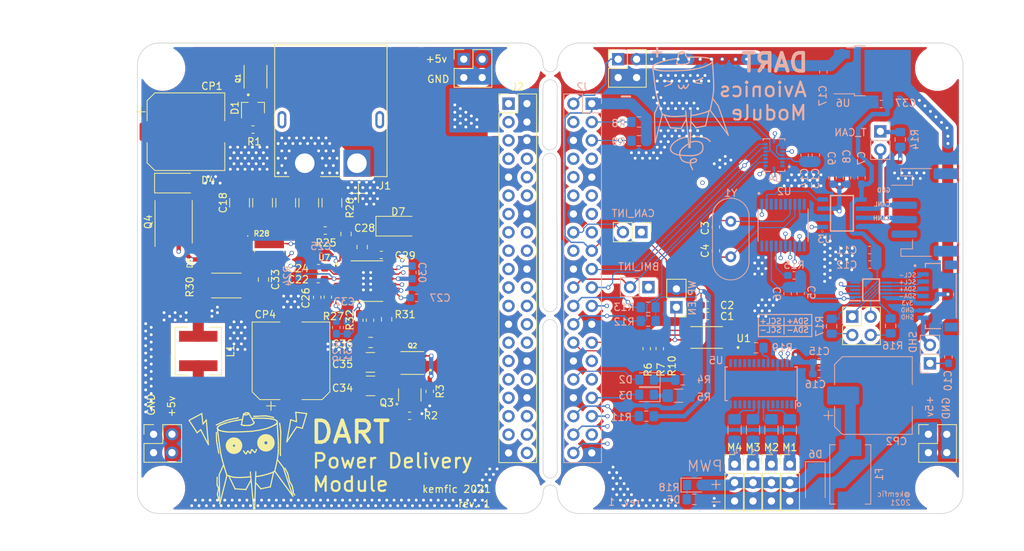
<source format=kicad_pcb>
(kicad_pcb (version 20171130) (host pcbnew 5.1.5+dfsg1-2build2)
  (layers (0 F.Cu signal) (1 In1.Cu signal) (2 In2.Cu signal) (31 B.Cu signal) (34 B.Paste user hide) (35 F.Paste user) (36 B.SilkS user) (37 F.SilkS user) (38 B.Mask user) (39 F.Mask user) (44 Edge.Cuts user))
  (net 0 "")
  (net 1 GND)
  (net 2 +3V3)
  (net 3 +BATT)
  (net 4 "Net-(C25-Pad1)")
  (net 5 "Net-(C31-Pad2)")
  (net 6 "Net-(C31-Pad1)")
  (net 7 "/Servo Driver/5V_IN")
  (net 8 /LED0)
  (net 9 /LED1)
  (net 10 /SDA)
  (net 11 "Net-(IC1-Pad3)")
  (net 12 /SCL)
  (net 13 "/differential i2c iface/SCL-")
  (net 14 "/differential i2c iface/SCL+")
  (net 15 "/differential i2c iface/SDA+")
  (net 16 "/differential i2c iface/SDA-")
  (net 17 +5V)
  (net 18 /CAN_INT)
  (net 19 /MOSI_IMU)
  (net 20 /MISO_IMU)
  (net 21 /BMI_INT)
  (net 22 /SCLK_IMU)
  (net 23 /CS_GYRO)
  (net 24 /CS_ACCEL)
  (net 25 /ID_SD)
  (net 26 /ID_SC)
  (net 27 /MISO_CAN)
  (net 28 /CS_CAN)
  (net 29 /MOSI_CAN)
  (net 30 /SCLK_CAN)
  (net 31 "/Can Interface/CAN_L")
  (net 32 "/Can Interface/CAN_H")
  (net 33 "/differential i2c iface/SHLD")
  (net 34 /WP_EN)
  (net 35 "Net-(JP2-Pad1)")
  (net 36 "Net-(JP3-Pad1)")
  (net 37 "Net-(JP4-Pad2)")
  (net 38 "Net-(JP6-Pad2)")
  (net 39 /IMU/INT1_A)
  (net 40 "Net-(M1-Pad1)")
  (net 41 "Net-(M2-Pad1)")
  (net 42 "Net-(M3-Pad1)")
  (net 43 "Net-(M4-Pad1)")
  (net 44 "Net-(Q3-Pad1)")
  (net 45 "/Servo Driver/PWM0")
  (net 46 "/Servo Driver/PWM1")
  (net 47 "/Servo Driver/PWM2")
  (net 48 "/Servo Driver/PWM3")
  (net 49 "Net-(U2-Pad3)")
  (net 50 "Net-(U2-Pad4)")
  (net 51 "Net-(U2-Pad5)")
  (net 52 "Net-(U2-Pad6)")
  (net 53 "Net-(U2-Pad10)")
  (net 54 "Net-(U2-Pad11)")
  (net 55 "Net-(U5-Pad2)")
  (net 56 /IMU/INT2_A)
  (net 57 /IMU/INT4_G)
  (net 58 "Net-(D5-Pad1)")
  (net 59 +3V3_PI)
  (net 60 "Net-(C3-Pad1)")
  (net 61 "Net-(C4-Pad2)")
  (net 62 "Net-(C10-Pad1)")
  (net 63 "Net-(C22-Pad1)")
  (net 64 "Net-(C24-Pad1)")
  (net 65 "Net-(C26-Pad2)")
  (net 66 "Net-(C26-Pad1)")
  (net 67 "Net-(C27-Pad1)")
  (net 68 "/5V Power Supply/Vcc")
  (net 69 "Net-(C30-Pad2)")
  (net 70 "Net-(C30-Pad1)")
  (net 71 "Net-(C32-Pad1)")
  (net 72 "Net-(C33-Pad2)")
  (net 73 "Net-(C33-Pad1)")
  (net 74 "/5V Power Supply/VOUT")
  (net 75 "Net-(D1-Pad2)")
  (net 76 "Net-(D2-Pad1)")
  (net 77 "Net-(D3-Pad1)")
  (net 78 "Net-(J1-Pad1)")
  (net 79 "Net-(J2-Pad7)")
  (net 80 "Net-(J2-Pad8)")
  (net 81 "Net-(J2-Pad10)")
  (net 82 "Net-(J2-Pad11)")
  (net 83 "Net-(J2-Pad12)")
  (net 84 "Net-(J2-Pad13)")
  (net 85 "Net-(J2-Pad15)")
  (net 86 "Net-(J2-Pad18)")
  (net 87 "Net-(J2-Pad29)")
  (net 88 "Net-(J2-Pad31)")
  (net 89 "Net-(J2-Pad37)")
  (net 90 "Net-(J3-Pad4)")
  (net 91 "Net-(J4-Pad8)")
  (net 92 "Net-(J4-Pad9)")
  (net 93 "Net-(Q4-Pad2)")
  (net 94 "Net-(R15-Pad2)")
  (net 95 "Net-(R19-Pad2)")
  (net 96 "Net-(R31-Pad2)")
  (net 97 "Net-(U2-Pad2)")
  (net 98 "Net-(U2-Pad1)")
  (net 99 "Net-(U4-Pad2)")
  (net 100 "Net-(U5-Pad1)")
  (net 101 "Net-(U5-Pad3)")
  (net 102 "Net-(U5-Pad4)")
  (net 103 "Net-(U5-Pad5)")
  (net 104 "Net-(U5-Pad10)")
  (net 105 "Net-(U5-Pad11)")
  (net 106 "Net-(U5-Pad12)")
  (net 107 "Net-(U5-Pad13)")
  (net 108 "Net-(U5-Pad15)")
  (net 109 "Net-(U5-Pad16)")
  (net 110 "Net-(U5-Pad17)")
  (net 111 "Net-(U5-Pad18)")
  (net 112 "Net-(U5-Pad19)")
  (net 113 "Net-(U5-Pad20)")
  (net 114 "Net-(U5-Pad21)")
  (net 115 "Net-(U5-Pad22)")
  (net 116 "Net-(U5-Pad24)")
  (net 117 "Net-(Q2-Pad4)")
  (module SM07B-SRSS-TB:JST-SM07B-SRSS-TBLFSN-0 (layer B.Cu) (at 213.902 89.65 270)
    (fp_text reference J4 hide)
    (fp_text value SM07B-SRSS-TBLFSN hide)
    (pad 1 smd rect (at -3 2.45 270) (size 0.6 1.55) (layers B.Cu B.Paste B.Mask) (net 13 "/differential i2c iface/SCL-"))
    (pad 2 smd rect (at -2 2.45 270) (size 0.6 1.55) (layers B.Cu B.Paste B.Mask) (net 14 "/differential i2c iface/SCL+"))
    (pad 3 smd rect (at -1 2.45 270) (size 0.6 1.55) (layers B.Cu B.Paste B.Mask) (net 15 "/differential i2c iface/SDA+"))
    (pad 4 smd rect (at 0 2.45 270) (size 0.6 1.55) (layers B.Cu B.Paste B.Mask) (net 16 "/differential i2c iface/SDA-"))
    (pad 5 smd rect (at 1 2.45 270) (size 0.6 1.55) (layers B.Cu B.Paste B.Mask) (net 2 +3V3))
    (pad 6 smd rect (at 2 2.45 270) (size 0.6 1.55) (layers B.Cu B.Paste B.Mask) (net 1 GND))
    (pad 7 smd rect (at 3 2.45 270) (size 0.6 1.55) (layers B.Cu B.Paste B.Mask) (net 33 "/differential i2c iface/SHLD"))
    (pad 8 smd rect (at -4.3 -1.425 270) (size 1.2 1.8) (layers B.Cu B.Paste B.Mask) (net 91 "Net-(J4-Pad8)"))
    (pad 9 smd rect (at 4.3 -1.425 270) (size 1.2 1.8) (layers B.Cu B.Paste B.Mask) (net 92 "Net-(J4-Pad9)"))
  )
  (module Connector_PinHeader_2.54mm:PinHeader_2x02_P2.54mm_Vertical (layer F.Cu) (at 201.677 92.5)
    (fp_text reference REF** hide)
    (fp_text value PinHeader_2x02_P2.54mm_Vertical)
    (pad 1 thru_hole rect (at 0 0) (size 1.7 1.7) (drill 1) (layers *.Cu *.Mask) (net 14 "/differential i2c iface/SCL+"))
    (pad 2 thru_hole oval (at 2.54 0) (size 1.7 1.7) (drill 1) (layers *.Cu *.Mask) (net 15 "/differential i2c iface/SDA+"))
    (pad 3 thru_hole oval (at 0 2.54) (size 1.7 1.7) (drill 1) (layers *.Cu *.Mask) (net 38 "Net-(JP6-Pad2)"))
    (pad 4 thru_hole oval (at 2.54 2.54) (size 1.7 1.7) (drill 1) (layers *.Cu *.Mask) (net 37 "Net-(JP4-Pad2)"))
  )
  (module Connector_PinHeader_2.54mm:PinHeader_2x02_P2.54mm_Vertical (layer F.Cu) (at 105.23 108.75)
    (fp_text reference REF** hide)
    (fp_text value PinHeader_2x02_P2.54mm_Vertical)
    (pad 4 thru_hole oval (at 2.54 2.54) (size 1.7 1.7) (drill 1) (layers *.Cu *.Mask) (net 17 +5V))
    (pad 3 thru_hole oval (at 0 2.54) (size 1.7 1.7) (drill 1) (layers *.Cu *.Mask) (net 1 GND))
    (pad 2 thru_hole oval (at 2.54 0) (size 1.7 1.7) (drill 1) (layers *.Cu *.Mask) (net 17 +5V))
    (pad 1 thru_hole rect (at 0 0) (size 1.7 1.7) (drill 1) (layers *.Cu *.Mask) (net 1 GND))
  )
  (module Connector_PinHeader_2.54mm:PinHeader_2x02_P2.54mm_Vertical (layer F.Cu) (at 148.05 56.93)
    (fp_text reference REF** hide)
    (fp_text value PinHeader_2x02_P2.54mm_Vertical)
    (pad 4 thru_hole oval (at 2.54 2.54) (size 1.7 1.7) (drill 1) (layers *.Cu *.Mask) (net 1 GND))
    (pad 3 thru_hole oval (at 0 2.54) (size 1.7 1.7) (drill 1) (layers *.Cu *.Mask) (net 1 GND))
    (pad 2 thru_hole oval (at 2.54 0) (size 1.7 1.7) (drill 1) (layers *.Cu *.Mask) (net 17 +5V))
    (pad 1 thru_hole rect (at 0 0) (size 1.7 1.7) (drill 1) (layers *.Cu *.Mask) (net 17 +5V))
  )
  (module Connector_PinHeader_2.54mm:PinHeader_2x02_P2.54mm_Vertical (layer F.Cu) (at 169.362 56.93)
    (fp_text reference REF** hide)
    (fp_text value PinHeader_2x02_P2.54mm_Vertical)
    (pad 1 thru_hole rect (at 0 0) (size 1.7 1.7) (drill 1) (layers *.Cu *.Mask) (net 17 +5V))
    (pad 2 thru_hole oval (at 2.54 0) (size 1.7 1.7) (drill 1) (layers *.Cu *.Mask) (net 17 +5V))
    (pad 3 thru_hole oval (at 0 2.54) (size 1.7 1.7) (drill 1) (layers *.Cu *.Mask) (net 1 GND))
    (pad 4 thru_hole oval (at 2.54 2.54) (size 1.7 1.7) (drill 1) (layers *.Cu *.Mask) (net 1 GND))
  )
  (module Connector_PinHeader_2.54mm:PinHeader_2x02_P2.54mm_Vertical (layer F.Cu) (at 212.182 108.75)
    (fp_text reference REF** hide)
    (fp_text value PinHeader_2x02_P2.54mm_Vertical)
    (pad 4 thru_hole oval (at 2.54 2.54) (size 1.7 1.7) (drill 1) (layers *.Cu *.Mask) (net 1 GND))
    (pad 3 thru_hole oval (at 0 2.54) (size 1.7 1.7) (drill 1) (layers *.Cu *.Mask) (net 17 +5V))
    (pad 2 thru_hole oval (at 2.54 0) (size 1.7 1.7) (drill 1) (layers *.Cu *.Mask) (net 1 GND))
    (pad 1 thru_hole rect (at 0 0) (size 1.7 1.7) (drill 1) (layers *.Cu *.Mask) (net 17 +5V))
  )
  (module SRP6060FA:L_6.3x6.3_H3 (layer F.Cu) (at 111.4 97.25 270)
    (fp_text reference L1 (at 0 -4.45 90) (layer F.SilkS))
    (fp_text value 6.8uH)
    (pad 2 smd rect (at 2.032 0 270) (size 1.5 5.3) (layers F.Cu F.Paste F.Mask) (net 74 "/5V Power Supply/VOUT"))
    (pad 1 smd rect (at -2.032 0 270) (size 1.5 5.3) (layers F.Cu F.Paste F.Mask) (net 70 "Net-(C30-Pad1)"))
  )
  (module Connector_PinHeader_2.54mm:PinHeader_2x20_P2.54mm_Vertical (layer B.Cu) (at 165.722 63.07 180)
    (fp_text reference J2 (at 1.27 2.33) (layer B.SilkS) (effects (justify mirror)))
    (fp_text value Raspberry_Pi_2_3)
    (pad 1 thru_hole rect (at 0 0 180) (size 1.7 1.7) (drill 1) (layers *.Cu *.Mask) (net 59 +3V3_PI))
    (pad 2 thru_hole oval (at 2.54 0 180) (size 1.7 1.7) (drill 1) (layers *.Cu *.Mask) (net 17 +5V))
    (pad 3 thru_hole oval (at 0 -2.54 180) (size 1.7 1.7) (drill 1) (layers *.Cu *.Mask) (net 10 /SDA))
    (pad 4 thru_hole oval (at 2.54 -2.54 180) (size 1.7 1.7) (drill 1) (layers *.Cu *.Mask) (net 17 +5V))
    (pad 5 thru_hole oval (at 0 -5.08 180) (size 1.7 1.7) (drill 1) (layers *.Cu *.Mask) (net 12 /SCL))
    (pad 6 thru_hole oval (at 2.54 -5.08 180) (size 1.7 1.7) (drill 1) (layers *.Cu *.Mask) (net 1 GND))
    (pad 7 thru_hole oval (at 0 -7.62 180) (size 1.7 1.7) (drill 1) (layers *.Cu *.Mask) (net 79 "Net-(J2-Pad7)"))
    (pad 8 thru_hole oval (at 2.54 -7.62 180) (size 1.7 1.7) (drill 1) (layers *.Cu *.Mask) (net 80 "Net-(J2-Pad8)"))
    (pad 9 thru_hole oval (at 0 -10.16 180) (size 1.7 1.7) (drill 1) (layers *.Cu *.Mask) (net 1 GND))
    (pad 10 thru_hole oval (at 2.54 -10.16 180) (size 1.7 1.7) (drill 1) (layers *.Cu *.Mask) (net 81 "Net-(J2-Pad10)"))
    (pad 11 thru_hole oval (at 0 -12.7 180) (size 1.7 1.7) (drill 1) (layers *.Cu *.Mask) (net 82 "Net-(J2-Pad11)"))
    (pad 12 thru_hole oval (at 2.54 -12.7 180) (size 1.7 1.7) (drill 1) (layers *.Cu *.Mask) (net 83 "Net-(J2-Pad12)"))
    (pad 13 thru_hole oval (at 0 -15.24 180) (size 1.7 1.7) (drill 1) (layers *.Cu *.Mask) (net 84 "Net-(J2-Pad13)"))
    (pad 14 thru_hole oval (at 2.54 -15.24 180) (size 1.7 1.7) (drill 1) (layers *.Cu *.Mask) (net 1 GND))
    (pad 15 thru_hole oval (at 0 -17.78 180) (size 1.7 1.7) (drill 1) (layers *.Cu *.Mask) (net 85 "Net-(J2-Pad15)"))
    (pad 16 thru_hole oval (at 2.54 -17.78 180) (size 1.7 1.7) (drill 1) (layers *.Cu *.Mask) (net 18 /CAN_INT))
    (pad 17 thru_hole oval (at 0 -20.32 180) (size 1.7 1.7) (drill 1) (layers *.Cu *.Mask) (net 59 +3V3_PI))
    (pad 18 thru_hole oval (at 2.54 -20.32 180) (size 1.7 1.7) (drill 1) (layers *.Cu *.Mask) (net 86 "Net-(J2-Pad18)"))
    (pad 19 thru_hole oval (at 0 -22.86 180) (size 1.7 1.7) (drill 1) (layers *.Cu *.Mask) (net 19 /MOSI_IMU))
    (pad 20 thru_hole oval (at 2.54 -22.86 180) (size 1.7 1.7) (drill 1) (layers *.Cu *.Mask) (net 1 GND))
    (pad 21 thru_hole oval (at 0 -25.4 180) (size 1.7 1.7) (drill 1) (layers *.Cu *.Mask) (net 20 /MISO_IMU))
    (pad 22 thru_hole oval (at 2.54 -25.4 180) (size 1.7 1.7) (drill 1) (layers *.Cu *.Mask) (net 21 /BMI_INT))
    (pad 23 thru_hole oval (at 0 -27.94 180) (size 1.7 1.7) (drill 1) (layers *.Cu *.Mask) (net 22 /SCLK_IMU))
    (pad 24 thru_hole oval (at 2.54 -27.94 180) (size 1.7 1.7) (drill 1) (layers *.Cu *.Mask) (net 23 /CS_GYRO))
    (pad 25 thru_hole oval (at 0 -30.48 180) (size 1.7 1.7) (drill 1) (layers *.Cu *.Mask) (net 1 GND))
    (pad 26 thru_hole oval (at 2.54 -30.48 180) (size 1.7 1.7) (drill 1) (layers *.Cu *.Mask) (net 24 /CS_ACCEL))
    (pad 27 thru_hole oval (at 0 -33.02 180) (size 1.7 1.7) (drill 1) (layers *.Cu *.Mask) (net 25 /ID_SD))
    (pad 28 thru_hole oval (at 2.54 -33.02 180) (size 1.7 1.7) (drill 1) (layers *.Cu *.Mask) (net 26 /ID_SC))
    (pad 29 thru_hole oval (at 0 -35.56 180) (size 1.7 1.7) (drill 1) (layers *.Cu *.Mask) (net 87 "Net-(J2-Pad29)"))
    (pad 30 thru_hole oval (at 2.54 -35.56 180) (size 1.7 1.7) (drill 1) (layers *.Cu *.Mask) (net 1 GND))
    (pad 31 thru_hole oval (at 0 -38.1 180) (size 1.7 1.7) (drill 1) (layers *.Cu *.Mask) (net 88 "Net-(J2-Pad31)"))
    (pad 32 thru_hole oval (at 2.54 -38.1 180) (size 1.7 1.7) (drill 1) (layers *.Cu *.Mask) (net 8 /LED0))
    (pad 33 thru_hole oval (at 0 -40.64 180) (size 1.7 1.7) (drill 1) (layers *.Cu *.Mask) (net 9 /LED1))
    (pad 34 thru_hole oval (at 2.54 -40.64 180) (size 1.7 1.7) (drill 1) (layers *.Cu *.Mask) (net 1 GND))
    (pad 35 thru_hole oval (at 0 -43.18 180) (size 1.7 1.7) (drill 1) (layers *.Cu *.Mask) (net 27 /MISO_CAN))
    (pad 36 thru_hole oval (at 2.54 -43.18 180) (size 1.7 1.7) (drill 1) (layers *.Cu *.Mask) (net 28 /CS_CAN))
    (pad 37 thru_hole oval (at 0 -45.72 180) (size 1.7 1.7) (drill 1) (layers *.Cu *.Mask) (net 89 "Net-(J2-Pad37)"))
    (pad 38 thru_hole oval (at 2.54 -45.72 180) (size 1.7 1.7) (drill 1) (layers *.Cu *.Mask) (net 29 /MOSI_CAN))
    (pad 39 thru_hole oval (at 0 -48.26 180) (size 1.7 1.7) (drill 1) (layers *.Cu *.Mask) (net 1 GND))
    (pad 40 thru_hole oval (at 2.54 -48.26 180) (size 1.7 1.7) (drill 1) (layers *.Cu *.Mask) (net 30 /SCLK_CAN))
  )
  (module MCP2515-IST:SOP65P640X110-20N (layer B.Cu) (at 192.127 79.86 270)
    (fp_text reference U2 (at -4.676 -0.151) (layer B.SilkS) (effects (justify mirror)))
    (fp_text value MCP2515-xSO)
    (pad 20 smd roundrect (at 2.885 2.925 270) (size 1.5 0.41) (layers B.Cu B.Paste B.Mask) (roundrect_rratio 0.05))
    (pad 19 smd roundrect (at 2.885 2.275 270) (size 1.5 0.41) (layers B.Cu B.Paste B.Mask) (roundrect_rratio 0.05))
    (pad 18 smd roundrect (at 2.885 1.625 270) (size 1.5 0.41) (layers B.Cu B.Paste B.Mask) (roundrect_rratio 0.05) (net 2 +3V3))
    (pad 17 smd roundrect (at 2.885 0.975 270) (size 1.5 0.41) (layers B.Cu B.Paste B.Mask) (roundrect_rratio 0.05) (net 94 "Net-(R15-Pad2)"))
    (pad 16 smd roundrect (at 2.885 0.325 270) (size 1.5 0.41) (layers B.Cu B.Paste B.Mask) (roundrect_rratio 0.05) (net 28 /CS_CAN))
    (pad 15 smd roundrect (at 2.885 -0.325 270) (size 1.5 0.41) (layers B.Cu B.Paste B.Mask) (roundrect_rratio 0.05) (net 30 /SCLK_CAN))
    (pad 14 smd roundrect (at 2.885 -0.975 270) (size 1.5 0.41) (layers B.Cu B.Paste B.Mask) (roundrect_rratio 0.05) (net 29 /MOSI_CAN))
    (pad 13 smd roundrect (at 2.885 -1.625 270) (size 1.5 0.41) (layers B.Cu B.Paste B.Mask) (roundrect_rratio 0.05) (net 27 /MISO_CAN))
    (pad 12 smd roundrect (at 2.885 -2.275 270) (size 1.5 0.41) (layers B.Cu B.Paste B.Mask) (roundrect_rratio 0.05) (net 36 "Net-(JP3-Pad1)"))
    (pad 11 smd roundrect (at 2.885 -2.925 270) (size 1.5 0.41) (layers B.Cu B.Paste B.Mask) (roundrect_rratio 0.05) (net 54 "Net-(U2-Pad11)"))
    (pad 10 smd roundrect (at -2.885 -2.925 270) (size 1.5 0.41) (layers B.Cu B.Paste B.Mask) (roundrect_rratio 0.05) (net 53 "Net-(U2-Pad10)"))
    (pad 9 smd roundrect (at -2.885 -2.275 270) (size 1.5 0.41) (layers B.Cu B.Paste B.Mask) (roundrect_rratio 0.05) (net 1 GND))
    (pad 8 smd roundrect (at -2.885 -1.625 270) (size 1.5 0.41) (layers B.Cu B.Paste B.Mask) (roundrect_rratio 0.05) (net 61 "Net-(C4-Pad2)"))
    (pad 7 smd roundrect (at -2.885 -0.975 270) (size 1.5 0.41) (layers B.Cu B.Paste B.Mask) (roundrect_rratio 0.05) (net 60 "Net-(C3-Pad1)"))
    (pad 6 smd roundrect (at -2.885 -0.325 270) (size 1.5 0.41) (layers B.Cu B.Paste B.Mask) (roundrect_rratio 0.05) (net 52 "Net-(U2-Pad6)"))
    (pad 5 smd roundrect (at -2.885 0.325 270) (size 1.5 0.41) (layers B.Cu B.Paste B.Mask) (roundrect_rratio 0.05) (net 51 "Net-(U2-Pad5)"))
    (pad 4 smd roundrect (at -2.885 0.975 270) (size 1.5 0.41) (layers B.Cu B.Paste B.Mask) (roundrect_rratio 0.05) (net 50 "Net-(U2-Pad4)"))
    (pad 3 smd roundrect (at -2.885 1.625 270) (size 1.5 0.41) (layers B.Cu B.Paste B.Mask) (roundrect_rratio 0.05) (net 49 "Net-(U2-Pad3)"))
    (pad 2 smd roundrect (at -2.885 2.275 270) (size 1.5 0.41) (layers B.Cu B.Paste B.Mask) (roundrect_rratio 0.05) (net 97 "Net-(U2-Pad2)"))
    (pad 1 smd roundrect (at -2.885 2.925 270) (size 1.5 0.41) (layers B.Cu B.Paste B.Mask) (roundrect_rratio 0.05) (net 98 "Net-(U2-Pad1)"))
  )
  (module CSD18511Q5AT:CSD18511Q5AT (layer F.Cu) (at 108 79.4 90)
    (fp_text reference Q4 (at 0 -3.5 90) (layer F.SilkS))
    (fp_text value Q_NMOS_SGD)
    (pad 3 smd rect (at 0.69 0 90) (size 3.81 3.91) (layers F.Cu F.Paste F.Mask) (net 3 +BATT))
    (pad 3 smd rect (at 2.795 -1.905 90) (size 1.02 0.61) (layers F.Cu F.Paste F.Mask) (net 3 +BATT))
    (pad 3 smd rect (at 2.795 -0.635 90) (size 1.02 0.61) (layers F.Cu F.Paste F.Mask) (net 3 +BATT))
    (pad 3 smd rect (at 2.795 0.635 90) (size 1.02 0.61) (layers F.Cu F.Paste F.Mask) (net 3 +BATT))
    (pad 3 smd rect (at 2.795 1.905 90) (size 1.02 0.61) (layers F.Cu F.Paste F.Mask) (net 3 +BATT))
    (pad 2 smd rect (at -2.67 1.905 90) (size 1.27 0.61) (layers F.Cu F.Paste F.Mask) (net 70 "Net-(C30-Pad1)"))
    (pad 2 smd rect (at -2.67 0.635 90) (size 1.27 0.61) (layers F.Cu F.Paste F.Mask) (net 93 "Net-(Q4-Pad2)"))
    (pad 2 smd rect (at -2.67 -0.635 90) (size 1.27 0.61) (layers F.Cu F.Paste F.Mask) (net 93 "Net-(Q4-Pad2)"))
    (pad 1 smd rect (at -2.67 -1.905 90) (size 1.27 0.61) (layers F.Cu F.Paste F.Mask) (net 93 "Net-(Q4-Pad2)"))
  )
  (module SI7611DN-T1-GE3:VISHAY_SIS468DN-T1-GE3 (layer F.Cu) (at 140.95 98.9 180)
    (fp_text reference Q2 (at -0.02 2.38) (layer F.SilkS) (effects (font (size 0.640498 0.640498))))
    (fp_text value SI7611DN-T1-GE3)
    (pad 8 smd rect (at 1.55 -0.99 180) (size 0.76 0.405) (layers F.Cu F.Paste F.Mask) (net 74 "/5V Power Supply/VOUT"))
    (pad 7 smd rect (at 1.55 -0.33 180) (size 0.76 0.405) (layers F.Cu F.Paste F.Mask) (net 74 "/5V Power Supply/VOUT"))
    (pad 6 smd rect (at 1.55 0.33 180) (size 0.76 0.405) (layers F.Cu F.Paste F.Mask) (net 74 "/5V Power Supply/VOUT"))
    (pad 5 smd rect (at 1.55 0.99 180) (size 0.76 0.405) (layers F.Cu F.Paste F.Mask) (net 74 "/5V Power Supply/VOUT"))
    (pad 9 smd rect (at 0.5575 0 180) (size 1.725 2.235) (layers F.Cu F.Paste F.Mask) (net 74 "/5V Power Supply/VOUT"))
    (pad 4 smd rect (at -1.435 0.99 180) (size 0.99 0.405) (layers F.Cu F.Paste F.Mask) (net 117 "Net-(Q2-Pad4)"))
    (pad 3 smd rect (at -1.435 0.33 180) (size 0.99 0.405) (layers F.Cu F.Paste F.Mask) (net 17 +5V))
    (pad 2 smd rect (at -1.435 -0.33 180) (size 0.99 0.405) (layers F.Cu F.Paste F.Mask) (net 17 +5V))
    (pad 1 smd rect (at -1.435 -0.99 180) (size 0.99 0.405) (layers F.Cu F.Paste F.Mask) (net 17 +5V))
  )
  (module SI7611DN-T1-GE3:VISHAY_SIS468DN-T1-GE3 (layer F.Cu) (at 119.3 59.35 90)
    (fp_text reference Q1 (at -0.22088 -2.410686 90) (layer F.SilkS) (effects (font (size 0.640498 0.640498))))
    (fp_text value SI7611DN-T1-GE3)
    (pad 8 smd rect (at 1.55 -0.99 90) (size 0.76 0.405) (layers F.Cu F.Paste F.Mask) (net 78 "Net-(J1-Pad1)"))
    (pad 7 smd rect (at 1.55 -0.33 90) (size 0.76 0.405) (layers F.Cu F.Paste F.Mask) (net 78 "Net-(J1-Pad1)"))
    (pad 6 smd rect (at 1.55 0.33 90) (size 0.76 0.405) (layers F.Cu F.Paste F.Mask) (net 78 "Net-(J1-Pad1)"))
    (pad 5 smd rect (at 1.55 0.99 90) (size 0.76 0.405) (layers F.Cu F.Paste F.Mask) (net 78 "Net-(J1-Pad1)"))
    (pad 9 smd rect (at 0.5575 0 90) (size 1.725 2.235) (layers F.Cu F.Paste F.Mask) (net 78 "Net-(J1-Pad1)"))
    (pad 4 smd rect (at -1.435 0.99 90) (size 0.99 0.405) (layers F.Cu F.Paste F.Mask) (net 75 "Net-(D1-Pad2)"))
    (pad 3 smd rect (at -1.435 0.33 90) (size 0.99 0.405) (layers F.Cu F.Paste F.Mask) (net 3 +BATT))
    (pad 2 smd rect (at -1.435 -0.33 90) (size 0.99 0.405) (layers F.Cu F.Paste F.Mask) (net 3 +BATT))
    (pad 1 smd rect (at -1.435 -0.99 90) (size 0.99 0.405) (layers F.Cu F.Paste F.Mask) (net 3 +BATT))
  )
  (module PMEG045V150EPDZ:NEXPERIA_PMEG045V150EPDZ (layer F.Cu) (at 114.9 83.4 270)
    (fp_text reference D8 (at 1.69 4.664 90) (layer F.SilkS) (effects (font (size 0.75 0.75) (thickness 0.125))))
    (fp_text value Diode_Schottky_Common_Cathode)
    (pad 3 smd rect (at 0 1.02 270) (size 3.8 4.96) (layers F.Cu F.Mask) (net 70 "Net-(C30-Pad1)"))
    (pad 2 smd rect (at 1.065 -2.78 270) (size 1.6 1.44) (layers F.Cu F.Mask) (net 73 "Net-(C33-Pad1)"))
    (pad 1 smd rect (at -1.065 -2.78 270) (size 1.6 1.44) (layers F.Cu F.Mask) (net 73 "Net-(C33-Pad1)"))
  )
  (module Connector_PinHeader_2.54mm:PinHeader_2x20_P2.54mm_Vertical (layer F.Cu) (at 154.23 63.07)
    (fp_text reference J2 (at 1.27 -2.33) (layer F.SilkS))
    (fp_text value Raspberry_Pi_2_3)
    (pad 40 thru_hole oval (at 2.54 48.26) (size 1.7 1.7) (drill 1) (layers *.Cu *.Mask) (net 30 /SCLK_CAN))
    (pad 39 thru_hole oval (at 0 48.26) (size 1.7 1.7) (drill 1) (layers *.Cu *.Mask) (net 1 GND))
    (pad 38 thru_hole oval (at 2.54 45.72) (size 1.7 1.7) (drill 1) (layers *.Cu *.Mask) (net 29 /MOSI_CAN))
    (pad 37 thru_hole oval (at 0 45.72) (size 1.7 1.7) (drill 1) (layers *.Cu *.Mask) (net 89 "Net-(J2-Pad37)"))
    (pad 36 thru_hole oval (at 2.54 43.18) (size 1.7 1.7) (drill 1) (layers *.Cu *.Mask) (net 28 /CS_CAN))
    (pad 35 thru_hole oval (at 0 43.18) (size 1.7 1.7) (drill 1) (layers *.Cu *.Mask) (net 27 /MISO_CAN))
    (pad 34 thru_hole oval (at 2.54 40.64) (size 1.7 1.7) (drill 1) (layers *.Cu *.Mask) (net 1 GND))
    (pad 33 thru_hole oval (at 0 40.64) (size 1.7 1.7) (drill 1) (layers *.Cu *.Mask) (net 9 /LED1))
    (pad 32 thru_hole oval (at 2.54 38.1) (size 1.7 1.7) (drill 1) (layers *.Cu *.Mask) (net 8 /LED0))
    (pad 31 thru_hole oval (at 0 38.1) (size 1.7 1.7) (drill 1) (layers *.Cu *.Mask) (net 88 "Net-(J2-Pad31)"))
    (pad 30 thru_hole oval (at 2.54 35.56) (size 1.7 1.7) (drill 1) (layers *.Cu *.Mask) (net 1 GND))
    (pad 29 thru_hole oval (at 0 35.56) (size 1.7 1.7) (drill 1) (layers *.Cu *.Mask) (net 87 "Net-(J2-Pad29)"))
    (pad 28 thru_hole oval (at 2.54 33.02) (size 1.7 1.7) (drill 1) (layers *.Cu *.Mask) (net 26 /ID_SC))
    (pad 27 thru_hole oval (at 0 33.02) (size 1.7 1.7) (drill 1) (layers *.Cu *.Mask) (net 25 /ID_SD))
    (pad 26 thru_hole oval (at 2.54 30.48) (size 1.7 1.7) (drill 1) (layers *.Cu *.Mask) (net 24 /CS_ACCEL))
    (pad 25 thru_hole oval (at 0 30.48) (size 1.7 1.7) (drill 1) (layers *.Cu *.Mask) (net 1 GND))
    (pad 24 thru_hole oval (at 2.54 27.94) (size 1.7 1.7) (drill 1) (layers *.Cu *.Mask) (net 23 /CS_GYRO))
    (pad 23 thru_hole oval (at 0 27.94) (size 1.7 1.7) (drill 1) (layers *.Cu *.Mask) (net 22 /SCLK_IMU))
    (pad 22 thru_hole oval (at 2.54 25.4) (size 1.7 1.7) (drill 1) (layers *.Cu *.Mask) (net 21 /BMI_INT))
    (pad 21 thru_hole oval (at 0 25.4) (size 1.7 1.7) (drill 1) (layers *.Cu *.Mask) (net 20 /MISO_IMU))
    (pad 20 thru_hole oval (at 2.54 22.86) (size 1.7 1.7) (drill 1) (layers *.Cu *.Mask) (net 1 GND))
    (pad 19 thru_hole oval (at 0 22.86) (size 1.7 1.7) (drill 1) (layers *.Cu *.Mask) (net 19 /MOSI_IMU))
    (pad 18 thru_hole oval (at 2.54 20.32) (size 1.7 1.7) (drill 1) (layers *.Cu *.Mask) (net 86 "Net-(J2-Pad18)"))
    (pad 17 thru_hole oval (at 0 20.32) (size 1.7 1.7) (drill 1) (layers *.Cu *.Mask) (net 59 +3V3_PI))
    (pad 16 thru_hole oval (at 2.54 17.78) (size 1.7 1.7) (drill 1) (layers *.Cu *.Mask) (net 18 /CAN_INT))
    (pad 15 thru_hole oval (at 0 17.78) (size 1.7 1.7) (drill 1) (layers *.Cu *.Mask) (net 85 "Net-(J2-Pad15)"))
    (pad 14 thru_hole oval (at 2.54 15.24) (size 1.7 1.7) (drill 1) (layers *.Cu *.Mask) (net 1 GND))
    (pad 13 thru_hole oval (at 0 15.24) (size 1.7 1.7) (drill 1) (layers *.Cu *.Mask) (net 84 "Net-(J2-Pad13)"))
    (pad 12 thru_hole oval (at 2.54 12.7) (size 1.7 1.7) (drill 1) (layers *.Cu *.Mask) (net 83 "Net-(J2-Pad12)"))
    (pad 11 thru_hole oval (at 0 12.7) (size 1.7 1.7) (drill 1) (layers *.Cu *.Mask) (net 82 "Net-(J2-Pad11)"))
    (pad 10 thru_hole oval (at 2.54 10.16) (size 1.7 1.7) (drill 1) (layers *.Cu *.Mask) (net 81 "Net-(J2-Pad10)"))
    (pad 9 thru_hole oval (at 0 10.16) (size 1.7 1.7) (drill 1) (layers *.Cu *.Mask) (net 1 GND))
    (pad 8 thru_hole oval (at 2.54 7.62) (size 1.7 1.7) (drill 1) (layers *.Cu *.Mask) (net 80 "Net-(J2-Pad8)"))
    (pad 7 thru_hole oval (at 0 7.62) (size 1.7 1.7) (drill 1) (layers *.Cu *.Mask) (net 79 "Net-(J2-Pad7)"))
    (pad 6 thru_hole oval (at 2.54 5.08) (size 1.7 1.7) (drill 1) (layers *.Cu *.Mask) (net 1 GND))
    (pad 5 thru_hole oval (at 0 5.08) (size 1.7 1.7) (drill 1) (layers *.Cu *.Mask) (net 12 /SCL))
    (pad 4 thru_hole oval (at 2.54 2.54) (size 1.7 1.7) (drill 1) (layers *.Cu *.Mask) (net 17 +5V))
    (pad 3 thru_hole oval (at 0 2.54) (size 1.7 1.7) (drill 1) (layers *.Cu *.Mask) (net 10 /SDA))
    (pad 2 thru_hole oval (at 2.54 0) (size 1.7 1.7) (drill 1) (layers *.Cu *.Mask) (net 17 +5V))
    (pad 1 thru_hole rect (at 0 0) (size 1.7 1.7) (drill 1) (layers *.Cu *.Mask) (net 59 +3V3_PI))
  )
  (module RPi_Hat:RPi_Hat_Mounting_Hole (layer F.Cu) (at 155.5 58.2 270)
    (fp_text reference "" hide)
    (fp_text value "" hide)
    (pad "" np_thru_hole circle (at 0 0 270) (size 2.75 2.75) (drill 2.75) (layers *.Cu *.Mask) (clearance 1.725))
  )
  (module RPi_Hat:RPi_Hat_Mounting_Hole (layer F.Cu) (at 106.5 58.2 270)
    (fp_text reference "" hide)
    (fp_text value "" hide)
    (pad "" np_thru_hole circle (at 0 0 270) (size 2.75 2.75) (drill 2.75) (layers *.Cu *.Mask) (clearance 1.725))
  )
  (module RPi_Hat:RPi_Hat_Mounting_Hole (layer F.Cu) (at 106.5 116.2 270)
    (fp_text reference "" hide)
    (fp_text value "" hide)
    (pad "" np_thru_hole circle (at 0 0 270) (size 2.75 2.75) (drill 2.75) (layers *.Cu *.Mask) (clearance 1.725))
  )
  (module RPi_Hat:RPi_Hat_Mounting_Hole (layer F.Cu) (at 155.5 116.2 270)
    (fp_text reference "" hide)
    (fp_text value "" hide)
    (pad "" np_thru_hole circle (at 0 0 270) (size 2.75 2.75) (drill 2.75) (layers *.Cu *.Mask) (clearance 1.725))
  )
  (module DMMT5401:SOT95P285X140-6N (layer F.Cu) (at 140.6 103.315 90)
    (fp_text reference Q3 (at -1.079 -3.186 180) (layer F.SilkS))
    (fp_text value DMMT5401)
    (pad 6 smd roundrect (at 1.185 -0.95 90) (size 1.35 0.6) (layers F.Cu F.Paste F.Mask) (roundrect_rratio 0.15) (net 74 "/5V Power Supply/VOUT"))
    (pad 5 smd roundrect (at 1.185 0 90) (size 1.35 0.6) (layers F.Cu F.Paste F.Mask) (roundrect_rratio 0.15) (net 17 +5V))
    (pad 4 smd roundrect (at 1.185 0.95 90) (size 1.35 0.6) (layers F.Cu F.Paste F.Mask) (roundrect_rratio 0.15) (net 117 "Net-(Q2-Pad4)"))
    (pad 3 smd roundrect (at -1.185 0.95 90) (size 1.35 0.6) (layers F.Cu F.Paste F.Mask) (roundrect_rratio 0.15) (net 44 "Net-(Q3-Pad1)"))
    (pad 2 smd roundrect (at -1.185 0 90) (size 1.35 0.6) (layers F.Cu F.Paste F.Mask) (roundrect_rratio 0.15) (net 44 "Net-(Q3-Pad1)"))
    (pad 1 smd roundrect (at -1.185 -0.95 90) (size 1.35 0.6) (layers F.Cu F.Paste F.Mask) (roundrect_rratio 0.15) (net 44 "Net-(Q3-Pad1)"))
  )
  (module Package_TO_SOT_SMD:TO-252-2 (layer B.Cu) (at 204.456001 58.529999)
    (fp_text reference U6 (at -4.050001 4.462001) (layer B.SilkS) (effects (justify mirror)))
    (fp_text value IFX27001TFV)
    (pad 2 smd rect (at 2.1 0) (size 6.4 5.8) (layers B.Cu B.Mask) (net 2 +3V3))
    (pad 3 smd rect (at -4.2 -2.28) (size 2.2 1.2) (layers B.Cu B.Paste B.Mask) (net 17 +5V))
    (pad 1 smd rect (at -4.2 2.28) (size 2.2 1.2) (layers B.Cu B.Paste B.Mask) (net 1 GND))
  )
  (module Resistor_SMD:R_0603_1608Metric_Pad1.05x0.95mm_HandSolder (layer F.Cu) (at 133.637 92.991 270)
    (fp_text reference R33 hide)
    (fp_text value 1.62k)
    (pad 2 smd roundrect (at 0.875 0 270) (size 1.05 0.95) (layers F.Cu F.Paste F.Mask) (net 1 GND))
    (pad 1 smd roundrect (at -0.875 0 270) (size 1.05 0.95) (layers F.Cu F.Paste F.Mask) (net 6 "Net-(C31-Pad1)"))
  )
  (module Resistor_SMD:R_0603_1608Metric_Pad1.05x0.95mm_HandSolder (layer F.Cu) (at 135.112 92.991 90)
    (fp_text reference R32 (at 0.027 -2.778 90) (layer F.SilkS))
    (fp_text value 5.11k)
    (pad 2 smd roundrect (at 0.875 0 90) (size 1.05 0.95) (layers F.Cu F.Paste F.Mask) (net 6 "Net-(C31-Pad1)"))
    (pad 1 smd roundrect (at -0.875 0 90) (size 1.05 0.95) (layers F.Cu F.Paste F.Mask) (net 96 "Net-(R31-Pad2)"))
  )
  (module Resistor_SMD:R_0805_2012Metric_Pad1.15x1.40mm_HandSolder (layer F.Cu) (at 137.4 92.865 270)
    (fp_text reference R31 (at -0.663 -2.554 180) (layer F.SilkS))
    (fp_text value 10)
    (pad 2 smd roundrect (at 1.025 0 270) (size 1.15 1.4) (layers F.Cu F.Paste F.Mask) (roundrect_rratio 0.217391) (net 96 "Net-(R31-Pad2)"))
    (pad 1 smd roundrect (at -1.025 0 270) (size 1.15 1.4) (layers F.Cu F.Paste F.Mask) (roundrect_rratio 0.217391) (net 74 "/5V Power Supply/VOUT"))
  )
  (module Resistor_SMD:R_2512_6332Metric_Pad1.52x3.35mm_HandSolder (layer F.Cu) (at 115.2835 88.2)
    (fp_text reference R30 (at -5.0475 0.192 90) (layer F.SilkS))
    (fp_text value 5.11)
    (pad 2 smd roundrect (at 2.9875 0) (size 1.525 3.35) (layers F.Cu F.Paste F.Mask) (roundrect_rratio 0.163934) (net 72 "Net-(C33-Pad2)"))
    (pad 1 smd roundrect (at -2.9875 0) (size 1.525 3.35) (layers F.Cu F.Paste F.Mask) (roundrect_rratio 0.163934) (net 70 "Net-(C30-Pad1)"))
  )
  (module Resistor_SMD:R_0603_1608Metric_Pad1.05x0.95mm_HandSolder (layer B.Cu) (at 131.962 93.991 270)
    (fp_text reference R29 (at 3.291 1.43 270) (layer B.SilkS) (effects (justify mirror)))
    (fp_text value 18k)
    (pad 2 smd roundrect (at 0.875 0 270) (size 1.05 0.95) (layers B.Cu B.Paste B.Mask) (net 6 "Net-(C31-Pad1)"))
    (pad 1 smd roundrect (at -0.875 0 270) (size 1.05 0.95) (layers B.Cu B.Paste B.Mask) (net 71 "Net-(C32-Pad1)"))
  )
  (module RL3720WT-R010-F:RESC2037X70N (layer F.Cu) (at 121.2 83.46 90)
    (fp_text reference R28 (at 2.434 -1.058 180) (layer F.SilkS) (effects (font (size 0.75 0.75))))
    (fp_text value 0.01)
    (pad 2 smd rect (at 0.94 0 90) (size 1.04 4.06) (layers F.Cu F.Paste F.Mask) (net 1 GND))
    (pad 1 smd rect (at -0.94 0 90) (size 1.04 4.06) (layers F.Cu F.Paste F.Mask) (net 73 "Net-(C33-Pad1)"))
  )
  (module Resistor_SMD:R_0603_1608Metric_Pad1.05x0.95mm_HandSolder (layer F.Cu) (at 129.29 89.8 270)
    (fp_text reference R27 (at 2.656 -0.758 180) (layer F.SilkS))
    (fp_text value 24.9k)
    (pad 2 smd roundrect (at 0.875 0 270) (size 1.05 0.95) (layers F.Cu F.Paste F.Mask) (net 1 GND))
    (pad 1 smd roundrect (at -0.875 0 270) (size 1.05 0.95) (layers F.Cu F.Paste F.Mask) (net 66 "Net-(C26-Pad1)"))
  )
  (module Resistor_SMD:R_0805_2012Metric_Pad1.15x1.40mm_HandSolder (layer F.Cu) (at 131.79552 81.07934 90)
    (fp_text reference R26 (at 3.60934 0.53848 90) (layer F.SilkS))
    (fp_text value 54.9k)
    (pad 2 smd roundrect (at 1.025 0 90) (size 1.15 1.4) (layers F.Cu F.Paste F.Mask) (roundrect_rratio 0.217391) (net 4 "Net-(C25-Pad1)"))
    (pad 1 smd roundrect (at -1.025 0 90) (size 1.15 1.4) (layers F.Cu F.Paste F.Mask) (roundrect_rratio 0.217391) (net 3 +BATT))
  )
  (module Resistor_SMD:R_0603_1608Metric_Pad1.05x0.95mm_HandSolder (layer F.Cu) (at 128.925 80.6 180)
    (fp_text reference R25 (at -0.107 -1.696) (layer F.SilkS))
    (fp_text value 2.36k)
    (pad 2 smd roundrect (at 0.875 0 180) (size 1.05 0.95) (layers F.Cu F.Paste F.Mask) (net 1 GND))
    (pad 1 smd roundrect (at -0.875 0 180) (size 1.05 0.95) (layers F.Cu F.Paste F.Mask) (net 4 "Net-(C25-Pad1)"))
  )
  (module Resistor_SMD:R_0603_1608Metric_Pad1.05x0.95mm_HandSolder (layer B.Cu) (at 125.25 86.125 90)
    (fp_text reference R24 (at -0.743 -1.552 270) (layer B.SilkS) (effects (justify mirror)))
    (fp_text value NU)
    (pad 2 smd roundrect (at 0.875 0 90) (size 1.05 0.95) (layers B.Cu B.Paste B.Mask) (net 68 "/5V Power Supply/Vcc"))
    (pad 1 smd roundrect (at -0.875 0 90) (size 1.05 0.95) (layers B.Cu B.Paste B.Mask) (net 63 "Net-(C22-Pad1)"))
  )
  (module Resistor_SMD:R_1206_3216Metric_Pad1.42x1.75mm_HandSolder (layer B.Cu) (at 185.43648 108.16768 90)
    (fp_text reference R23 hide)
    (fp_text value 220)
    (pad 2 smd roundrect (at 1.4875 0 90) (size 1.425 1.75) (layers B.Cu B.Paste B.Mask) (roundrect_rratio 0.175439) (net 48 "/Servo Driver/PWM3"))
    (pad 1 smd roundrect (at -1.4875 0 90) (size 1.425 1.75) (layers B.Cu B.Paste B.Mask) (roundrect_rratio 0.175439) (net 43 "Net-(M4-Pad1)"))
  )
  (module Resistor_SMD:R_1206_3216Metric_Pad1.42x1.75mm_HandSolder (layer B.Cu) (at 187.97648 108.16768 90)
    (fp_text reference R22 hide)
    (fp_text value 220)
    (pad 2 smd roundrect (at 1.4875 0 90) (size 1.425 1.75) (layers B.Cu B.Paste B.Mask) (roundrect_rratio 0.175439) (net 47 "/Servo Driver/PWM2"))
    (pad 1 smd roundrect (at -1.4875 0 90) (size 1.425 1.75) (layers B.Cu B.Paste B.Mask) (roundrect_rratio 0.175439) (net 42 "Net-(M3-Pad1)"))
  )
  (module Resistor_SMD:R_1206_3216Metric_Pad1.42x1.75mm_HandSolder (layer B.Cu) (at 190.51648 108.16768 90)
    (fp_text reference R21 hide)
    (fp_text value 220)
    (pad 2 smd roundrect (at 1.4875 0 90) (size 1.425 1.75) (layers B.Cu B.Paste B.Mask) (roundrect_rratio 0.175439) (net 46 "/Servo Driver/PWM1"))
    (pad 1 smd roundrect (at -1.4875 0 90) (size 1.425 1.75) (layers B.Cu B.Paste B.Mask) (roundrect_rratio 0.175439) (net 41 "Net-(M2-Pad1)"))
  )
  (module Resistor_SMD:R_1206_3216Metric_Pad1.42x1.75mm_HandSolder (layer B.Cu) (at 193.05648 108.16768 90)
    (fp_text reference R20 hide)
    (fp_text value 220)
    (pad 2 smd roundrect (at 1.4875 0 90) (size 1.425 1.75) (layers B.Cu B.Paste B.Mask) (roundrect_rratio 0.175439) (net 45 "/Servo Driver/PWM0"))
    (pad 1 smd roundrect (at -1.4875 0 90) (size 1.425 1.75) (layers B.Cu B.Paste B.Mask) (roundrect_rratio 0.175439) (net 40 "Net-(M1-Pad1)"))
  )
  (module Resistor_SMD:R_0603_1608Metric_Pad1.05x0.95mm_HandSolder (layer B.Cu) (at 193.652 86.8 180)
    (fp_text reference R15 (at 0 1.43 180) (layer B.SilkS) (effects (justify mirror)))
    (fp_text value 10k)
    (pad 2 smd roundrect (at 0.875 0 180) (size 1.05 0.95) (layers B.Cu B.Paste B.Mask) (net 94 "Net-(R15-Pad2)"))
    (pad 1 smd roundrect (at -0.875 0 180) (size 1.05 0.95) (layers B.Cu B.Paste B.Mask) (net 2 +3V3))
  )
  (module Resistor_SMD:R_0402_1005Metric (layer F.Cu) (at 176.352 96.185 90)
    (fp_text reference R10 (at -3.129 0.432 90) (layer F.SilkS))
    (fp_text value 1k)
    (pad 2 smd roundrect (at 0.485 0 90) (size 0.59 0.64) (layers F.Cu F.Paste F.Mask) (net 34 /WP_EN))
    (pad 1 smd roundrect (at -0.485 0 90) (size 0.59 0.64) (layers F.Cu F.Paste F.Mask) (net 59 +3V3_PI))
  )
  (module Resistor_SMD:R_0603_1608Metric_Pad1.05x0.95mm_HandSolder (layer F.Cu) (at 175.102 96.925 90)
    (fp_text reference R7 (at -2.897 0.158 90) (layer F.SilkS))
    (fp_text value 3.9k)
    (pad 2 smd roundrect (at 0.875 0 90) (size 1.05 0.95) (layers F.Cu F.Paste F.Mask) (net 26 /ID_SC))
    (pad 1 smd roundrect (at -0.875 0 90) (size 1.05 0.95) (layers F.Cu F.Paste F.Mask) (net 59 +3V3_PI))
  )
  (module Resistor_SMD:R_0603_1608Metric_Pad1.05x0.95mm_HandSolder (layer F.Cu) (at 173.302 96.925 90)
    (fp_text reference R6 (at -2.897 0.18 90) (layer F.SilkS))
    (fp_text value 3.9k)
    (pad 2 smd roundrect (at 0.875 0 90) (size 1.05 0.95) (layers F.Cu F.Paste F.Mask) (net 25 /ID_SD))
    (pad 1 smd roundrect (at -0.875 0 90) (size 1.05 0.95) (layers F.Cu F.Paste F.Mask) (net 59 +3V3_PI))
  )
  (module Resistor_SMD:R_1206_3216Metric_Pad1.42x1.75mm_HandSolder (layer B.Cu) (at 177.6895 103.425 180)
    (fp_text reference R5 (at -3.5125 -0.175) (layer B.SilkS) (effects (justify mirror)))
    (fp_text value 62)
    (pad 2 smd roundrect (at 1.4875 0 180) (size 1.425 1.75) (layers B.Cu B.Paste B.Mask) (roundrect_rratio 0.175439) (net 77 "Net-(D3-Pad1)"))
    (pad 1 smd roundrect (at -1.4875 0 180) (size 1.425 1.75) (layers B.Cu B.Paste B.Mask) (roundrect_rratio 0.175439) (net 1 GND))
  )
  (module Resistor_SMD:R_0603_1608Metric_Pad1.05x0.95mm_HandSolder (layer F.Cu) (at 143.35 102.825 270)
    (fp_text reference R3 (at 0 -1.43 90) (layer F.SilkS))
    (fp_text value 10k)
    (pad 2 smd roundrect (at 0.875 0 270) (size 1.05 0.95) (layers F.Cu F.Paste F.Mask) (net 1 GND))
    (pad 1 smd roundrect (at -0.875 0 270) (size 1.05 0.95) (layers F.Cu F.Paste F.Mask) (net 117 "Net-(Q2-Pad4)"))
  )
  (module Resistor_SMD:R_0603_1608Metric_Pad1.05x0.95mm_HandSolder (layer F.Cu) (at 140.575 106.2)
    (fp_text reference R2 (at 2.935 -0.028) (layer F.SilkS))
    (fp_text value 10k)
    (pad 2 smd roundrect (at 0.875 0) (size 1.05 0.95) (layers F.Cu F.Paste F.Mask) (net 1 GND))
    (pad 1 smd roundrect (at -0.875 0) (size 1.05 0.95) (layers F.Cu F.Paste F.Mask) (net 44 "Net-(Q3-Pad1)"))
  )
  (module Resistor_SMD:R_0603_1608Metric_Pad1.05x0.95mm_HandSolder (layer F.Cu) (at 118.95 66.65)
    (fp_text reference R1 (at 0.176 1.676) (layer F.SilkS))
    (fp_text value 10k)
    (pad 2 smd roundrect (at 0.875 0) (size 1.05 0.95) (layers F.Cu F.Paste F.Mask) (net 1 GND))
    (pad 1 smd roundrect (at -0.875 0) (size 1.05 0.95) (layers F.Cu F.Paste F.Mask) (net 75 "Net-(D1-Pad2)"))
  )
  (module Fuse:Fuse_Bourns_MF-SM_7.98x5.44mm (layer B.Cu) (at 201.402 114.3 90)
    (fp_text reference F1 (at 0 4 90) (layer B.SilkS) (effects (justify mirror)))
    (fp_text value 3A)
    (pad 2 smd rect (at 3.7 0 90) (size 2.3 3.1) (layers B.Cu B.Paste B.Mask) (net 7 "/Servo Driver/5V_IN"))
    (pad 1 smd rect (at -3.7 0 90) (size 2.3 3.1) (layers B.Cu B.Paste B.Mask) (net 17 +5V))
  )
  (module Diode_SMD:D_SOD-128 (layer F.Cu) (at 139 80)
    (fp_text reference D7 (at 0 -2 -180) (layer F.SilkS))
    (fp_text value NU)
    (pad 2 smd rect (at 2.2 0) (size 1.4 2.1) (layers F.Cu F.Paste F.Mask) (net 74 "/5V Power Supply/VOUT"))
    (pad 1 smd rect (at -2.2 0) (size 1.4 2.1) (layers F.Cu F.Paste F.Mask) (net 68 "/5V Power Supply/Vcc"))
  )
  (module Diode_SMD:D_SOD-128 (layer B.Cu) (at 196.577 115.625 270)
    (fp_text reference D6 (at -4.119 -0.019 180) (layer B.SilkS) (effects (justify mirror)))
    (fp_text value D_Schottky_KKA)
    (pad 3 smd rect (at 2.2 0 270) (size 1.4 2.1) (layers B.Cu B.Paste B.Mask) (net 1 GND))
    (pad 2 smd rect (at -2.2 0 270) (size 1.4 2.1) (layers B.Cu B.Adhes B.Paste B.Mask) (net 7 "/Servo Driver/5V_IN"))
  )
  (module Diode_SMD:D_SOD-128 (layer F.Cu) (at 108.45 74.05)
    (fp_text reference D4 (at 4.326 -0.39) (layer F.SilkS))
    (fp_text value D_Schottky)
    (pad 2 smd rect (at 2.2 0) (size 1.4 2.1) (layers F.Cu F.Paste F.Mask) (net 1 GND))
    (pad 1 smd rect (at -2.2 0) (size 1.4 2.1) (layers F.Cu F.Paste F.Mask) (net 3 +BATT))
  )
  (module Diode_SMD:D_SOT-23_ANK (layer F.Cu) (at 118.95 63.65 90)
    (fp_text reference D1 (at 0 -2.5 90) (layer F.SilkS))
    (fp_text value D_Zener)
    (pad 1 smd rect (at 1 0 90) (size 0.9 0.8) (layers F.Cu F.Paste F.Mask) (net 3 +BATT))
    (pad "" smd rect (at -1 0.95 90) (size 0.9 0.8) (layers F.Cu F.Paste F.Mask))
    (pad 2 smd rect (at -1 -0.95 90) (size 0.9 0.8) (layers F.Cu F.Paste F.Mask) (net 75 "Net-(D1-Pad2)"))
  )
  (module Capacitor_SMD:CP_Elec_10x10.5 (layer F.Cu) (at 124.2 98.6 90)
    (fp_text reference CP4 (at 6.398 -3.55 180) (layer F.SilkS))
    (fp_text value 470uF)
    (pad 2 smd roundrect (at 4.2 0 90) (size 4.4 2.5) (layers F.Cu F.Paste F.Mask) (roundrect_rratio 0.1) (net 1 GND))
    (pad 1 smd roundrect (at -4.2 0 90) (size 4.4 2.5) (layers F.Cu F.Paste F.Mask) (roundrect_rratio 0.1) (net 74 "/5V Power Supply/VOUT"))
  )
  (module Capacitor_SMD:C_0603_1608Metric_Pad1.05x0.95mm_HandSolder (layer B.Cu) (at 205.666 63.125 180)
    (fp_text reference C37 (at -3.376 0.133) (layer B.SilkS) (effects (justify mirror)))
    (fp_text value 10uF)
    (pad 2 smd roundrect (at 0.875 0 180) (size 1.05 0.95) (layers B.Cu B.Paste B.Mask) (net 1 GND))
    (pad 1 smd roundrect (at -0.875 0 180) (size 1.05 0.95) (layers B.Cu B.Paste B.Mask) (net 2 +3V3))
  )
  (module Capacitor_SMD:C_0805_2012Metric_Pad1.15x1.40mm_HandSolder (layer F.Cu) (at 135.196 96.066 180)
    (fp_text reference C36 (at 3.878 -0.2) (layer F.SilkS))
    (fp_text value 0.1uF)
    (pad 2 smd roundrect (at 1.025 0 180) (size 1.15 1.4) (layers F.Cu F.Paste F.Mask) (roundrect_rratio 0.217391) (net 1 GND))
    (pad 1 smd roundrect (at -1.025 0 180) (size 1.15 1.4) (layers F.Cu F.Paste F.Mask) (roundrect_rratio 0.217391) (net 74 "/5V Power Supply/VOUT"))
  )
  (module Capacitor_SMD:C_1210_3225Metric_Pad1.42x2.65mm_HandSolder (layer F.Cu) (at 135.1585 98.816 180)
    (fp_text reference C35 (at 3.8405 -0.244) (layer F.SilkS))
    (fp_text value 47uF)
    (pad 2 smd roundrect (at 1.4875 0 180) (size 1.425 2.65) (layers F.Cu F.Paste F.Mask) (roundrect_rratio 0.175439) (net 1 GND))
    (pad 1 smd roundrect (at -1.4875 0 180) (size 1.425 2.65) (layers F.Cu F.Paste F.Mask) (roundrect_rratio 0.175439) (net 74 "/5V Power Supply/VOUT"))
  )
  (module Capacitor_SMD:C_1210_3225Metric_Pad1.42x2.65mm_HandSolder (layer F.Cu) (at 135.1835 102.066 180)
    (fp_text reference C34 (at 3.8655 -0.296) (layer F.SilkS))
    (fp_text value 47uF)
    (pad 2 smd roundrect (at 1.4875 0 180) (size 1.425 2.65) (layers F.Cu F.Paste F.Mask) (roundrect_rratio 0.175439) (net 1 GND))
    (pad 1 smd roundrect (at -1.4875 0 180) (size 1.425 2.65) (layers F.Cu F.Paste F.Mask) (roundrect_rratio 0.175439) (net 74 "/5V Power Supply/VOUT"))
  )
  (module Capacitor_SMD:C_0805_2012Metric_Pad1.15x1.40mm_HandSolder (layer F.Cu) (at 120.4 87.375 270)
    (fp_text reference C33 (at 0 -1.65 90) (layer F.SilkS))
    (fp_text value 1000pF)
    (pad 2 smd roundrect (at 1.025 0 270) (size 1.15 1.4) (layers F.Cu F.Paste F.Mask) (roundrect_rratio 0.217391) (net 72 "Net-(C33-Pad2)"))
    (pad 1 smd roundrect (at -1.025 0 270) (size 1.15 1.4) (layers F.Cu F.Paste F.Mask) (roundrect_rratio 0.217391) (net 73 "Net-(C33-Pad1)"))
  )
  (module Capacitor_SMD:C_0402_1005Metric (layer B.Cu) (at 131.715 91.8 180)
    (fp_text reference C32 (at 0.143 1.376) (layer B.SilkS) (effects (justify mirror)))
    (fp_text value 0.015uF)
    (pad 2 smd roundrect (at 0.485 0 180) (size 0.59 0.64) (layers B.Cu B.Paste B.Mask) (net 5 "Net-(C31-Pad2)"))
    (pad 1 smd roundrect (at -0.485 0 180) (size 0.59 0.64) (layers B.Cu B.Paste B.Mask) (net 71 "Net-(C32-Pad1)"))
  )
  (module Capacitor_SMD:C_0603_1608Metric_Pad1.05x0.95mm_HandSolder (layer B.Cu) (at 130.45186 93.98638 90)
    (fp_text reference C31 (at -3.29562 1.62814 270) (layer B.SilkS) (effects (justify mirror)))
    (fp_text value 100pF)
    (pad 2 smd roundrect (at 0.875 0 90) (size 1.05 0.95) (layers B.Cu B.Paste B.Mask) (net 5 "Net-(C31-Pad2)"))
    (pad 1 smd roundrect (at -0.875 0 90) (size 1.05 0.95) (layers B.Cu B.Paste B.Mask) (net 6 "Net-(C31-Pad1)"))
  )
  (module Capacitor_SMD:C_0603_1608Metric_Pad1.05x0.95mm_HandSolder (layer B.Cu) (at 140.956 86.393 90)
    (fp_text reference C30 (at 0 1.43 270) (layer B.SilkS) (effects (justify mirror)))
    (fp_text value 0.1uF)
    (pad 2 smd roundrect (at 0.875 0 90) (size 1.05 0.95) (layers B.Cu B.Paste B.Mask) (net 69 "Net-(C30-Pad2)"))
    (pad 1 smd roundrect (at -0.875 0 90) (size 1.05 0.95) (layers B.Cu B.Paste B.Mask) (net 70 "Net-(C30-Pad1)"))
  )
  (module Capacitor_SMD:C_0603_1608Metric_Pad1.05x0.95mm_HandSolder (layer F.Cu) (at 136.66848 83.97494 180)
    (fp_text reference C29 (at -3.28552 -0.09906) (layer F.SilkS))
    (fp_text value 1uF)
    (pad 2 smd roundrect (at 0.875 0 180) (size 1.05 0.95) (layers F.Cu F.Paste F.Mask) (net 1 GND))
    (pad 1 smd roundrect (at -0.875 0 180) (size 1.05 0.95) (layers F.Cu F.Paste F.Mask) (net 68 "/5V Power Supply/Vcc"))
  )
  (module Capacitor_SMD:C_0805_2012Metric_Pad1.15x1.40mm_HandSolder (layer F.Cu) (at 134.02564 82.88782 90)
    (fp_text reference C28 (at 2.62382 0.34036 180) (layer F.SilkS))
    (fp_text value 0.1uF)
    (pad 2 smd roundrect (at 1.025 0 90) (size 1.15 1.4) (layers F.Cu F.Paste F.Mask) (roundrect_rratio 0.217391) (net 3 +BATT))
    (pad 1 smd roundrect (at -1.025 0 90) (size 1.15 1.4) (layers F.Cu F.Paste F.Mask) (roundrect_rratio 0.217391) (net 1 GND))
  )
  (module Capacitor_SMD:C_0603_1608Metric_Pad1.05x0.95mm_HandSolder (layer B.Cu) (at 141.523 89.9)
    (fp_text reference C27 (at 3.257 0.016) (layer B.SilkS) (effects (justify mirror)))
    (fp_text value 0.022uF)
    (pad 2 smd roundrect (at 0.875 0) (size 1.05 0.95) (layers B.Cu B.Paste B.Mask) (net 1 GND))
    (pad 1 smd roundrect (at -0.875 0) (size 1.05 0.95) (layers B.Cu B.Paste B.Mask) (net 67 "Net-(C27-Pad1)"))
  )
  (module Capacitor_SMD:C_0603_1608Metric_Pad1.05x0.95mm_HandSolder (layer F.Cu) (at 127.815 89.825 270)
    (fp_text reference C26 (at 0.091 1.577 90) (layer F.SilkS))
    (fp_text value 100pF)
    (pad 2 smd roundrect (at 0.875 0 270) (size 1.05 0.95) (layers F.Cu F.Paste F.Mask) (net 65 "Net-(C26-Pad2)"))
    (pad 1 smd roundrect (at -0.875 0 270) (size 1.05 0.95) (layers F.Cu F.Paste F.Mask) (net 66 "Net-(C26-Pad1)"))
  )
  (module Capacitor_SMD:C_0603_1608Metric_Pad1.05x0.95mm_HandSolder (layer B.Cu) (at 128.325 84.2 180)
    (fp_text reference C25 (at 0 1.43) (layer B.SilkS) (effects (justify mirror)))
    (fp_text value NU)
    (pad 2 smd roundrect (at 0.875 0 180) (size 1.05 0.95) (layers B.Cu B.Paste B.Mask) (net 1 GND))
    (pad 1 smd roundrect (at -0.875 0 180) (size 1.05 0.95) (layers B.Cu B.Paste B.Mask) (net 4 "Net-(C25-Pad1)"))
  )
  (module Capacitor_SMD:C_0603_1608Metric_Pad1.05x0.95mm_HandSolder (layer F.Cu) (at 128 85.8 180)
    (fp_text reference C24 (at 2.778 -0.052) (layer F.SilkS))
    (fp_text value 0.022uF)
    (pad 2 smd roundrect (at 0.875 0 180) (size 1.05 0.95) (layers F.Cu F.Paste F.Mask) (net 1 GND))
    (pad 1 smd roundrect (at -0.875 0 180) (size 1.05 0.95) (layers F.Cu F.Paste F.Mask) (net 64 "Net-(C24-Pad1)"))
  )
  (module Capacitor_SMD:C_1210_3225Metric_Pad1.42x2.65mm_HandSolder (layer F.Cu) (at 129.85 76.7625 90)
    (fp_text reference C23 hide)
    (fp_text value 2.2uF)
    (pad 2 smd roundrect (at 1.4875 0 90) (size 1.425 2.65) (layers F.Cu F.Paste F.Mask) (roundrect_rratio 0.175439) (net 1 GND))
    (pad 1 smd roundrect (at -1.4875 0 90) (size 1.425 2.65) (layers F.Cu F.Paste F.Mask) (roundrect_rratio 0.175439) (net 3 +BATT))
  )
  (module Capacitor_SMD:C_0603_1608Metric_Pad1.05x0.95mm_HandSolder (layer F.Cu) (at 127.95 87.315 180)
    (fp_text reference C22 (at 2.728 -0.061) (layer F.SilkS))
    (fp_text value 270pF)
    (pad 2 smd roundrect (at 0.875 0 180) (size 1.05 0.95) (layers F.Cu F.Paste F.Mask) (net 1 GND))
    (pad 1 smd roundrect (at -0.875 0 180) (size 1.05 0.95) (layers F.Cu F.Paste F.Mask) (net 63 "Net-(C22-Pad1)"))
  )
  (module Capacitor_SMD:C_1210_3225Metric_Pad1.42x2.65mm_HandSolder (layer F.Cu) (at 126.65 76.7625 90)
    (fp_text reference C21 hide)
    (fp_text value 2.2uF)
    (pad 2 smd roundrect (at 1.4875 0 90) (size 1.425 2.65) (layers F.Cu F.Paste F.Mask) (roundrect_rratio 0.175439) (net 1 GND))
    (pad 1 smd roundrect (at -1.4875 0 90) (size 1.425 2.65) (layers F.Cu F.Paste F.Mask) (roundrect_rratio 0.175439) (net 3 +BATT))
  )
  (module Capacitor_SMD:C_1210_3225Metric_Pad1.42x2.65mm_HandSolder (layer F.Cu) (at 123.475 76.7625 90)
    (fp_text reference C20 hide)
    (fp_text value 2.2uF)
    (pad 2 smd roundrect (at 1.4875 0 90) (size 1.425 2.65) (layers F.Cu F.Paste F.Mask) (roundrect_rratio 0.175439) (net 1 GND))
    (pad 1 smd roundrect (at -1.4875 0 90) (size 1.425 2.65) (layers F.Cu F.Paste F.Mask) (roundrect_rratio 0.175439) (net 3 +BATT))
  )
  (module Capacitor_SMD:C_1210_3225Metric_Pad1.42x2.65mm_HandSolder (layer F.Cu) (at 120.275 76.7625 90)
    (fp_text reference C19 hide)
    (fp_text value 2.2uF)
    (pad 2 smd roundrect (at 1.4875 0 90) (size 1.425 2.65) (layers F.Cu F.Paste F.Mask) (roundrect_rratio 0.175439) (net 1 GND))
    (pad 1 smd roundrect (at -1.4875 0 90) (size 1.425 2.65) (layers F.Cu F.Paste F.Mask) (roundrect_rratio 0.175439) (net 3 +BATT))
  )
  (module Capacitor_SMD:C_1210_3225Metric_Pad1.42x2.65mm_HandSolder (layer F.Cu) (at 117.1 76.7625 90)
    (fp_text reference C18 (at 0 -2.28 90) (layer F.SilkS))
    (fp_text value 2.2uF)
    (pad 2 smd roundrect (at 1.4875 0 90) (size 1.425 2.65) (layers F.Cu F.Paste F.Mask) (roundrect_rratio 0.175439) (net 1 GND))
    (pad 1 smd roundrect (at -1.4875 0 90) (size 1.425 2.65) (layers F.Cu F.Paste F.Mask) (roundrect_rratio 0.175439) (net 3 +BATT))
  )
  (module Capacitor_SMD:C_0603_1608Metric_Pad1.05x0.95mm_HandSolder (layer B.Cu) (at 197.691 58.7 270)
    (fp_text reference C17 (at 3.276 0.079 270) (layer B.SilkS) (effects (justify mirror)))
    (fp_text value 10uF)
    (pad 2 smd roundrect (at 0.875 0 270) (size 1.05 0.95) (layers B.Cu B.Paste B.Mask) (net 1 GND))
    (pad 1 smd roundrect (at -0.875 0 270) (size 1.05 0.95) (layers B.Cu B.Paste B.Mask) (net 17 +5V))
  )
  (module Capacitor_SMD:C_0603_1608Metric_Pad1.05x0.95mm_HandSolder (layer B.Cu) (at 197.09976 100.4)
    (fp_text reference C16 (at -0.50376 1.454) (layer B.SilkS) (effects (justify mirror)))
    (fp_text value 10uF)
    (pad 2 smd roundrect (at 0.875 0) (size 1.05 0.95) (layers B.Cu B.Paste B.Mask) (net 1 GND))
    (pad 1 smd roundrect (at -0.875 0) (size 1.05 0.95) (layers B.Cu B.Paste B.Mask) (net 2 +3V3))
  )
  (module Capacitor_SMD:C_0603_1608Metric_Pad1.05x0.95mm_HandSolder (layer B.Cu) (at 197.127 98.8)
    (fp_text reference C15 (at 0 -1.518 180) (layer B.SilkS) (effects (justify mirror)))
    (fp_text value 0.1uF)
    (pad 2 smd roundrect (at 0.875 0) (size 1.05 0.95) (layers B.Cu B.Paste B.Mask) (net 1 GND))
    (pad 1 smd roundrect (at -0.875 0) (size 1.05 0.95) (layers B.Cu B.Paste B.Mask) (net 2 +3V3))
  )
  (module Capacitor_SMD:C_0603_1608Metric_Pad1.05x0.95mm_HandSolder (layer B.Cu) (at 195.102 70.2 90)
    (fp_text reference C14 (at -3.206 -0.03 90) (layer B.SilkS) (effects (justify mirror)))
    (fp_text value 10uF)
    (pad 2 smd roundrect (at 0.875 0 90) (size 1.05 0.95) (layers B.Cu B.Paste B.Mask) (net 1 GND))
    (pad 1 smd roundrect (at -0.875 0 90) (size 1.05 0.95) (layers B.Cu B.Paste B.Mask) (net 59 +3V3_PI))
  )
  (module Capacitor_SMD:C_0603_1608Metric_Pad1.05x0.95mm_HandSolder (layer B.Cu) (at 196.64426 70.19544 90)
    (fp_text reference C13 (at -3.21056 -0.04826 270) (layer B.SilkS) (effects (justify mirror)))
    (fp_text value 0.1uF)
    (pad 2 smd roundrect (at 0.875 0 90) (size 1.05 0.95) (layers B.Cu B.Paste B.Mask) (net 1 GND))
    (pad 1 smd roundrect (at -0.875 0 90) (size 1.05 0.95) (layers B.Cu B.Paste B.Mask) (net 59 +3V3_PI))
  )
  (module Capacitor_SMD:C_0603_1608Metric_Pad1.05x0.95mm_HandSolder (layer B.Cu) (at 204.102 85.3 180)
    (fp_text reference C12 (at 3.188 -0.044) (layer B.SilkS) (effects (justify mirror)))
    (fp_text value 10uF)
    (pad 2 smd roundrect (at 0.875 0 180) (size 1.05 0.95) (layers B.Cu B.Paste B.Mask) (net 1 GND))
    (pad 1 smd roundrect (at -0.875 0 180) (size 1.05 0.95) (layers B.Cu B.Paste B.Mask) (net 2 +3V3))
  )
  (module Capacitor_SMD:C_0603_1608Metric_Pad1.05x0.95mm_HandSolder (layer B.Cu) (at 204.077 83.3 180)
    (fp_text reference C11 (at 3.163 -0.012) (layer B.SilkS) (effects (justify mirror)))
    (fp_text value 10uF)
    (pad 2 smd roundrect (at 0.875 0 180) (size 1.05 0.95) (layers B.Cu B.Paste B.Mask) (net 1 GND))
    (pad 1 smd roundrect (at -0.875 0 180) (size 1.05 0.95) (layers B.Cu B.Paste B.Mask) (net 2 +3V3))
  )
  (module Capacitor_SMD:C_0603_1608Metric_Pad1.05x0.95mm_HandSolder (layer B.Cu) (at 214.952 98.075 90)
    (fp_text reference C10 (at -3.271 -0.068 90) (layer B.SilkS) (effects (justify mirror)))
    (fp_text value 10uF)
    (pad 2 smd roundrect (at 0.875 0 90) (size 1.05 0.95) (layers B.Cu B.Paste B.Mask) (net 1 GND))
    (pad 1 smd roundrect (at -0.875 0 90) (size 1.05 0.95) (layers B.Cu B.Paste B.Mask) (net 62 "Net-(C10-Pad1)"))
  )
  (module Capacitor_SMD:C_0603_1608Metric_Pad1.05x0.95mm_HandSolder (layer B.Cu) (at 198.952 73.325 90)
    (fp_text reference C9 (at 2.713 -0.07 -90) (layer B.SilkS) (effects (justify mirror)))
    (fp_text value 1uF)
    (pad 2 smd roundrect (at 0.875 0 90) (size 1.05 0.95) (layers B.Cu B.Paste B.Mask) (net 1 GND))
    (pad 1 smd roundrect (at -0.875 0 90) (size 1.05 0.95) (layers B.Cu B.Paste B.Mask) (net 17 +5V))
  )
  (module Capacitor_SMD:C_0603_1608Metric_Pad1.05x0.95mm_HandSolder (layer B.Cu) (at 200.952 73.325 90)
    (fp_text reference C8 (at 2.967 -0.038 -90) (layer B.SilkS) (effects (justify mirror)))
    (fp_text value 0.1uF)
    (pad 2 smd roundrect (at 0.875 0 90) (size 1.05 0.95) (layers B.Cu B.Paste B.Mask) (net 1 GND))
    (pad 1 smd roundrect (at -0.875 0 90) (size 1.05 0.95) (layers B.Cu B.Paste B.Mask) (net 17 +5V))
  )
  (module Capacitor_SMD:C_0603_1608Metric_Pad1.05x0.95mm_HandSolder (layer B.Cu) (at 202.952 73.325 90)
    (fp_text reference C7 (at 2.713 -0.006 -90) (layer B.SilkS) (effects (justify mirror)))
    (fp_text value 0.1uF)
    (pad 2 smd roundrect (at 0.875 0 90) (size 1.05 0.95) (layers B.Cu B.Paste B.Mask) (net 1 GND))
    (pad 1 smd roundrect (at -0.875 0 90) (size 1.05 0.95) (layers B.Cu B.Paste B.Mask) (net 2 +3V3))
  )
  (module Capacitor_SMD:C_0603_1608Metric_Pad1.05x0.95mm_HandSolder (layer B.Cu) (at 192.752 89.325 270)
    (fp_text reference C6 (at 0 1.43 270) (layer B.SilkS) (effects (justify mirror)))
    (fp_text value 10uF)
    (pad 2 smd roundrect (at 0.875 0 270) (size 1.05 0.95) (layers B.Cu B.Paste B.Mask) (net 1 GND))
    (pad 1 smd roundrect (at -0.875 0 270) (size 1.05 0.95) (layers B.Cu B.Paste B.Mask) (net 2 +3V3))
  )
  (module Capacitor_SMD:C_0603_1608Metric_Pad1.05x0.95mm_HandSolder (layer B.Cu) (at 194.5537 89.29904 270)
    (fp_text reference C5 (at -0.14504 -1.5343 270) (layer B.SilkS) (effects (justify mirror)))
    (fp_text value 0.1uF)
    (pad 2 smd roundrect (at 0.875 0 270) (size 1.05 0.95) (layers B.Cu B.Paste B.Mask) (net 1 GND))
    (pad 1 smd roundrect (at -0.875 0 270) (size 1.05 0.95) (layers B.Cu B.Paste B.Mask) (net 2 +3V3))
  )
  (module Capacitor_SMD:C_0603_1608Metric_Pad1.05x0.95mm_HandSolder (layer F.Cu) (at 182.852 83.4 270)
    (fp_text reference C4 (at 0 1.496 270) (layer F.SilkS))
    (fp_text value 22pF)
    (pad 1 smd roundrect (at -0.875 0 270) (size 1.05 0.95) (layers F.Cu F.Paste F.Mask) (net 1 GND))
    (pad 2 smd roundrect (at 0.875 0 270) (size 1.05 0.95) (layers F.Cu F.Paste F.Mask) (net 61 "Net-(C4-Pad2)"))
  )
  (module Capacitor_SMD:C_0603_1608Metric_Pad1.05x0.95mm_HandSolder (layer F.Cu) (at 182.852 80.1 270)
    (fp_text reference C3 (at 0.164 1.496 270) (layer F.SilkS))
    (fp_text value 22pF)
    (pad 1 smd roundrect (at -0.875 0 270) (size 1.05 0.95) (layers F.Cu F.Paste F.Mask) (net 60 "Net-(C3-Pad1)"))
    (pad 2 smd roundrect (at 0.875 0 270) (size 1.05 0.95) (layers F.Cu F.Paste F.Mask) (net 1 GND))
  )
  (module Capacitor_SMD:C_0603_1608Metric_Pad1.05x0.95mm_HandSolder (layer F.Cu) (at 181.677 90.9)
    (fp_text reference C2 (at 2.727 0.032 -180) (layer F.SilkS))
    (fp_text value 0.1uF)
    (pad 2 smd roundrect (at 0.875 0) (size 1.05 0.95) (layers F.Cu F.Paste F.Mask) (net 1 GND))
    (pad 1 smd roundrect (at -0.875 0) (size 1.05 0.95) (layers F.Cu F.Paste F.Mask) (net 59 +3V3_PI))
  )
  (module Capacitor_SMD:C_0603_1608Metric_Pad1.05x0.95mm_HandSolder (layer F.Cu) (at 181.677 92.4)
    (fp_text reference C1 (at 2.727 0.056 -180) (layer F.SilkS))
    (fp_text value 10uF)
    (pad 2 smd roundrect (at 0.875 0) (size 1.05 0.95) (layers F.Cu F.Paste F.Mask) (net 1 GND))
    (pad 1 smd roundrect (at -0.875 0) (size 1.05 0.95) (layers F.Cu F.Paste F.Mask) (net 59 +3V3_PI))
  )
  (module RPi_Hat:RPi_Hat_Mounting_Hole (layer B.Cu) (at 164.452 116.2 270)
    (fp_text reference "" hide)
    (fp_text value "" hide)
    (pad "" np_thru_hole circle (at 0 0 270) (size 2.75 2.75) (drill 2.75) (layers *.Cu *.Mask) (clearance 1.725))
  )
  (module RPi_Hat:RPi_Hat_Mounting_Hole (layer B.Cu) (at 213.452 116.2 270)
    (fp_text reference "" hide)
    (fp_text value "" hide)
    (pad "" np_thru_hole circle (at 0 0 270) (size 2.75 2.75) (drill 2.75) (layers *.Cu *.Mask) (clearance 1.725))
  )
  (module RPi_Hat:RPi_Hat_Mounting_Hole (layer B.Cu) (at 213.452 58.2 270)
    (fp_text reference "" hide)
    (fp_text value "" hide)
    (pad "" np_thru_hole circle (at 0 0 270) (size 2.75 2.75) (drill 2.75) (layers *.Cu *.Mask) (clearance 1.725))
  )
  (module RPi_Hat:RPi_Hat_Mounting_Hole (layer B.Cu) (at 164.452 58.2 270)
    (fp_text reference "" hide)
    (fp_text value "" hide)
    (pad "" np_thru_hole circle (at 0 0 270) (size 2.75 2.75) (drill 2.75) (layers *.Cu *.Mask) (clearance 1.725))
  )
  (module LED_SMD:LED_0805_2012Metric_Pad1.15x1.40mm_HandSolder (layer B.Cu) (at 179.89612 115.77)
    (fp_text reference D5 (at -2.89412 2.03) (layer B.SilkS) (effects (justify mirror)))
    (fp_text value PWR_LED_SERVO)
    (pad 1 smd roundrect (at -1.025 0) (size 1.15 1.4) (layers B.Cu B.Paste B.Mask) (roundrect_rratio 0.217391) (net 58 "Net-(D5-Pad1)"))
    (pad 2 smd roundrect (at 1.025 0) (size 1.15 1.4) (layers B.Cu B.Paste B.Mask) (roundrect_rratio 0.217391) (net 7 "/Servo Driver/5V_IN"))
  )
  (module LED_SMD:LED_0805_2012Metric_Pad1.15x1.40mm_HandSolder (layer B.Cu) (at 173.302 101.2 180)
    (fp_text reference D2 (at 2.9 0) (layer B.SilkS) (effects (justify mirror)))
    (fp_text value LED_Small)
    (pad 1 smd roundrect (at -1.025 0 180) (size 1.15 1.4) (layers B.Cu B.Paste B.Mask) (roundrect_rratio 0.217391) (net 76 "Net-(D2-Pad1)"))
    (pad 2 smd roundrect (at 1.025 0 180) (size 1.15 1.4) (layers B.Cu B.Paste B.Mask) (roundrect_rratio 0.217391) (net 8 /LED0))
  )
  (module LED_SMD:LED_0805_2012Metric_Pad1.15x1.40mm_HandSolder (layer B.Cu) (at 173.277 103.275 180)
    (fp_text reference D3 (at 2.875 -0.125) (layer B.SilkS) (effects (justify mirror)))
    (fp_text value LED_Small)
    (pad 2 smd roundrect (at 1.025 0 180) (size 1.15 1.4) (layers B.Cu B.Paste B.Mask) (roundrect_rratio 0.217391) (net 9 /LED1))
    (pad 1 smd roundrect (at -1.025 0 180) (size 1.15 1.4) (layers B.Cu B.Paste B.Mask) (roundrect_rratio 0.217391) (net 77 "Net-(D3-Pad1)"))
  )
  (module PCA9615:PCA9615_SOP50P490 (layer B.Cu) (at 204.277 88.8)
    (fp_text reference IC1 (at 0 0) (layer B.SilkS) (effects (font (thickness 0.015)) (justify mirror)))
    (fp_text value PCA9615DPJ)
    (pad 1 smd rect (at -2.2 1) (size 1.4 0.3) (layers B.Cu B.Paste B.Mask) (net 2 +3V3))
    (pad 2 smd rect (at -2.2 0.5) (size 1.4 0.3) (layers B.Cu B.Paste B.Mask) (net 10 /SDA))
    (pad 3 smd rect (at -2.2 0) (size 1.4 0.3) (layers B.Cu B.Paste B.Mask) (net 11 "Net-(IC1-Pad3)"))
    (pad 4 smd rect (at -2.2 -0.5) (size 1.4 0.3) (layers B.Cu B.Paste B.Mask) (net 12 /SCL))
    (pad 5 smd rect (at -2.2 -1) (size 1.4 0.3) (layers B.Cu B.Paste B.Mask) (net 1 GND))
    (pad 6 smd rect (at 2.2 -1) (size 1.4 0.3) (layers B.Cu B.Paste B.Mask) (net 13 "/differential i2c iface/SCL-"))
    (pad 7 smd rect (at 2.2 -0.5) (size 1.4 0.3) (layers B.Cu B.Paste B.Mask) (net 14 "/differential i2c iface/SCL+"))
    (pad 8 smd rect (at 2.2 0) (size 1.4 0.3) (layers B.Cu B.Paste B.Mask) (net 15 "/differential i2c iface/SDA+"))
    (pad 9 smd rect (at 2.2 0.5) (size 1.4 0.3) (layers B.Cu B.Paste B.Mask) (net 16 "/differential i2c iface/SDA-"))
    (pad 10 smd rect (at 2.2 1) (size 1.4 0.3) (layers B.Cu B.Paste B.Mask) (net 2 +3V3))
  )
  (module XT60PW-M:AMASS_XT60PW-M (layer F.Cu) (at 129.7 65.3)
    (fp_text reference J1 (at 7.46 9.122 180) (layer F.SilkS) (effects (font (size 1.000441 1.000441))))
    (fp_text value "XT60 Female")
    (pad 2 thru_hole circle (at -3.6 6) (size 3.716 3.716) (drill 2.7) (layers *.Cu *.Mask) (net 1 GND))
    (pad 1 thru_hole rect (at 3.6 6) (size 3.716 3.716) (drill 2.7) (layers *.Cu *.Mask) (net 78 "Net-(J1-Pad1)"))
    (pad S2 thru_hole oval (at -6.75 0) (size 1.2 2.4) (drill oval 0.6 1.7) (layers *.Cu *.Mask))
    (pad S1 thru_hole oval (at 6.75 0) (size 1.2 2.4) (drill oval 0.6 1.7) (layers *.Cu *.Mask))
  )
  (module Connector_PinHeader_2.54mm:PinHeader_1x02_P2.54mm_Vertical (layer F.Cu) (at 177.402 91.2 180)
    (fp_text reference JP1 hide)
    (fp_text value WP_EN (at -2.176 1.284 90) (layer B.SilkS) (effects (justify mirror)))
    (pad 2 thru_hole oval (at 0 2.54 180) (size 1.7 1.7) (drill 1) (layers *.Cu *.Mask) (net 1 GND))
    (pad 1 thru_hole rect (at 0 0 180) (size 1.7 1.7) (drill 1) (layers *.Cu *.Mask) (net 34 /WP_EN))
  )
  (module Connector_PinHeader_2.54mm:PinHeader_1x02_P2.54mm_Vertical (layer B.Cu) (at 205.552 66.9 180)
    (fp_text reference T_CAN (at 4.13 -0.156 180) (layer B.SilkS) (effects (justify mirror)))
    (fp_text value Jumper)
    (pad 1 thru_hole rect (at 0 0 180) (size 1.7 1.7) (drill 1) (layers *.Cu *.Mask) (net 35 "Net-(JP2-Pad1)"))
    (pad 2 thru_hole oval (at 0 -2.54 180) (size 1.7 1.7) (drill 1) (layers *.Cu *.Mask) (net 31 "/Can Interface/CAN_L"))
  )
  (module Connector_PinHeader_2.54mm:PinHeader_1x02_P2.54mm_Vertical (layer F.Cu) (at 172.567 80.825 270)
    (fp_text reference JP3 hide)
    (fp_text value CAN_INT (at -2.593 1.117 180) (layer B.SilkS) (effects (justify mirror)))
    (pad 2 thru_hole oval (at 0 2.54 270) (size 1.7 1.7) (drill 1) (layers *.Cu *.Mask) (net 18 /CAN_INT))
    (pad 1 thru_hole rect (at 0 0 270) (size 1.7 1.7) (drill 1) (layers *.Cu *.Mask) (net 36 "Net-(JP3-Pad1)"))
  )
  (module Connector_PinHeader_2.54mm:PinHeader_1x02_P2.54mm_Vertical (layer B.Cu) (at 212.402 98.95)
    (fp_text reference SHD (at -2.344 -2.938 90) (layer B.SilkS) (effects (justify mirror)))
    (fp_text value Jumper_NO_Small)
    (pad 1 thru_hole rect (at 0 0) (size 1.7 1.7) (drill 1) (layers *.Cu *.Mask) (net 62 "Net-(C10-Pad1)"))
    (pad 2 thru_hole oval (at 0 -2.54) (size 1.7 1.7) (drill 1) (layers *.Cu *.Mask) (net 33 "/differential i2c iface/SHLD"))
  )
  (module Connector_PinHeader_2.54mm:PinHeader_1x02_P2.54mm_Vertical (layer B.Cu) (at 173.542 88.425 90)
    (fp_text reference JP7 hide)
    (fp_text value BMI_INT (at 2.827 -1.33 180) (layer B.SilkS) (effects (justify mirror)))
    (pad 2 thru_hole oval (at 0 -2.54 90) (size 1.7 1.7) (drill 1) (layers *.Cu *.Mask) (net 21 /BMI_INT))
    (pad 1 thru_hole rect (at 0 0 90) (size 1.7 1.7) (drill 1) (layers *.Cu *.Mask) (net 39 /IMU/INT1_A))
  )
  (module Connector_PinHeader_2.54mm:PinHeader_1x03_P2.54mm_Vertical (layer F.Cu) (at 193.05648 112.89268)
    (fp_text reference M1 (at 0 -2.33) (layer F.SilkS))
    (fp_text value Motor_Servo)
    (pad 3 thru_hole oval (at 0 5.08) (size 1.7 1.7) (drill 1) (layers *.Cu *.Mask) (net 1 GND))
    (pad 2 thru_hole oval (at 0 2.54) (size 1.7 1.7) (drill 1) (layers *.Cu *.Mask) (net 7 "/Servo Driver/5V_IN"))
    (pad 1 thru_hole rect (at 0 0) (size 1.7 1.7) (drill 1) (layers *.Cu *.Mask) (net 40 "Net-(M1-Pad1)"))
  )
  (module Connector_PinHeader_2.54mm:PinHeader_1x03_P2.54mm_Vertical (layer F.Cu) (at 190.51648 112.89268)
    (fp_text reference M2 (at 0 -2.33) (layer F.SilkS))
    (fp_text value Motor_Servo)
    (pad 1 thru_hole rect (at 0 0) (size 1.7 1.7) (drill 1) (layers *.Cu *.Mask) (net 41 "Net-(M2-Pad1)"))
    (pad 2 thru_hole oval (at 0 2.54) (size 1.7 1.7) (drill 1) (layers *.Cu *.Mask) (net 7 "/Servo Driver/5V_IN"))
    (pad 3 thru_hole oval (at 0 5.08) (size 1.7 1.7) (drill 1) (layers *.Cu *.Mask) (net 1 GND))
  )
  (module Connector_PinHeader_2.54mm:PinHeader_1x03_P2.54mm_Vertical (layer F.Cu) (at 187.97648 112.89268)
    (fp_text reference M3 (at 0 -2.33) (layer F.SilkS))
    (fp_text value Motor_Servo)
    (pad 3 thru_hole oval (at 0 5.08) (size 1.7 1.7) (drill 1) (layers *.Cu *.Mask) (net 1 GND))
    (pad 2 thru_hole oval (at 0 2.54) (size 1.7 1.7) (drill 1) (layers *.Cu *.Mask) (net 7 "/Servo Driver/5V_IN"))
    (pad 1 thru_hole rect (at 0 0) (size 1.7 1.7) (drill 1) (layers *.Cu *.Mask) (net 42 "Net-(M3-Pad1)"))
  )
  (module Connector_PinHeader_2.54mm:PinHeader_1x03_P2.54mm_Vertical (layer F.Cu) (at 185.43648 112.89268)
    (fp_text reference M4 (at 0 -2.33) (layer F.SilkS))
    (fp_text value Motor_Servo)
    (pad 1 thru_hole rect (at 0 0) (size 1.7 1.7) (drill 1) (layers *.Cu *.Mask) (net 43 "Net-(M4-Pad1)"))
    (pad 2 thru_hole oval (at 0 2.54) (size 1.7 1.7) (drill 1) (layers *.Cu *.Mask) (net 7 "/Servo Driver/5V_IN"))
    (pad 3 thru_hole oval (at 0 5.08) (size 1.7 1.7) (drill 1) (layers *.Cu *.Mask) (net 1 GND))
  )
  (module Resistor_SMD:R_0805_2012Metric_Pad1.15x1.40mm_HandSolder (layer B.Cu) (at 172.227 65.6 180)
    (fp_text reference R8 (at 2.809 -0.186) (layer B.SilkS) (effects (justify mirror)))
    (fp_text value 4.7k)
    (pad 1 smd roundrect (at -1.025 0 180) (size 1.15 1.4) (layers B.Cu B.Paste B.Mask) (roundrect_rratio 0.217391) (net 59 +3V3_PI))
    (pad 2 smd roundrect (at 1.025 0 180) (size 1.15 1.4) (layers B.Cu B.Paste B.Mask) (roundrect_rratio 0.217391) (net 10 /SDA))
  )
  (module Resistor_SMD:R_0805_2012Metric_Pad1.15x1.40mm_HandSolder (layer B.Cu) (at 172.227 68.2 180)
    (fp_text reference R9 (at 2.809 -0.126) (layer B.SilkS) (effects (justify mirror)))
    (fp_text value 4.7k)
    (pad 1 smd roundrect (at -1.025 0 180) (size 1.15 1.4) (layers B.Cu B.Paste B.Mask) (roundrect_rratio 0.217391) (net 59 +3V3_PI))
    (pad 2 smd roundrect (at 1.025 0 180) (size 1.15 1.4) (layers B.Cu B.Paste B.Mask) (roundrect_rratio 0.217391) (net 12 /SCL))
  )
  (module Resistor_SMD:R_0805_2012Metric_Pad1.15x1.40mm_HandSolder (layer B.Cu) (at 173.252 106.25)
    (fp_text reference R11 (at -3.45 0.15 180) (layer B.SilkS) (effects (justify mirror)))
    (fp_text value 4.7k)
    (pad 2 smd roundrect (at 1.025 0) (size 1.15 1.4) (layers B.Cu B.Paste B.Mask) (roundrect_rratio 0.217391) (net 59 +3V3_PI))
    (pad 1 smd roundrect (at -1.025 0) (size 1.15 1.4) (layers B.Cu B.Paste B.Mask) (roundrect_rratio 0.217391) (net 28 /CS_CAN))
  )
  (module Resistor_SMD:R_0805_2012Metric_Pad1.15x1.40mm_HandSolder (layer B.Cu) (at 173.502 93.1)
    (fp_text reference R12 (at -3.322 0.118 180) (layer B.SilkS) (effects (justify mirror)))
    (fp_text value 4.7k)
    (pad 1 smd roundrect (at -1.025 0) (size 1.15 1.4) (layers B.Cu B.Paste B.Mask) (roundrect_rratio 0.217391) (net 24 /CS_ACCEL))
    (pad 2 smd roundrect (at 1.025 0) (size 1.15 1.4) (layers B.Cu B.Paste B.Mask) (roundrect_rratio 0.217391) (net 59 +3V3_PI))
  )
  (module Resistor_SMD:R_0805_2012Metric_Pad1.15x1.40mm_HandSolder (layer B.Cu) (at 173.502 91.2)
    (fp_text reference R13 (at -3.322 -0.014 180) (layer B.SilkS) (effects (justify mirror)))
    (fp_text value 4.7k)
    (pad 2 smd roundrect (at 1.025 0) (size 1.15 1.4) (layers B.Cu B.Paste B.Mask) (roundrect_rratio 0.217391) (net 59 +3V3_PI))
    (pad 1 smd roundrect (at -1.025 0) (size 1.15 1.4) (layers B.Cu B.Paste B.Mask) (roundrect_rratio 0.217391) (net 23 /CS_GYRO))
  )
  (module Resistor_SMD:R_0805_2012Metric_Pad1.15x1.40mm_HandSolder (layer B.Cu) (at 208.302 68.025 270)
    (fp_text reference R14 (at 0 -2.01 90) (layer B.SilkS) (effects (justify mirror)))
    (fp_text value 120)
    (pad 2 smd roundrect (at 1.025 0 270) (size 1.15 1.4) (layers B.Cu B.Paste B.Mask) (roundrect_rratio 0.217391) (net 32 "/Can Interface/CAN_H"))
    (pad 1 smd roundrect (at -1.025 0 270) (size 1.15 1.4) (layers B.Cu B.Paste B.Mask) (roundrect_rratio 0.217391) (net 35 "Net-(JP2-Pad1)"))
  )
  (module Resistor_SMD:R_0805_2012Metric_Pad1.15x1.40mm_HandSolder (layer B.Cu) (at 206.977 93.775 270)
    (fp_text reference R16 (at 2.745 -0.287) (layer B.SilkS) (effects (justify mirror)))
    (fp_text value 120)
    (pad 2 smd roundrect (at 1.025 0 270) (size 1.15 1.4) (layers B.Cu B.Paste B.Mask) (roundrect_rratio 0.217391) (net 37 "Net-(JP4-Pad2)"))
    (pad 1 smd roundrect (at -1.025 0 270) (size 1.15 1.4) (layers B.Cu B.Paste B.Mask) (roundrect_rratio 0.217391) (net 16 "/differential i2c iface/SDA-"))
  )
  (module Resistor_SMD:R_0805_2012Metric_Pad1.15x1.40mm_HandSolder (layer B.Cu) (at 198.827 93.825 270)
    (fp_text reference R17 (at 0 1.65 270) (layer B.SilkS) (effects (justify mirror)))
    (fp_text value 120)
    (pad 1 smd roundrect (at -1.025 0 270) (size 1.15 1.4) (layers B.Cu B.Paste B.Mask) (roundrect_rratio 0.217391) (net 13 "/differential i2c iface/SCL-"))
    (pad 2 smd roundrect (at 1.025 0 270) (size 1.15 1.4) (layers B.Cu B.Paste B.Mask) (roundrect_rratio 0.217391) (net 38 "Net-(JP6-Pad2)"))
  )
  (module Resistor_SMD:R_0805_2012Metric_Pad1.15x1.40mm_HandSolder (layer B.Cu) (at 179.86502 117.73916 180)
    (fp_text reference R18 (at 3.475 1.65) (layer B.SilkS) (effects (justify mirror)))
    (fp_text value 150)
    (pad 2 smd roundrect (at 1.025 0 180) (size 1.15 1.4) (layers B.Cu B.Paste B.Mask) (roundrect_rratio 0.217391) (net 58 "Net-(D5-Pad1)"))
    (pad 1 smd roundrect (at -1.025 0 180) (size 1.15 1.4) (layers B.Cu B.Paste B.Mask) (roundrect_rratio 0.217391) (net 1 GND))
  )
  (module Resistor_SMD:R_0805_2012Metric_Pad1.15x1.40mm_HandSolder (layer B.Cu) (at 188.402 96.8)
    (fp_text reference R19 (at 3.622 -0.026) (layer B.SilkS) (effects (justify mirror)))
    (fp_text value 10k)
    (pad 1 smd roundrect (at -1.025 0) (size 1.15 1.4) (layers B.Cu B.Paste B.Mask) (roundrect_rratio 0.217391) (net 1 GND))
    (pad 2 smd roundrect (at 1.025 0) (size 1.15 1.4) (layers B.Cu B.Paste B.Mask) (roundrect_rratio 0.217391) (net 95 "Net-(R19-Pad2)"))
  )
  (module Resistor_SMD:R_0805_2012Metric_Pad1.15x1.40mm_HandSolder (layer B.Cu) (at 178.277 101.225 180)
    (fp_text reference R4 (at -2.925 0.025) (layer B.SilkS) (effects (justify mirror)))
    (fp_text value 120)
    (pad 2 smd roundrect (at 1.025 0 180) (size 1.15 1.4) (layers B.Cu B.Paste B.Mask) (roundrect_rratio 0.217391) (net 76 "Net-(D2-Pad1)"))
    (pad 1 smd roundrect (at -1.025 0 180) (size 1.15 1.4) (layers B.Cu B.Paste B.Mask) (roundrect_rratio 0.217391) (net 1 GND))
  )
  (module CAT24C32YI-GT3:SOP65P640X120-8N (layer F.Cu) (at 181.572 95.375 180)
    (fp_text reference U1 (at -5.118 -0.129 180) (layer F.SilkS))
    (fp_text value CAT24C32YI-GT3)
    (pad 8 smd roundrect (at 2.87 -0.975 180) (size 1.47 0.41) (layers F.Cu F.Paste F.Mask) (roundrect_rratio 0.05) (net 59 +3V3_PI))
    (pad 7 smd roundrect (at 2.87 -0.325 180) (size 1.47 0.41) (layers F.Cu F.Paste F.Mask) (roundrect_rratio 0.05) (net 34 /WP_EN))
    (pad 6 smd roundrect (at 2.87 0.325 180) (size 1.47 0.41) (layers F.Cu F.Paste F.Mask) (roundrect_rratio 0.05) (net 26 /ID_SC))
    (pad 5 smd roundrect (at 2.87 0.975 180) (size 1.47 0.41) (layers F.Cu F.Paste F.Mask) (roundrect_rratio 0.05) (net 25 /ID_SD))
    (pad 4 smd roundrect (at -2.87 0.975 180) (size 1.47 0.41) (layers F.Cu F.Paste F.Mask) (roundrect_rratio 0.05))
    (pad 3 smd roundrect (at -2.87 0.325 180) (size 1.47 0.41) (layers F.Cu F.Paste F.Mask) (roundrect_rratio 0.05) (net 1 GND))
    (pad 2 smd roundrect (at -2.87 -0.325 180) (size 1.47 0.41) (layers F.Cu F.Paste F.Mask) (roundrect_rratio 0.05) (net 1 GND))
    (pad 1 smd roundrect (at -2.87 -0.975 180) (size 1.47 0.41) (layers F.Cu F.Paste F.Mask) (roundrect_rratio 0.05) (net 1 GND))
  )
  (module BMI088:PQFN50P450X300X100-16N (layer B.Cu) (at 190.872239 70.172799 90)
    (fp_text reference U4 (at -3.233201 0.135761) (layer B.SilkS) (effects (justify mirror)))
    (fp_text value BMI088)
    (pad 7 smd rect (at 1.5 1.165 90) (size 0.35 0.59) (layers B.Cu B.Paste B.Mask) (net 1 GND))
    (pad 6 smd rect (at 1 1.165 90) (size 0.35 0.59) (layers B.Cu B.Paste B.Mask) (net 1 GND))
    (pad 5 smd rect (at 0.5 1.165 90) (size 0.35 0.59) (layers B.Cu B.Paste B.Mask) (net 23 /CS_GYRO))
    (pad 4 smd rect (at 0 1.165 90) (size 0.35 0.59) (layers B.Cu B.Paste B.Mask) (net 1 GND))
    (pad 3 smd rect (at -0.5 1.165 90) (size 0.35 0.59) (layers B.Cu B.Paste B.Mask) (net 59 +3V3_PI))
    (pad 2 smd rect (at -1 1.165 90) (size 0.35 0.59) (layers B.Cu B.Paste B.Mask) (net 99 "Net-(U4-Pad2)"))
    (pad 1 smd rect (at -1.5 1.165 90) (size 0.35 0.59) (layers B.Cu B.Paste B.Mask) (net 56 /IMU/INT2_A))
    (pad 16 smd rect (at -1.915 0 90) (size 0.59 0.35) (layers B.Cu B.Paste B.Mask) (net 39 /IMU/INT1_A))
    (pad 15 smd rect (at -1.5 -1.165 90) (size 0.35 0.59) (layers B.Cu B.Paste B.Mask) (net 20 /MISO_IMU))
    (pad 14 smd rect (at -1 -1.165 90) (size 0.35 0.59) (layers B.Cu B.Paste B.Mask) (net 24 /CS_ACCEL))
    (pad 13 smd rect (at -0.5 -1.165 90) (size 0.35 0.59) (layers B.Cu B.Paste B.Mask) (net 57 /IMU/INT4_G))
    (pad 12 smd rect (at 0 -1.165 90) (size 0.35 0.59) (layers B.Cu B.Paste B.Mask) (net 21 /BMI_INT))
    (pad 11 smd rect (at 0.5 -1.165 90) (size 0.35 0.59) (layers B.Cu B.Paste B.Mask) (net 59 +3V3_PI))
    (pad 10 smd rect (at 1 -1.165 90) (size 0.35 0.59) (layers B.Cu B.Paste B.Mask) (net 20 /MISO_IMU))
    (pad 9 smd rect (at 1.5 -1.165 90) (size 0.35 0.59) (layers B.Cu B.Paste B.Mask) (net 19 /MOSI_IMU))
    (pad 8 smd rect (at 1.915 0 90) (size 0.59 0.35) (layers B.Cu B.Paste B.Mask) (net 22 /SCLK_IMU))
  )
  (module Package_SO:TSSOP-28_4.4x9.7mm_P0.65mm (layer B.Cu) (at 189.09636 101.77438 90)
    (fp_text reference U5 (at 3.22238 -6.21636 180) (layer B.SilkS) (effects (justify mirror)))
    (fp_text value PCA9685PW)
    (pad 1 smd rect (at -2.85 4.225 90) (size 1.1 0.4) (layers B.Cu B.Paste B.Mask) (net 100 "Net-(U5-Pad1)"))
    (pad 2 smd rect (at -2.85 3.575 90) (size 1.1 0.4) (layers B.Cu B.Paste B.Mask) (net 55 "Net-(U5-Pad2)"))
    (pad 3 smd rect (at -2.85 2.925 90) (size 1.1 0.4) (layers B.Cu B.Paste B.Mask) (net 101 "Net-(U5-Pad3)"))
    (pad 4 smd rect (at -2.85 2.275 90) (size 1.1 0.4) (layers B.Cu B.Paste B.Mask) (net 102 "Net-(U5-Pad4)"))
    (pad 5 smd rect (at -2.85 1.625 90) (size 1.1 0.4) (layers B.Cu B.Paste B.Mask) (net 103 "Net-(U5-Pad5)"))
    (pad 6 smd rect (at -2.85 0.975 90) (size 1.1 0.4) (layers B.Cu B.Paste B.Mask) (net 45 "/Servo Driver/PWM0"))
    (pad 7 smd rect (at -2.85 0.325 90) (size 1.1 0.4) (layers B.Cu B.Paste B.Mask) (net 46 "/Servo Driver/PWM1"))
    (pad 8 smd rect (at -2.85 -0.325 90) (size 1.1 0.4) (layers B.Cu B.Paste B.Mask) (net 47 "/Servo Driver/PWM2"))
    (pad 9 smd rect (at -2.85 -0.975 90) (size 1.1 0.4) (layers B.Cu B.Paste B.Mask) (net 48 "/Servo Driver/PWM3"))
    (pad 10 smd rect (at -2.85 -1.625 90) (size 1.1 0.4) (layers B.Cu B.Paste B.Mask) (net 104 "Net-(U5-Pad10)"))
    (pad 11 smd rect (at -2.85 -2.275 90) (size 1.1 0.4) (layers B.Cu B.Paste B.Mask) (net 105 "Net-(U5-Pad11)"))
    (pad 12 smd rect (at -2.85 -2.925 90) (size 1.1 0.4) (layers B.Cu B.Paste B.Mask) (net 106 "Net-(U5-Pad12)"))
    (pad 13 smd rect (at -2.85 -3.575 90) (size 1.1 0.4) (layers B.Cu B.Paste B.Mask) (net 107 "Net-(U5-Pad13)"))
    (pad 14 smd rect (at -2.85 -4.225 90) (size 1.1 0.4) (layers B.Cu B.Paste B.Mask) (net 1 GND))
    (pad 15 smd rect (at 2.85 -4.225 90) (size 1.1 0.4) (layers B.Cu B.Paste B.Mask) (net 108 "Net-(U5-Pad15)"))
    (pad 16 smd rect (at 2.85 -3.575 90) (size 1.1 0.4) (layers B.Cu B.Paste B.Mask) (net 109 "Net-(U5-Pad16)"))
    (pad 17 smd rect (at 2.85 -2.925 90) (size 1.1 0.4) (layers B.Cu B.Paste B.Mask) (net 110 "Net-(U5-Pad17)"))
    (pad 18 smd rect (at 2.85 -2.275 90) (size 1.1 0.4) (layers B.Cu B.Paste B.Mask) (net 111 "Net-(U5-Pad18)"))
    (pad 19 smd rect (at 2.85 -1.625 90) (size 1.1 0.4) (layers B.Cu B.Paste B.Mask) (net 112 "Net-(U5-Pad19)"))
    (pad 20 smd rect (at 2.85 -0.975 90) (size 1.1 0.4) (layers B.Cu B.Paste B.Mask) (net 113 "Net-(U5-Pad20)"))
    (pad 21 smd rect (at 2.85 -0.325 90) (size 1.1 0.4) (layers B.Cu B.Paste B.Mask) (net 114 "Net-(U5-Pad21)"))
    (pad 22 smd rect (at 2.85 0.325 90) (size 1.1 0.4) (layers B.Cu B.Paste B.Mask) (net 115 "Net-(U5-Pad22)"))
    (pad 23 smd rect (at 2.85 0.975 90) (size 1.1 0.4) (layers B.Cu B.Paste B.Mask) (net 95 "Net-(R19-Pad2)"))
    (pad 24 smd rect (at 2.85 1.625 90) (size 1.1 0.4) (layers B.Cu B.Paste B.Mask) (net 116 "Net-(U5-Pad24)"))
    (pad 25 smd rect (at 2.85 2.275 90) (size 1.1 0.4) (layers B.Cu B.Paste B.Mask) (net 1 GND))
    (pad 26 smd rect (at 2.85 2.925 90) (size 1.1 0.4) (layers B.Cu B.Paste B.Mask) (net 12 /SCL))
    (pad 27 smd rect (at 2.85 3.575 90) (size 1.1 0.4) (layers B.Cu B.Paste B.Mask) (net 10 /SDA))
    (pad 28 smd rect (at 2.85 4.225 90) (size 1.1 0.4) (layers B.Cu B.Paste B.Mask) (net 2 +3V3))
  )
  (module Crystal:Crystal_HC49-U_Vertical (layer B.Cu) (at 184.90176 79.34008 270)
    (fp_text reference Y1 (at -3.90208 -0.01024 180) (layer B.SilkS) (effects (justify mirror)))
    (fp_text value 16MHz)
    (pad 1 thru_hole circle (at 0 0 270) (size 1.5 1.5) (drill 0.8) (layers *.Cu *.Mask) (net 60 "Net-(C3-Pad1)"))
    (pad 2 thru_hole circle (at 4.88 0 270) (size 1.5 1.5) (drill 0.8) (layers *.Cu *.Mask) (net 61 "Net-(C4-Pad2)"))
  )
  (module SOP65P640X120-17N (layer F.Cu) (at 134.682 87.593)
    (fp_text reference U7 (at -5.904 -3.265) (layer F.SilkS) (effects (font (size 0.8 0.8))))
    (fp_text value LM25088MH-2)
    (pad 1 smd roundrect (at -2.87 -2.275) (size 1.57 0.41) (layers F.Cu F.Paste F.Mask) (roundrect_rratio 0.05) (net 3 +BATT))
    (pad 2 smd roundrect (at -2.87 -1.625) (size 1.57 0.41) (layers F.Cu F.Paste F.Mask) (roundrect_rratio 0.05) (net 4 "Net-(C25-Pad1)"))
    (pad 3 smd roundrect (at -2.87 -0.975) (size 1.57 0.41) (layers F.Cu F.Paste F.Mask) (roundrect_rratio 0.05) (net 64 "Net-(C24-Pad1)"))
    (pad 4 smd roundrect (at -2.87 -0.325) (size 1.57 0.41) (layers F.Cu F.Paste F.Mask) (roundrect_rratio 0.05) (net 63 "Net-(C22-Pad1)"))
    (pad 5 smd roundrect (at -2.87 0.325) (size 1.57 0.41) (layers F.Cu F.Paste F.Mask) (roundrect_rratio 0.05) (net 66 "Net-(C26-Pad1)"))
    (pad 6 smd roundrect (at -2.87 0.975) (size 1.57 0.41) (layers F.Cu F.Paste F.Mask) (roundrect_rratio 0.05) (net 1 GND))
    (pad 7 smd roundrect (at -2.87 1.625) (size 1.57 0.41) (layers F.Cu F.Paste F.Mask) (roundrect_rratio 0.05) (net 5 "Net-(C31-Pad2)"))
    (pad 8 smd roundrect (at -2.87 2.275) (size 1.57 0.41) (layers F.Cu F.Paste F.Mask) (roundrect_rratio 0.05) (net 6 "Net-(C31-Pad1)"))
    (pad 9 smd roundrect (at 2.87 2.275) (size 1.57 0.41) (layers F.Cu F.Paste F.Mask) (roundrect_rratio 0.05) (net 74 "/5V Power Supply/VOUT"))
    (pad 10 smd roundrect (at 2.87 1.625) (size 1.57 0.41) (layers F.Cu F.Paste F.Mask) (roundrect_rratio 0.05) (net 67 "Net-(C27-Pad1)"))
    (pad 11 smd roundrect (at 2.87 0.975) (size 1.57 0.41) (layers F.Cu F.Paste F.Mask) (roundrect_rratio 0.05) (net 1 GND))
    (pad 12 smd roundrect (at 2.87 0.325) (size 1.57 0.41) (layers F.Cu F.Paste F.Mask) (roundrect_rratio 0.05) (net 73 "Net-(C33-Pad1)"))
    (pad 13 smd roundrect (at 2.87 -0.325) (size 1.57 0.41) (layers F.Cu F.Paste F.Mask) (roundrect_rratio 0.05) (net 70 "Net-(C30-Pad1)"))
    (pad 14 smd roundrect (at 2.87 -0.975) (size 1.57 0.41) (layers F.Cu F.Paste F.Mask) (roundrect_rratio 0.05) (net 93 "Net-(Q4-Pad2)"))
    (pad 15 smd roundrect (at 2.87 -1.625) (size 1.57 0.41) (layers F.Cu F.Paste F.Mask) (roundrect_rratio 0.05) (net 69 "Net-(C30-Pad2)"))
    (pad 16 smd roundrect (at 2.87 -2.275) (size 1.57 0.41) (layers F.Cu F.Paste F.Mask) (roundrect_rratio 0.05) (net 68 "/5V Power Supply/Vcc"))
    (pad 17 smd rect (at 0 0) (size 2.48 3.4) (layers F.Cu F.Mask) (net 1 GND))
  )
  (module MCP2562T-E_SN:SOIC127P600X175-8N (layer B.Cu) (at 200.252 78.215)
    (fp_text reference U3 (at -2.386 3.573) (layer B.SilkS) (effects (font (size 1.002094 1.002094)) (justify mirror)))
    (fp_text value MCP2562-H-P)
    (pad 1 smd rect (at -2.65 1.905) (size 1.5 0.6) (layers B.Cu B.Paste B.Mask) (net 98 "Net-(U2-Pad1)"))
    (pad 2 smd rect (at -2.65 0.635) (size 1.5 0.6) (layers B.Cu B.Paste B.Mask) (net 1 GND))
    (pad 3 smd rect (at -2.65 -0.635) (size 1.5 0.6) (layers B.Cu B.Paste B.Mask) (net 17 +5V))
    (pad 4 smd rect (at -2.65 -1.905) (size 1.5 0.6) (layers B.Cu B.Paste B.Mask) (net 97 "Net-(U2-Pad2)"))
    (pad 5 smd rect (at 2.65 -1.905) (size 1.5 0.6) (layers B.Cu B.Paste B.Mask) (net 2 +3V3))
    (pad 6 smd rect (at 2.65 -0.635) (size 1.5 0.6) (layers B.Cu B.Paste B.Mask) (net 31 "/Can Interface/CAN_L"))
    (pad 7 smd rect (at 2.65 0.635) (size 1.5 0.6) (layers B.Cu B.Paste B.Mask) (net 32 "/Can Interface/CAN_H"))
    (pad 8 smd rect (at 2.65 1.905) (size 1.5 0.6) (layers B.Cu B.Paste B.Mask) (net 1 GND))
  )
  (module Capacitor_SMD:CP_Elec_10x10.5 (layer F.Cu) (at 109.7 66.95)
    (fp_text reference CP1 (at 3.584 -6.3) (layer F.SilkS))
    (fp_text value 470uF)
    (pad 1 smd roundrect (at -4.2 0) (size 4.4 2.5) (layers F.Cu F.Paste F.Mask) (roundrect_rratio 0.1) (net 3 +BATT))
    (pad 2 smd roundrect (at 4.2 0) (size 4.4 2.5) (layers F.Cu F.Paste F.Mask) (roundrect_rratio 0.1) (net 1 GND))
  )
  (module Capacitor_SMD:CP_Elec_10x10.5 (layer B.Cu) (at 204.602 103.4)
    (fp_text reference CP2 (at 3.17 6.328) (layer B.SilkS) (effects (justify mirror)))
    (fp_text value 470uF)
    (pad 2 smd roundrect (at 4.2 0) (size 4.4 2.5) (layers B.Cu B.Paste B.Mask) (roundrect_rratio 0.1) (net 1 GND))
    (pad 1 smd roundrect (at -4.2 0) (size 4.4 2.5) (layers B.Cu B.Paste B.Mask) (roundrect_rratio 0.1) (net 7 "/Servo Driver/5V_IN"))
  )
  (module Connector_JST:JST_PH_S4B-PH-SM4-TB_1x04-1MP_P2.00mm_Horizontal (layer B.Cu) (at 211.702 78.1 270)
    (fp_text reference J3 hide)
    (fp_text value CAN_CON)
    (pad 1 smd roundrect (at -3 2.85 270) (size 1 3.5) (layers B.Cu B.Paste B.Mask) (net 1 GND))
    (pad 2 smd roundrect (at -1 2.85 270) (size 1 3.5) (layers B.Cu B.Paste B.Mask) (net 31 "/Can Interface/CAN_L"))
    (pad 3 smd roundrect (at 1 2.85 270) (size 1 3.5) (layers B.Cu B.Paste B.Mask) (net 32 "/Can Interface/CAN_H"))
    (pad 4 smd roundrect (at 3 2.85 270) (size 1 3.5) (layers B.Cu B.Paste B.Mask) (net 90 "Net-(J3-Pad4)"))
    (pad MP smd roundrect (at -5.35 -2.9 270) (size 1.5 3.4) (layers B.Cu B.Paste B.Mask) (roundrect_rratio 0.166667))
    (pad MP smd roundrect (at 5.35 -2.9 270) (size 1.5 3.4) (layers B.Cu B.Paste B.Mask) (roundrect_rratio 0.166667))
  )
  (gr_line (start 159.016588 116.589538) (end 159.008 116.700004) (layer Edge.Cuts) (width 0.1))
  (gr_line (start 159 57.7) (end 159.01419 57.809525) (layer Edge.Cuts) (width 0.1))
  (gr_line (start 158.92 68.45) (end 158.979926 60.65453) (layer Edge.Cuts) (width 0.1))
  (gr_line (start 160.92 68.45) (end 160.952 60.6044) (layer Edge.Cuts) (width 0.1))
  (gr_arc (start 159.92 68.45) (end 160.92 68.45) (angle 180) (layer Edge.Cuts) (width 0.1))
  (gr_line (start 158.977647 90.840078) (end 158.949148 70.9) (layer Edge.Cuts) (width 0.1))
  (gr_arc (start 159.95 90.85) (end 160.922 90.822) (angle 182.2346717) (layer Edge.Cuts) (width 0.1))
  (gr_arc (start 159.92 70.9) (end 160.8908 70.91) (angle -180.5901705) (layer Edge.Cuts) (width 0.1))
  (gr_line (start 160.922 90.822) (end 160.8908 70.91) (layer Edge.Cuts) (width 0.1))
  (gr_line (start 160.952 113.82) (end 160.9208 93.88) (layer Edge.Cuts) (width 0.1))
  (gr_line (start 159.008 113.82) (end 158.979148 93.87) (layer Edge.Cuts) (width 0.1))
  (gr_arc (start 159.95 93.87) (end 160.9208 93.88) (angle -180.5901705) (layer Edge.Cuts) (width 0.1))
  (gr_arc (start 159.98 113.82) (end 160.952 113.82) (angle 180) (layer Edge.Cuts) (width 0.1))
  (gr_arc (start 159.98 116.72) (end 160.952 116.7) (angle -171.1093484) (layer Edge.Cuts) (width 0.1))
  (gr_arc (start 159.9692 60.7568) (end 160.952 60.6044) (angle -165.2833227) (layer Edge.Cuts) (width 0.1))
  (gr_arc (start 159.98 57.7) (end 160.952 57.7) (angle 173.53018) (layer Edge.Cuts) (width 0.1))
  (gr_text "1   2   3   4" (at 189.23 111.252) (layer B.SilkS) (effects (font (size 0.75 0.75) (thickness 0.125)) (justify mirror)))
  (gr_text "GND\n\nCANL\n\nCANH" (at 207.01 76.962) (layer B.SilkS) (effects (font (size 0.6 0.6) (thickness 0.125)) (justify left mirror)))
  (gr_text "SCL-\nSCL+\nSDA+\nSDA-\n3v3\nGND\nSHD" (at 209.296 89.662) (layer B.SilkS) (effects (font (size 0.6 0.6) (thickness 0.1)) (justify mirror)))
  (gr_circle (center 194.31 104.648) (end 194.31 104.902) (layer B.SilkS) (width 0.15))
  (gr_text "PWM\n+\n-" (at 183.896 115.57) (layer B.SilkS) (effects (font (size 1.5 1.5)) (justify left mirror)))
  (gr_line (start 196.088 93.726) (end 188.722 93.726) (layer B.SilkS) (width 0.15))
  (gr_line (start 196.088 95.25) (end 196.088 92.202) (layer B.SilkS) (width 0.15))
  (gr_line (start 188.722 95.25) (end 196.088 95.25) (layer B.SilkS) (width 0.15))
  (gr_line (start 188.722 92.202) (end 188.722 95.25) (layer B.SilkS) (width 0.15))
  (gr_line (start 196.088 92.202) (end 188.722 92.202) (layer B.SilkS) (width 0.15))
  (gr_text "SDA+|SCL+\nSDA-|SCL-" (at 192.278 93.726) (layer B.SilkS) (effects (font (size 0.75 0.75)) (justify mirror)))
  (gr_text - (at 170.434 61.976) (layer B.SilkS) (effects (font (size 1.5 1.5) (thickness 0.3))))
  (gr_text + (at 174.752 55.88) (layer B.SilkS) (effects (font (size 1.5 1.5) (thickness 0.3))))
  (gr_text "+5v\n" (at 212.344 104.902 90) (layer B.SilkS) (effects (font (size 1 1)) (justify mirror)))
  (gr_text GND (at 214.63 105.156 90) (layer B.SilkS) (effects (font (size 1 1)) (justify mirror)))
  (gr_text "+5v\n" (at 144.272 56.896) (layer F.SilkS) (effects (font (size 1 1))))
  (gr_text GND (at 144.526 59.69) (layer F.SilkS) (effects (font (size 1 1))))
  (gr_text GND (at 104.902 104.648 90) (layer F.SilkS) (effects (font (size 1 1))))
  (gr_text "+5v\n" (at 107.696 104.902 90) (layer F.SilkS) (effects (font (size 1 1))))
  (gr_text "rev. 1" (at 170.18 118.11) (layer B.SilkS) (effects (font (size 1 1)) (justify mirror)))
  (gr_text "@kemfic\n2021" (at 209.804 117.602) (layer B.SilkS) (effects (font (size 0.75 0.75) (thickness 0.1)) (justify left mirror)))
  (gr_text "Avionics \nModule" (at 195.58 62.738) (layer B.SilkS) (effects (font (size 2 2) (thickness 0.3)) (justify left mirror)))
  (gr_text DART (at 195.834 57.404) (layer B.SilkS) (effects (font (size 2.5 2.5) (thickness 0.5)) (justify left mirror)))
  (gr_text "rev. 1" (at 149.50948 118.364) (layer F.SilkS) (effects (font (size 1 1))))
  (gr_text "kemfic 2021" (at 147.066 116.332) (layer F.SilkS) (effects (font (size 1 1))))
  (gr_text "Power Delivery\nModule" (at 126.97968 114.046) (layer F.SilkS) (effects (font (size 2 2) (thickness 0.3)) (justify left)))
  (gr_text DART (at 132.41528 108.458) (layer F.SilkS) (effects (font (size 3 3) (thickness 0.5))))
  (gr_circle (center 116.331428 110.32998) (end 116.46408 110.39602) (layer F.SilkS) (width 1))
  (gr_circle (center 120.740868 109.9312) (end 120.944068 109.97946) (layer F.SilkS) (width 1))
  (gr_line (start 121.19846 110.38944) (end 120.99058 110.5296) (layer F.SilkS) (width 0.16))
  (gr_line (start 121.33886 110.18132) (end 121.19846 110.38944) (layer F.SilkS) (width 0.16))
  (gr_line (start 121.33886 110.18132) (end 121.19846 110.38944) (layer F.SilkS) (width 0.16))
  (gr_line (start 121.3903 109.99052) (end 121.33886 110.18132) (layer F.SilkS) (width 0.16))
  (gr_line (start 121.3903 109.99052) (end 121.33886 110.18132) (layer F.SilkS) (width 0.16))
  (gr_line (start 121.3903 109.927) (end 121.3903 109.99052) (layer F.SilkS) (width 0.16))
  (gr_line (start 121.3903 109.86428) (end 121.3903 109.927) (layer F.SilkS) (width 0.16))
  (gr_line (start 121.3903 109.86428) (end 121.3903 109.927) (layer F.SilkS) (width 0.16))
  (gr_line (start 121.3903 109.927) (end 121.3903 109.99052) (layer F.SilkS) (width 0.16))
  (gr_line (start 120.79958 110.58104) (end 120.73598 110.58104) (layer F.SilkS) (width 0.16))
  (gr_line (start 120.99058 110.5296) (end 120.79958 110.58104) (layer F.SilkS) (width 0.16))
  (gr_line (start 114.05046 107.9832) (end 114.0769 108.19804) (layer F.SilkS) (width 0.16))
  (gr_line (start 121.65398 109.90092) (end 121.63986 110.06152) (layer F.SilkS) (width 0.16))
  (gr_line (start 121.62926 109.69328) (end 121.65398 109.90092) (layer F.SilkS) (width 0.16))
  (gr_line (start 116.08626 110.8818) (end 115.89506 110.75272) (layer F.SilkS) (width 0.16))
  (gr_line (start 116.26202 110.92916) (end 116.08626 110.8818) (layer F.SilkS) (width 0.16))
  (gr_line (start 122.77874 108.3918) (end 122.78226 108.45716) (layer F.SilkS) (width 0.16))
  (gr_line (start 122.77442 108.31304) (end 122.77874 108.3918) (layer F.SilkS) (width 0.16))
  (gr_line (start 124.35662 115.89116) (end 124.3927 116.01876) (layer F.SilkS) (width 0.16))
  (gr_line (start 124.34126 115.85016) (end 124.35662 115.89116) (layer F.SilkS) (width 0.16))
  (gr_line (start 124.3269 115.81216) (end 124.34126 115.85016) (layer F.SilkS) (width 0.16))
  (gr_line (start 124.02442 115.292) (end 124.08974 115.4248) (layer F.SilkS) (width 0.16))
  (gr_line (start 124.0079 115.246) (end 124.02442 115.292) (layer F.SilkS) (width 0.16))
  (gr_line (start 123.98362 115.17828) (end 124.0079 115.246) (layer F.SilkS) (width 0.16))
  (gr_line (start 115.47386 110.2486) (end 115.51334 110.06108) (layer F.SilkS) (width 0.16))
  (gr_line (start 115.47406 110.39572) (end 115.47386 110.2486) (layer F.SilkS) (width 0.16))
  (gr_line (start 117.6887 105.92072) (end 117.75918 105.86816) (layer F.SilkS) (width 0.16))
  (gr_line (start 117.666139 105.96256) (end 117.6887 105.92072) (layer F.SilkS) (width 0.16))
  (gr_line (start 122.6329 107.22516) (end 122.63898 107.27376) (layer F.SilkS) (width 0.16))
  (gr_line (start 119.42698 110.87316) (end 119.4365 110.85664) (layer F.SilkS) (width 0.16))
  (gr_line (start 116.37118 114.69564) (end 116.29046 114.6826) (layer F.SilkS) (width 0.16))
  (gr_line (start 116.77114 114.72628) (end 116.37118 114.69564) (layer F.SilkS) (width 0.16))
  (gr_line (start 121.54846 110.31432) (end 121.42546 110.4912) (layer F.SilkS) (width 0.16))
  (gr_line (start 121.61358 110.1648) (end 121.54846 110.31432) (layer F.SilkS) (width 0.16))
  (gr_line (start 119.24662 106.52808) (end 119.02614 106.5472) (layer F.SilkS) (width 0.16))
  (gr_line (start 116.26158 108.43064) (end 116.69062 108.42304) (layer F.SilkS) (width 0.16))
  (gr_line (start 119.40046 110.94628) (end 119.42698 110.87316) (layer F.SilkS) (width 0.16))
  (gr_line (start 119.35014 111.07908) (end 119.40046 110.94628) (layer F.SilkS) (width 0.16))
  (gr_line (start 122.21886 106.88488) (end 122.11858 106.80632) (layer F.SilkS) (width 0.16))
  (gr_line (start 117.0105 110.8178) (end 116.98362 110.858) (layer F.SilkS) (width 0.16))
  (gr_line (start 115.71906 110.32736) (end 115.71906 110.32736) (layer F.SilkS) (width 0.16))
  (gr_line (start 114.43826 108.25204) (end 114.6173 108.30088) (layer F.SilkS) (width 0.16))
  (gr_line (start 116.56174 106.86188) (end 115.9007 107.00032) (layer F.SilkS) (width 0.16))
  (gr_line (start 114.0691 107.79656) (end 114.04786 107.858) (layer F.SilkS) (width 0.16))
  (gr_line (start 113.99466 115.47688) (end 114.00054 115.66352) (layer F.SilkS) (width 0.16))
  (gr_line (start 113.99618 115.17176) (end 113.99466 115.47688) (layer F.SilkS) (width 0.16))
  (gr_line (start 116.26202 110.92916) (end 116.08626 110.8818) (layer F.SilkS) (width 0.16))
  (gr_line (start 116.32062 110.92916) (end 116.26202 110.92916) (layer F.SilkS) (width 0.16))
  (gr_line (start 124.54958 116.91264) (end 124.55914 116.93868) (layer F.SilkS) (width 0.16))
  (gr_line (start 124.54002 116.8866) (end 124.54958 116.91264) (layer F.SilkS) (width 0.16))
  (gr_line (start 124.51702 116.74208) (end 124.54002 116.8866) (layer F.SilkS) (width 0.16))
  (gr_line (start 115.89506 109.9018) (end 116.08626 109.77264) (layer F.SilkS) (width 0.16))
  (gr_line (start 115.76614 110.093) (end 115.89506 109.9018) (layer F.SilkS) (width 0.16))
  (gr_line (start 116.74618 110.75272) (end 116.55478 110.8818) (layer F.SilkS) (width 0.16))
  (gr_line (start 116.87506 110.56152) (end 116.74618 110.75272) (layer F.SilkS) (width 0.16))
  (gr_line (start 115.76614 110.093) (end 115.89506 109.9018) (layer F.SilkS) (width 0.16))
  (gr_line (start 115.71906 110.26876) (end 115.76614 110.093) (layer F.SilkS) (width 0.16))
  (gr_line (start 115.25378 108.40592) (end 115.46234 108.42416) (layer F.SilkS) (width 0.16))
  (gr_line (start 119.1863 119.031572) (end 119.34234 113.92392) (layer F.SilkS) (width 0.16))
  (gr_line (start 118.5869 113.94804) (end 119.06326 119.032008) (layer F.SilkS) (width 0.16))
  (gr_line (start 115.46234 108.42416) (end 115.73058 108.43348) (layer F.SilkS) (width 0.16))
  (gr_line (start 114.04242 107.9352) (end 114.0665 107.99164) (layer F.SilkS) (width 0.16))
  (gr_line (start 116.5457 111.1418) (end 116.39898 111.16436) (layer F.SilkS) (width 0.16))
  (gr_line (start 116.72558 111.07408) (end 116.5457 111.1418) (layer F.SilkS) (width 0.16))
  (gr_line (start 121.99358 107.44304) (end 122.03306 107.42132) (layer F.SilkS) (width 0.16))
  (gr_line (start 119.21078 111.25552) (end 119.23014 111.25464) (layer F.SilkS) (width 0.16))
  (gr_line (start 119.18718 111.25636) (end 119.21078 111.25552) (layer F.SilkS) (width 0.16))
  (gr_line (start 114.0079 115.72516) (end 114.01266 115.76572) (layer F.SilkS) (width 0.16))
  (gr_line (start 114.00054 115.66352) (end 114.0079 115.72516) (layer F.SilkS) (width 0.16))
  (gr_line (start 118.0053 105.79332) (end 118.03978 105.788081) (layer F.SilkS) (width 0.16))
  (gr_line (start 117.97058 105.79828) (end 118.0053 105.79332) (layer F.SilkS) (width 0.16))
  (gr_line (start 114.0769 108.00552) (end 114.08494 108.01616) (layer F.SilkS) (width 0.16))
  (gr_line (start 120.7579 106.22516) (end 120.6707 106.21908) (layer F.SilkS) (width 0.16))
  (gr_line (start 120.83558 106.230361) (end 120.7579 106.22516) (layer F.SilkS) (width 0.16))
  (gr_line (start 115.40202 114.42304) (end 115.36334 114.41176) (layer F.SilkS) (width 0.16))
  (gr_line (start 115.52786 114.4658) (end 115.40202 114.42304) (layer F.SilkS) (width 0.16))
  (gr_line (start 119.28658 111.20044) (end 119.35014 111.07908) (layer F.SilkS) (width 0.16))
  (gr_line (start 119.23014 111.25464) (end 119.28658 111.20044) (layer F.SilkS) (width 0.16))
  (gr_line (start 116.77442 109.93) (end 116.87662 110.09688) (layer F.SilkS) (width 0.16))
  (gr_line (start 116.74618 109.9018) (end 116.77442 109.93) (layer F.SilkS) (width 0.16))
  (gr_line (start 121.44278 106.61748) (end 121.38942 106.60972) (layer F.SilkS) (width 0.16))
  (gr_line (start 114.0769 108.19804) (end 114.12314 108.58432) (layer F.SilkS) (width 0.16))
  (gr_line (start 118.53526 107.50552) (end 118.58646 107.49644) (layer F.SilkS) (width 0.16))
  (gr_line (start 118.49014 107.51332) (end 118.53526 107.50552) (layer F.SilkS) (width 0.16))
  (gr_line (start 122.14486 107.34432) (end 122.22342 107.26136) (layer F.SilkS) (width 0.16))
  (gr_line (start 121.30826 114.15288) (end 121.11014 114.214721) (layer F.SilkS) (width 0.16))
  (gr_line (start 121.37358 114.13052) (end 121.30826 114.15288) (layer F.SilkS) (width 0.16))
  (gr_line (start 115.48206 110.44348) (end 115.47406 110.39572) (layer F.SilkS) (width 0.16))
  (gr_line (start 115.69498 110.8458) (end 115.66526 110.805) (layer F.SilkS) (width 0.16))
  (gr_line (start 124.46078 116.36772) (end 124.4797 116.47972) (layer F.SilkS) (width 0.16))
  (gr_line (start 124.43106 116.19648) (end 124.46078 116.36772) (layer F.SilkS) (width 0.16))
  (gr_line (start 124.3927 116.01876) (end 124.43106 116.19648) (layer F.SilkS) (width 0.16))
  (gr_line (start 117.33386 107.41676) (end 117.38462 107.4378) (layer F.SilkS) (width 0.16))
  (gr_line (start 116.74618 109.9018) (end 116.77442 109.93) (layer F.SilkS) (width 0.16))
  (gr_line (start 116.71798 109.8736) (end 116.74618 109.9018) (layer F.SilkS) (width 0.16))
  (gr_line (start 118.1789 106.02116) (end 118.07646 106.04676) (layer F.SilkS) (width 0.16))
  (gr_line (start 118.28806 105.97688) (end 118.1789 106.02116) (layer F.SilkS) (width 0.16))
  (gr_line (start 120.98618 109.32236) (end 121.16786 109.43348) (layer F.SilkS) (width 0.16))
  (gr_line (start 120.79846 109.27264) (end 120.98618 109.32236) (layer F.SilkS) (width 0.16))
  (gr_line (start 114.6173 108.30088) (end 114.82302 108.34536) (layer F.SilkS) (width 0.16))
  (gr_line (start 116.1533 111.13816) (end 115.96842 111.06692) (layer F.SilkS) (width 0.16))
  (gr_line (start 116.30106 111.16356) (end 116.1533 111.13816) (layer F.SilkS) (width 0.16))
  (gr_line (start 117.70302 106.02116) (end 117.66978 105.98752) (layer F.SilkS) (width 0.16))
  (gr_line (start 117.78502 106.05108) (end 117.70302 106.02116) (layer F.SilkS) (width 0.16))
  (gr_line (start 122.7579 109.496) (end 122.75618 109.6086) (layer F.SilkS) (width 0.16))
  (gr_line (start 122.75902 109.41376) (end 122.7579 109.496) (layer F.SilkS) (width 0.16))
  (gr_line (start 122.29522 107.09756) (end 122.2957 107.00164) (layer F.SilkS) (width 0.16))
  (gr_line (start 117.08998 106.77116) (end 116.8517 106.81) (layer F.SilkS) (width 0.16))
  (gr_line (start 114.29566 108.20344) (end 114.33062 108.21692) (layer F.SilkS) (width 0.16))
  (gr_line (start 117.41762 106.71948) (end 117.30322 106.73732) (layer F.SilkS) (width 0.16))
  (gr_line (start 119.09906 107.139) (end 119.1125 107.1082) (layer F.SilkS) (width 0.16))
  (gr_line (start 119.07302 107.19672) (end 119.09906 107.139) (layer F.SilkS) (width 0.16))
  (gr_line (start 115.9007 107.00032) (end 115.83734 107.01592) (layer F.SilkS) (width 0.16))
  (gr_line (start 114.13202 107.35688) (end 113.94194 107.44908) (layer F.SilkS) (width 0.16))
  (gr_line (start 114.48838 107.18608) (end 114.13202 107.35688) (layer F.SilkS) (width 0.16))
  (gr_line (start 122.76702 109.1672) (end 122.75902 109.41376) (layer F.SilkS) (width 0.16))
  (gr_line (start 122.77874 108.89964) (end 122.76702 109.1672) (layer F.SilkS) (width 0.16))
  (gr_line (start 113.90526 108.70236) (end 113.90634 108.996) (layer F.SilkS) (width 0.16))
  (gr_line (start 113.90546 108.54632) (end 113.90526 108.70236) (layer F.SilkS) (width 0.16))
  (gr_line (start 113.90374 108.496) (end 113.90546 108.54632) (layer F.SilkS) (width 0.16))
  (gr_line (start 118.49686 111.32932) (end 118.55802 111.36836) (layer F.SilkS) (width 0.16))
  (gr_line (start 118.41198 111.22472) (end 118.49686 111.32932) (layer F.SilkS) (width 0.16))
  (gr_line (start 117.74358 107.53676) (end 117.7885 107.54004) (layer F.SilkS) (width 0.16))
  (gr_line (start 117.70758 107.534) (end 117.74358 107.53676) (layer F.SilkS) (width 0.16))
  (gr_line (start 115.72514 109.7386) (end 115.76118 109.7052) (layer F.SilkS) (width 0.16))
  (gr_line (start 115.68934 109.7716) (end 115.72514 109.7386) (layer F.SilkS) (width 0.16))
  (gr_line (start 114.11466 107.72904) (end 114.0691 107.79656) (layer F.SilkS) (width 0.16))
  (gr_line (start 121.34234 116.00552) (end 119.98946 116.29676) (layer F.SilkS) (width 0.16))
  (gr_line (start 119.29026 115.4222) (end 120.03046 116.287) (layer F.SilkS) (width 0.16))
  (gr_line (start 117.90202 106.06216) (end 117.78502 106.05108) (layer F.SilkS) (width 0.16))
  (gr_line (start 118.00726 106.057) (end 117.90202 106.06216) (layer F.SilkS) (width 0.16))
  (gr_line (start 118.13378 108.37488) (end 118.6227 108.34432) (layer F.SilkS) (width 0.16))
  (gr_line (start 116.08626 109.77264) (end 116.26202 109.7256) (layer F.SilkS) (width 0.16))
  (gr_line (start 115.89506 109.9018) (end 116.08626 109.77264) (layer F.SilkS) (width 0.16))
  (gr_line (start 115.3193 114.33276) (end 115.35318 114.45344) (layer F.SilkS) (width 0.16))
  (gr_line (start 122.4489 110.02832) (end 122.4567 110.57236) (layer F.SilkS) (width 0.16))
  (gr_line (start 121.33602 106.60188) (end 121.03002 106.56672) (layer F.SilkS) (width 0.16))
  (gr_line (start 116.92242 110.26964) (end 116.92242 110.32736) (layer F.SilkS) (width 0.16))
  (gr_line (start 116.87662 110.09688) (end 116.92242 110.26964) (layer F.SilkS) (width 0.16))
  (gr_line (start 116.02158 108.43392) (end 116.11858 108.4326) (layer F.SilkS) (width 0.16))
  (gr_line (start 114.19258 117.56956) (end 114.19542 117.60016) (layer F.SilkS) (width 0.16))
  (gr_line (start 114.16678 117.47948) (end 114.19258 117.56956) (layer F.SilkS) (width 0.16))
  (gr_line (start 114.1173 117.34624) (end 114.16678 117.47948) (layer F.SilkS) (width 0.16))
  (gr_line (start 114.33062 108.21692) (end 114.43826 108.25204) (layer F.SilkS) (width 0.16))
  (gr_line (start 120.0817 106.5268) (end 120.02486 106.52636) (layer F.SilkS) (width 0.16))
  (gr_line (start 115.76614 110.56152) (end 115.71906 110.38576) (layer F.SilkS) (width 0.16))
  (gr_line (start 115.89506 110.75272) (end 115.76614 110.56152) (layer F.SilkS) (width 0.16))
  (gr_line (start 116.11858 108.4326) (end 116.26158 108.43064) (layer F.SilkS) (width 0.16))
  (gr_line (start 120.79522 114.30632) (end 120.4723 114.39308) (layer F.SilkS) (width 0.16))
  (gr_line (start 121.11014 114.214721) (end 120.79522 114.30632) (layer F.SilkS) (width 0.16))
  (gr_line (start 119.96798 106.52592) (end 119.6485 106.52308) (layer F.SilkS) (width 0.16))
  (gr_line (start 114.14138 108.10188) (end 114.1991 108.154) (layer F.SilkS) (width 0.16))
  (gr_line (start 114.10578 108.05108) (end 114.14138 108.10188) (layer F.SilkS) (width 0.16))
  (gr_line (start 119.03306 107.26008) (end 119.07302 107.19672) (layer F.SilkS) (width 0.16))
  (gr_line (start 118.98946 107.30588) (end 119.03306 107.26008) (layer F.SilkS) (width 0.16))
  (gr_line (start 122.39806 108.8538) (end 122.42762 109.4452) (layer F.SilkS) (width 0.16))
  (gr_line (start 114.17762 109.0448) (end 114.2399 109.55348) (layer F.SilkS) (width 0.16))
  (gr_line (start 114.00334 114.88272) (end 113.99618 115.17176) (layer F.SilkS) (width 0.16))
  (gr_line (start 114.0079 114.7332) (end 114.00334 114.88272) (layer F.SilkS) (width 0.16))
  (gr_line (start 118.97622 108.30976) (end 119.8295 108.18372) (layer F.SilkS) (width 0.16))
  (gr_line (start 121.43242 109.3258) (end 121.46774 109.36448) (layer F.SilkS) (width 0.16))
  (gr_line (start 116.42022 109.52136) (end 116.4699 109.53072) (layer F.SilkS) (width 0.16))
  (gr_line (start 120.40786 106.21888) (end 120.01314 106.233001) (layer F.SilkS) (width 0.16))
  (gr_line (start 120.6707 106.21908) (end 120.40786 106.21888) (layer F.SilkS) (width 0.16))
  (gr_line (start 118.37926 105.87008) (end 118.38098 105.88248) (layer F.SilkS) (width 0.16))
  (gr_line (start 118.37722 105.857521) (end 118.37926 105.87008) (layer F.SilkS) (width 0.16))
  (gr_line (start 118.0439 111.39636) (end 118.10902 111.26944) (layer F.SilkS) (width 0.16))
  (gr_line (start 117.99058 111.4526) (end 118.0439 111.39636) (layer F.SilkS) (width 0.16))
  (gr_line (start 122.45234 110.92848) (end 122.4467 111.0472) (layer F.SilkS) (width 0.16))
  (gr_line (start 115.73342 106.72992) (end 115.40634 106.8152) (layer F.SilkS) (width 0.16))
  (gr_line (start 116.21102 106.6236) (end 115.73342 106.72992) (layer F.SilkS) (width 0.16))
  (gr_line (start 117.88726 111.39788) (end 117.95146 111.45128) (layer F.SilkS) (width 0.16))
  (gr_line (start 117.7915 111.2766) (end 117.88726 111.39788) (layer F.SilkS) (width 0.16))
  (gr_line (start 121.34034 109.67632) (end 121.3903 109.86428) (layer F.SilkS) (width 0.16))
  (gr_line (start 115.73058 108.43348) (end 116.02158 108.43392) (layer F.SilkS) (width 0.16))
  (gr_line (start 114.12314 108.58432) (end 114.17762 109.0448) (layer F.SilkS) (width 0.16))
  (gr_line (start 120.48126 109.32388) (end 120.67218 109.27264) (layer F.SilkS) (width 0.16))
  (gr_line (start 120.2733 109.46432) (end 120.48126 109.32388) (layer F.SilkS) (width 0.16))
  (gr_line (start 122.78526 108.6542) (end 122.77874 108.89964) (layer F.SilkS) (width 0.16))
  (gr_line (start 122.78226 108.45716) (end 122.78526 108.6542) (layer F.SilkS) (width 0.16))
  (gr_line (start 118.34406 105.82388) (end 118.37722 105.857521) (layer F.SilkS) (width 0.16))
  (gr_line (start 118.26202 105.79392) (end 118.34406 105.82388) (layer F.SilkS) (width 0.16))
  (gr_line (start 120.7019 107.98448) (end 120.8007 107.95716) (layer F.SilkS) (width 0.16))
  (gr_line (start 120.99058 110.5296) (end 120.79958 110.58104) (layer F.SilkS) (width 0.16))
  (gr_line (start 122.29134 107.0956) (end 122.30478 107.335) (layer F.SilkS) (width 0.16))
  (gr_line (start 121.69278 106.66048) (end 121.44278 106.61748) (layer F.SilkS) (width 0.16))
  (gr_line (start 119.64158 106.253361) (end 119.43198 106.26508) (layer F.SilkS) (width 0.16))
  (gr_line (start 120.01314 106.233001) (end 119.64158 106.253361) (layer F.SilkS) (width 0.16))
  (gr_line (start 114.34862 107.52592) (end 114.2195 107.61748) (layer F.SilkS) (width 0.16))
  (gr_line (start 118.78614 110.88508) (end 118.80718 110.88136) (layer F.SilkS) (width 0.16))
  (gr_line (start 118.76678 110.88816) (end 118.78614 110.88508) (layer F.SilkS) (width 0.16))
  (gr_line (start 121.79958 106.43348) (end 121.75618 106.4248) (layer F.SilkS) (width 0.16))
  (gr_line (start 122.75746 111.67848) (end 122.7579 111.68348) (layer F.SilkS) (width 0.16))
  (gr_line (start 114.14334 107.69864) (end 114.12902 107.71388) (layer F.SilkS) (width 0.16))
  (gr_line (start 118.02134 114.67848) (end 117.638739 114.70736) (layer F.SilkS) (width 0.16))
  (gr_line (start 118.3725 114.64808) (end 118.02134 114.67848) (layer F.SilkS) (width 0.16))
  (gr_line (start 114.04958 116.99056) (end 114.04958 117.03764) (layer F.SilkS) (width 0.16))
  (gr_line (start 114.07322 116.84952) (end 114.04958 116.99056) (layer F.SilkS) (width 0.16))
  (gr_line (start 114.1251 116.6392) (end 114.07322 116.84952) (layer F.SilkS) (width 0.16))
  (gr_line (start 114.42546 107.48732) (end 114.38942 107.50552) (layer F.SilkS) (width 0.16))
  (gr_line (start 117.601019 107.51356) (end 117.70758 107.534) (layer F.SilkS) (width 0.16))
  (gr_line (start 117.48058 107.47628) (end 117.601019 107.51356) (layer F.SilkS) (width 0.16))
  (gr_line (start 120.1329 110.18132) (end 120.0817 109.99052) (layer F.SilkS) (width 0.16))
  (gr_line (start 120.2733 110.38944) (end 120.1329 110.18132) (layer F.SilkS) (width 0.16))
  (gr_line (start 117.66806 105.97516) (end 117.66806 105.97516) (layer F.SilkS) (width 0.16))
  (gr_line (start 117.66978 105.98752) (end 117.66806 105.97516) (layer F.SilkS) (width 0.16))
  (gr_line (start 122.06018 113.40744) (end 121.9775 113.77228) (layer F.SilkS) (width 0.16))
  (gr_line (start 114.19434 116.21148) (end 114.19542 116.246) (layer F.SilkS) (width 0.16))
  (gr_line (start 114.16742 116.1088) (end 114.19434 116.21148) (layer F.SilkS) (width 0.16))
  (gr_line (start 114.11078 116.0012) (end 114.16742 116.1088) (layer F.SilkS) (width 0.16))
  (gr_line (start 119.2957 106.52636) (end 119.24662 106.52808) (layer F.SilkS) (width 0.16))
  (gr_line (start 117.39918 108.40528) (end 118.13378 108.37488) (layer F.SilkS) (width 0.16))
  (gr_line (start 123.4365 113.5702) (end 123.54434 113.76556) (layer F.SilkS) (width 0.16))
  (gr_line (start 123.37858 113.46648) (end 123.4365 113.5702) (layer F.SilkS) (width 0.16))
  (gr_line (start 123.36206 113.43348) (end 123.37858 113.46648) (layer F.SilkS) (width 0.16))
  (gr_line (start 116.37902 110.92916) (end 116.32062 110.92916) (layer F.SilkS) (width 0.16))
  (gr_line (start 116.55478 110.8818) (end 116.37902 110.92916) (layer F.SilkS) (width 0.16))
  (gr_line (start 114.30826 110.085) (end 114.38182 110.61316) (layer F.SilkS) (width 0.16))
  (gr_line (start 120.73598 110.58104) (end 120.67218 110.58104) (layer F.SilkS) (width 0.16))
  (gr_line (start 120.79958 110.58104) (end 120.73598 110.58104) (layer F.SilkS) (width 0.16))
  (gr_line (start 122.73926 110.99404) (end 122.73706 111.2766) (layer F.SilkS) (width 0.16))
  (gr_line (start 122.7449 110.483) (end 122.73926 110.99404) (layer F.SilkS) (width 0.16))
  (gr_line (start 120.67218 110.58104) (end 120.48126 110.5296) (layer F.SilkS) (width 0.16))
  (gr_line (start 120.73598 110.58104) (end 120.67218 110.58104) (layer F.SilkS) (width 0.16))
  (gr_line (start 123.73662 114.16572) (end 123.7579 114.22516) (layer F.SilkS) (width 0.16))
  (gr_line (start 123.65978 113.99248) (end 123.73662 114.16572) (layer F.SilkS) (width 0.16))
  (gr_line (start 123.54434 113.76556) (end 123.65978 113.99248) (layer F.SilkS) (width 0.16))
  (gr_line (start 114.17546 116.4302) (end 114.1251 116.6392) (layer F.SilkS) (width 0.16))
  (gr_line (start 114.1967 116.29176) (end 114.17546 116.4302) (layer F.SilkS) (width 0.16))
  (gr_line (start 114.19542 116.246) (end 114.1967 116.29176) (layer F.SilkS) (width 0.16))
  (gr_line (start 119.2045 106.26964) (end 119.12902 106.26944) (layer F.SilkS) (width 0.16))
  (gr_line (start 119.32258 106.267721) (end 119.2045 106.26964) (layer F.SilkS) (width 0.16))
  (gr_line (start 114.08494 108.01616) (end 114.10578 108.05108) (layer F.SilkS) (width 0.16))
  (gr_line (start 114.07042 117.19912) (end 114.1173 117.34624) (layer F.SilkS) (width 0.16))
  (gr_line (start 114.04958 117.078) (end 114.07042 117.19912) (layer F.SilkS) (width 0.16))
  (gr_line (start 114.04958 117.03764) (end 114.04958 117.078) (layer F.SilkS) (width 0.16))
  (gr_line (start 124.49574 116.56108) (end 124.51702 116.74208) (layer F.SilkS) (width 0.16))
  (gr_line (start 124.48706 116.5168) (end 124.49574 116.56108) (layer F.SilkS) (width 0.16))
  (gr_line (start 124.4797 116.47972) (end 124.48706 116.5168) (layer F.SilkS) (width 0.16))
  (gr_line (start 122.03306 107.42132) (end 122.14486 107.34432) (layer F.SilkS) (width 0.16))
  (gr_line (start 114.9897 108.37336) (end 115.0457 108.38052) (layer F.SilkS) (width 0.16))
  (gr_line (start 114.38942 107.50552) (end 114.34862 107.52592) (layer F.SilkS) (width 0.16))
  (gr_line (start 118.56106 114.6316) (end 118.3725 114.64808) (layer F.SilkS) (width 0.16))
  (gr_line (start 118.61598 114.62772) (end 118.56106 114.6316) (layer F.SilkS) (width 0.16))
  (gr_line (start 116.94542 106.47516) (end 116.87686 106.49076) (layer F.SilkS) (width 0.16))
  (gr_line (start 119.0769 106.2668) (end 119.07042 106.2668) (layer F.SilkS) (width 0.16))
  (gr_line (start 114.19282 117.71148) (end 114.17326 117.8124) (layer F.SilkS) (width 0.16))
  (gr_line (start 114.19778 117.62748) (end 114.19282 117.71148) (layer F.SilkS) (width 0.16))
  (gr_line (start 114.19542 117.60016) (end 114.19778 117.62748) (layer F.SilkS) (width 0.16))
  (gr_line (start 117.451899 106.71388) (end 117.41762 106.71948) (layer F.SilkS) (width 0.16))
  (gr_line (start 114.1355 117.93956) (end 114.1329 117.95432) (layer F.SilkS) (width 0.16))
  (gr_line (start 114.14898 117.89552) (end 114.1355 117.93956) (layer F.SilkS) (width 0.16))
  (gr_line (start 114.17326 117.8124) (end 114.14898 117.89552) (layer F.SilkS) (width 0.16))
  (gr_line (start 124.7093 117.13228) (end 124.71626 117.1418) (layer F.SilkS) (width 0.16))
  (gr_line (start 124.63678 117.05196) (end 124.7093 117.13228) (layer F.SilkS) (width 0.16))
  (gr_line (start 124.55914 116.93868) (end 124.63678 117.05196) (layer F.SilkS) (width 0.16))
  (gr_line (start 114.04786 107.858) (end 114.04566 107.87008) (layer F.SilkS) (width 0.16))
  (gr_line (start 114.2705 108.19372) (end 114.29566 108.20344) (layer F.SilkS) (width 0.16))
  (gr_line (start 114.2195 107.61748) (end 114.14334 107.69864) (layer F.SilkS) (width 0.16))
  (gr_line (start 122.11858 106.80632) (end 121.9767 106.73644) (layer F.SilkS) (width 0.16))
  (gr_line (start 120.2733 109.46432) (end 120.48126 109.32388) (layer F.SilkS) (width 0.16))
  (gr_line (start 120.1329 109.6722) (end 120.2733 109.46432) (layer F.SilkS) (width 0.16))
  (gr_line (start 115.10818 107.22428) (end 115.06018 107.24032) (layer F.SilkS) (width 0.16))
  (gr_line (start 115.29958 106.85016) (end 115.1969 106.8836) (layer F.SilkS) (width 0.16))
  (gr_line (start 115.40634 106.8152) (end 115.29958 106.85016) (layer F.SilkS) (width 0.16))
  (gr_line (start 118.86642 106.56632) (end 118.84774 106.56804) (layer F.SilkS) (width 0.16))
  (gr_line (start 120.0817 109.927) (end 120.0817 109.927) (layer F.SilkS) (width 0.16))
  (gr_line (start 120.0817 109.99052) (end 120.0817 109.927) (layer F.SilkS) (width 0.16))
  (gr_line (start 122.7505 108.07716) (end 122.77442 108.31304) (layer F.SilkS) (width 0.16))
  (gr_line (start 122.70714 107.73948) (end 122.7505 108.07716) (layer F.SilkS) (width 0.16))
  (gr_line (start 117.38462 107.4378) (end 117.48058 107.47628) (layer F.SilkS) (width 0.16))
  (gr_line (start 121.03002 106.56672) (end 120.71714 106.54028) (layer F.SilkS) (width 0.16))
  (gr_line (start 116.71798 109.8736) (end 116.74618 109.9018) (layer F.SilkS) (width 0.16))
  (gr_line (start 116.55086 109.77136) (end 116.71798 109.8736) (layer F.SilkS) (width 0.16))
  (gr_line (start 117.66806 105.97516) (end 117.666139 105.96256) (layer F.SilkS) (width 0.16))
  (gr_line (start 119.1125 107.1082) (end 119.11858 107.09904) (layer F.SilkS) (width 0.16))
  (gr_line (start 121.22922 109.49488) (end 121.34034 109.67632) (layer F.SilkS) (width 0.16))
  (gr_line (start 121.1987 109.46432) (end 121.22922 109.49488) (layer F.SilkS) (width 0.16))
  (gr_line (start 118.35842 105.92436) (end 118.28806 105.97688) (layer F.SilkS) (width 0.16))
  (gr_line (start 118.38098 105.88248) (end 118.35842 105.92436) (layer F.SilkS) (width 0.16))
  (gr_line (start 116.87506 110.56152) (end 116.74618 110.75272) (layer F.SilkS) (width 0.16))
  (gr_line (start 116.92242 110.38576) (end 116.87506 110.56152) (layer F.SilkS) (width 0.16))
  (gr_line (start 114.8959 107.00336) (end 114.48838 107.18608) (layer F.SilkS) (width 0.16))
  (gr_line (start 115.1969 106.8836) (end 114.8959 107.00336) (layer F.SilkS) (width 0.16))
  (gr_line (start 119.38246 114.59344) (end 119.3475 114.59904) (layer F.SilkS) (width 0.16))
  (gr_line (start 119.49014 114.57932) (end 119.38246 114.59344) (layer F.SilkS) (width 0.16))
  (gr_line (start 121.26418 110.6366) (end 121.12142 110.72276) (layer F.SilkS) (width 0.16))
  (gr_line (start 121.42546 110.4912) (end 121.26418 110.6366) (layer F.SilkS) (width 0.16))
  (gr_line (start 115.80326 110.95452) (end 115.69498 110.8458) (layer F.SilkS) (width 0.16))
  (gr_line (start 115.96842 111.06692) (end 115.80326 110.95452) (layer F.SilkS) (width 0.16))
  (gr_line (start 112.507908 106.7668) (end 112.049572 107.35016) (layer F.SilkS) (width 0.16))
  (gr_line (start 112.799572 110.18348) (end 112.507908 106.7668) (layer F.SilkS) (width 0.16))
  (gr_line (start 111.737072 108.121) (end 112.799572 110.18348) (layer F.SilkS) (width 0.16))
  (gr_line (start 118.72034 110.963) (end 118.76678 110.88816) (layer F.SilkS) (width 0.16))
  (gr_line (start 118.67286 111.11928) (end 118.72034 110.963) (layer F.SilkS) (width 0.16))
  (gr_line (start 114.82302 108.34536) (end 114.9897 108.37336) (layer F.SilkS) (width 0.16))
  (gr_line (start 114.0435 107.88228) (end 114.04242 107.9352) (layer F.SilkS) (width 0.16))
  (gr_line (start 116.92242 110.38576) (end 116.87506 110.56152) (layer F.SilkS) (width 0.16))
  (gr_line (start 116.92242 110.32736) (end 116.92242 110.38576) (layer F.SilkS) (width 0.16))
  (gr_line (start 120.48126 110.5296) (end 120.2733 110.38944) (layer F.SilkS) (width 0.16))
  (gr_line (start 120.67218 110.58104) (end 120.48126 110.5296) (layer F.SilkS) (width 0.16))
  (gr_line (start 122.3319 107.76808) (end 122.36446 108.28436) (layer F.SilkS) (width 0.16))
  (gr_line (start 115.59798 109.88852) (end 115.68934 109.7716) (layer F.SilkS) (width 0.16))
  (gr_line (start 115.51334 110.06108) (end 115.59798 109.88852) (layer F.SilkS) (width 0.16))
  (gr_line (start 122.4363 111.26292) (end 122.35842 111.90808) (layer F.SilkS) (width 0.16))
  (gr_line (start 122.2883 107.01592) (end 122.29134 107.0956) (layer F.SilkS) (width 0.16))
  (gr_line (start 115.1685 107.20388) (end 115.10818 107.22428) (layer F.SilkS) (width 0.16))
  (gr_line (start 121.93458 107.47516) (end 121.99358 107.44304) (layer F.SilkS) (width 0.16))
  (gr_line (start 122.42762 109.4452) (end 122.4489 110.02832) (layer F.SilkS) (width 0.16))
  (gr_line (start 114.00746 110.12772) (end 114.09386 110.61316) (layer F.SilkS) (width 0.16))
  (gr_line (start 113.95758 109.81044) (end 114.00746 110.12772) (layer F.SilkS) (width 0.16))
  (gr_line (start 113.94542 109.70432) (end 113.95758 109.81044) (layer F.SilkS) (width 0.16))
  (gr_line (start 119.36206 106.2668) (end 119.32258 106.267721) (layer F.SilkS) (width 0.16))
  (gr_line (start 119.43198 106.26508) (end 119.36206 106.2668) (layer F.SilkS) (width 0.16))
  (gr_line (start 116.32062 109.7256) (end 116.37814 109.7256) (layer F.SilkS) (width 0.16))
  (gr_line (start 116.26202 109.7256) (end 116.32062 109.7256) (layer F.SilkS) (width 0.16))
  (gr_line (start 119.8295 108.18372) (end 120.56826 108.02136) (layer F.SilkS) (width 0.16))
  (gr_line (start 119.0969 106.267721) (end 119.0769 106.2668) (layer F.SilkS) (width 0.16))
  (gr_line (start 119.12902 106.26944) (end 119.0969 106.267721) (layer F.SilkS) (width 0.16))
  (gr_line (start 121.16786 109.43348) (end 121.1987 109.46432) (layer F.SilkS) (width 0.16))
  (gr_line (start 120.98618 109.32236) (end 121.16786 109.43348) (layer F.SilkS) (width 0.16))
  (gr_line (start 116.32062 110.92916) (end 116.26202 110.92916) (layer F.SilkS) (width 0.16))
  (gr_line (start 116.37902 110.92916) (end 116.32062 110.92916) (layer F.SilkS) (width 0.16))
  (gr_line (start 122.2475 106.91788) (end 122.23318 106.90136) (layer F.SilkS) (width 0.16))
  (gr_line (start 121.7555 107.5676) (end 121.93458 107.47516) (layer F.SilkS) (width 0.16))
  (gr_line (start 122.28526 107.12008) (end 122.29522 107.09756) (layer F.SilkS) (width 0.16))
  (gr_line (start 124.26898 115.70432) (end 124.3269 115.81216) (layer F.SilkS) (width 0.16))
  (gr_line (start 124.18106 115.5702) (end 124.26898 115.70432) (layer F.SilkS) (width 0.16))
  (gr_line (start 124.08974 115.4248) (end 124.18106 115.5702) (layer F.SilkS) (width 0.16))
  (gr_line (start 115.0975 108.38704) (end 115.25378 108.40592) (layer F.SilkS) (width 0.16))
  (gr_line (start 114.54066 111.55736) (end 114.58322 111.76988) (layer F.SilkS) (width 0.16))
  (gr_line (start 116.62902 106.84928) (end 116.56174 106.86188) (layer F.SilkS) (width 0.16))
  (gr_line (start 121.9415 106.72428) (end 121.90634 106.71216) (layer F.SilkS) (width 0.16))
  (gr_line (start 114.04934 115.88556) (end 114.11078 116.0012) (layer F.SilkS) (width 0.16))
  (gr_line (start 114.01266 115.76572) (end 114.04934 115.88556) (layer F.SilkS) (width 0.16))
  (gr_line (start 119.02614 106.5472) (end 118.86642 106.56632) (layer F.SilkS) (width 0.16))
  (gr_line (start 122.23318 106.90136) (end 122.21886 106.88488) (layer F.SilkS) (width 0.16))
  (gr_line (start 120.35662 109.12792) (end 120.51374 109.07172) (layer F.SilkS) (width 0.16))
  (gr_line (start 120.16978 109.2388) (end 120.35662 109.12792) (layer F.SilkS) (width 0.16))
  (gr_line (start 124.98354 107.73368) (end 123.62026 109.7968) (layer F.SilkS) (width 0.16))
  (gr_line (start 125.76694 107.91904) (end 124.98354 107.73368) (layer F.SilkS) (width 0.16))
  (gr_line (start 126.36654 105.88408) (end 125.76694 107.91904) (layer F.SilkS) (width 0.16))
  (gr_line (start 115.89506 110.75272) (end 115.76614 110.56152) (layer F.SilkS) (width 0.16))
  (gr_line (start 116.08626 110.8818) (end 115.89506 110.75272) (layer F.SilkS) (width 0.16))
  (gr_line (start 120.3425 106.52704) (end 120.0817 106.5268) (layer F.SilkS) (width 0.16))
  (gr_line (start 115.83734 107.01592) (end 115.77398 107.0316) (layer F.SilkS) (width 0.16))
  (gr_line (start 124.82794 105.70764) (end 126.36654 105.88408) (layer F.SilkS) (width 0.16))
  (gr_line (start 111.882908 105.8918) (end 111.882908 105.8918) (layer F.SilkS) (width 0.16))
  (gr_line (start 112.049572 107.35016) (end 111.882908 105.8918) (layer F.SilkS) (width 0.16))
  (gr_line (start 119.34474 106.52464) (end 119.2957 106.52636) (layer F.SilkS) (width 0.16))
  (gr_line (start 116.8829 110.96492) (end 116.72558 111.07408) (layer F.SilkS) (width 0.16))
  (gr_line (start 116.98362 110.858) (end 116.8829 110.96492) (layer F.SilkS) (width 0.16))
  (gr_line (start 121.1987 109.46432) (end 121.22922 109.49488) (layer F.SilkS) (width 0.16))
  (gr_line (start 121.16786 109.43348) (end 121.1987 109.46432) (layer F.SilkS) (width 0.16))
  (gr_line (start 118.14506 105.78288) (end 118.26202 105.79392) (layer F.SilkS) (width 0.16))
  (gr_line (start 118.03978 105.788081) (end 118.14506 105.78288) (layer F.SilkS) (width 0.16))
  (gr_line (start 119.93478 110.37944) (end 119.90742 110.33452) (layer F.SilkS) (width 0.16))
  (gr_line (start 121.12142 110.72276) (end 121.07062 110.7438) (layer F.SilkS) (width 0.16))
  (gr_line (start 119.6485 106.52308) (end 119.34474 106.52464) (layer F.SilkS) (width 0.16))
  (gr_line (start 120.66026 106.53676) (end 120.60342 106.53332) (layer F.SilkS) (width 0.16))
  (gr_line (start 122.2117 112.7208) (end 122.06018 113.40744) (layer F.SilkS) (width 0.16))
  (gr_line (start 116.35034 111.16392) (end 116.30106 111.16356) (layer F.SilkS) (width 0.16))
  (gr_line (start 116.39898 111.16436) (end 116.35034 111.16392) (layer F.SilkS) (width 0.16))
  (gr_line (start 118.3679 105.85992) (end 119.11858 107.15116) (layer F.SilkS) (width 0.16))
  (gr_line (start 119.69258 114.5522) (end 119.49014 114.57932) (layer F.SilkS) (width 0.16))
  (gr_line (start 119.93242 114.51464) (end 119.69258 114.5522) (layer F.SilkS) (width 0.16))
  (gr_line (start 116.64418 106.53656) (end 116.21102 106.6236) (layer F.SilkS) (width 0.16))
  (gr_line (start 116.87686 106.49076) (end 116.64418 106.53656) (layer F.SilkS) (width 0.16))
  (gr_line (start 118.04198 106.052) (end 118.00726 106.057) (layer F.SilkS) (width 0.16))
  (gr_line (start 118.07646 106.04676) (end 118.04198 106.052) (layer F.SilkS) (width 0.16))
  (gr_line (start 120.73598 109.27264) (end 120.79846 109.27264) (layer F.SilkS) (width 0.16))
  (gr_line (start 120.67218 109.27264) (end 120.73598 109.27264) (layer F.SilkS) (width 0.16))
  (gr_line (start 114.04566 107.87008) (end 114.0435 107.88228) (layer F.SilkS) (width 0.16))
  (gr_line (start 120.60342 106.53332) (end 120.3425 106.52704) (layer F.SilkS) (width 0.16))
  (gr_line (start 122.34234 112.27616) (end 123.11274 113.2972) (layer F.SilkS) (width 0.16))
  (gr_line (start 119.01658 118.995116) (end 119.22798 118.995116) (layer F.SilkS) (width 0.16))
  (gr_line (start 116.26678 109.51616) (end 116.42022 109.52136) (layer F.SilkS) (width 0.16))
  (gr_line (start 116.0695 109.54744) (end 116.26678 109.51616) (layer F.SilkS) (width 0.16))
  (gr_line (start 119.82998 109.77228) (end 119.8753 109.61772) (layer F.SilkS) (width 0.16))
  (gr_line (start 119.8137 109.9806) (end 119.82998 109.77228) (layer F.SilkS) (width 0.16))
  (gr_line (start 120.79846 109.27264) (end 120.98618 109.32236) (layer F.SilkS) (width 0.16))
  (gr_line (start 120.73598 109.27264) (end 120.79846 109.27264) (layer F.SilkS) (width 0.16))
  (gr_line (start 116.26202 109.7256) (end 116.32062 109.7256) (layer F.SilkS) (width 0.16))
  (gr_line (start 116.08626 109.77264) (end 116.26202 109.7256) (layer F.SilkS) (width 0.16))
  (gr_line (start 114.45974 111.11256) (end 114.51834 111.44648) (layer F.SilkS) (width 0.16))
  (gr_line (start 121.4493 107.71236) (end 121.7555 107.5676) (layer F.SilkS) (width 0.16))
  (gr_line (start 118.2447 111.07348) (end 118.2627 111.07064) (layer F.SilkS) (width 0.16))
  (gr_line (start 118.2249 111.07628) (end 118.2447 111.07348) (layer F.SilkS) (width 0.16))
  (gr_line (start 120.71714 106.54028) (end 120.66026 106.53676) (layer F.SilkS) (width 0.16))
  (gr_line (start 122.73706 111.371) (end 122.73706 111.4198) (layer F.SilkS) (width 0.16))
  (gr_line (start 122.73706 111.2766) (end 122.73706 111.371) (layer F.SilkS) (width 0.16))
  (gr_line (start 118.62858 111.27788) (end 118.67286 111.11928) (layer F.SilkS) (width 0.16))
  (gr_line (start 118.59126 111.35688) (end 118.62858 111.27788) (layer F.SilkS) (width 0.16))
  (gr_line (start 121.9775 113.77228) (end 121.95714 113.89072) (layer F.SilkS) (width 0.16))
  (gr_line (start 116.55478 110.8818) (end 116.37902 110.92916) (layer F.SilkS) (width 0.16))
  (gr_line (start 116.74618 110.75272) (end 116.55478 110.8818) (layer F.SilkS) (width 0.16))
  (gr_line (start 121.09214 107.85776) (end 121.4493 107.71236) (layer F.SilkS) (width 0.16))
  (gr_line (start 116.2249 114.672) (end 116.0309 114.62464) (layer F.SilkS) (width 0.16))
  (gr_line (start 116.29046 114.6826) (end 116.2249 114.672) (layer F.SilkS) (width 0.16))
  (gr_line (start 118.79434 107.42328) (end 118.94846 107.33476) (layer F.SilkS) (width 0.16))
  (gr_line (start 118.58646 107.49644) (end 118.79434 107.42328) (layer F.SilkS) (width 0.16))
  (gr_line (start 120.12314 114.47844) (end 119.93242 114.51464) (layer F.SilkS) (width 0.16))
  (gr_line (start 120.1863 114.46388) (end 120.12314 114.47844) (layer F.SilkS) (width 0.16))
  (gr_line (start 118.78526 108.32844) (end 118.97622 108.30976) (layer F.SilkS) (width 0.16))
  (gr_line (start 114.91698 107.29108) (end 114.7195 107.36492) (layer F.SilkS) (width 0.16))
  (gr_line (start 121.42522 114.11256) (end 121.37358 114.13052) (layer F.SilkS) (width 0.16))
  (gr_line (start 121.57758 114.0498) (end 121.42522 114.11256) (layer F.SilkS) (width 0.16))
  (gr_line (start 117.92414 107.54348) (end 118.13874 107.54072) (layer F.SilkS) (width 0.16))
  (gr_line (start 117.7885 107.54004) (end 117.92414 107.54348) (layer F.SilkS) (width 0.16))
  (gr_line (start 114.7195 107.36492) (end 114.53654 107.43848) (layer F.SilkS) (width 0.16))
  (gr_line (start 116.68458 106.83888) (end 116.62902 106.84928) (layer F.SilkS) (width 0.16))
  (gr_line (start 114.12902 107.71388) (end 114.11466 107.72904) (layer F.SilkS) (width 0.16))
  (gr_line (start 114.58322 111.76988) (end 114.74078 112.4018) (layer F.SilkS) (width 0.16))
  (gr_line (start 117.64398 111.05416) (end 117.65762 111.07064) (layer F.SilkS) (width 0.16))
  (gr_line (start 120.51374 109.07172) (end 120.56778 109.06132) (layer F.SilkS) (width 0.16))
  (gr_line (start 117.20362 114.72628) (end 116.77114 114.72628) (layer F.SilkS) (width 0.16))
  (gr_line (start 117.3007 114.72404) (end 117.20362 114.72628) (layer F.SilkS) (width 0.16))
  (gr_line (start 122.25986 107.18828) (end 122.27786 107.1366) (layer F.SilkS) (width 0.16))
  (gr_line (start 121.06758 106.264441) (end 120.83558 106.230361) (layer F.SilkS) (width 0.16))
  (gr_line (start 121.36598 106.32672) (end 121.06758 106.264441) (layer F.SilkS) (width 0.16))
  (gr_line (start 118.32518 111.11688) (end 118.41198 111.22472) (layer F.SilkS) (width 0.16))
  (gr_line (start 118.2627 111.07064) (end 118.32518 111.11688) (layer F.SilkS) (width 0.16))
  (gr_line (start 117.86814 105.82388) (end 117.97058 105.79828) (layer F.SilkS) (width 0.16))
  (gr_line (start 117.75918 105.86816) (end 117.86814 105.82388) (layer F.SilkS) (width 0.16))
  (gr_line (start 115.37358 114.37008) (end 114.38422 118.32932) (layer F.SilkS) (width 0.16))
  (gr_line (start 114.89462 112.95344) (end 114.26982 114.37988) (layer F.SilkS) (width 0.16))
  (gr_line (start 117.38506 114.72208) (end 117.3007 114.72404) (layer F.SilkS) (width 0.16))
  (gr_line (start 117.638739 114.70736) (end 117.38506 114.72208) (layer F.SilkS) (width 0.16))
  (gr_line (start 121.38942 106.60972) (end 121.33602 106.60188) (layer F.SilkS) (width 0.16))
  (gr_line (start 122.22342 107.26136) (end 122.25986 107.18828) (layer F.SilkS) (width 0.16))
  (gr_line (start 122.2957 107.00164) (end 122.2475 106.91788) (layer F.SilkS) (width 0.16))
  (gr_line (start 120.0817 109.927) (end 120.0817 109.86316) (layer F.SilkS) (width 0.16))
  (gr_line (start 116.4445 116.28808) (end 117.99834 116.39052) (layer F.SilkS) (width 0.16))
  (gr_line (start 120.1329 109.6722) (end 120.2733 109.46432) (layer F.SilkS) (width 0.16))
  (gr_line (start 120.0817 109.86316) (end 120.1329 109.6722) (layer F.SilkS) (width 0.16))
  (gr_line (start 122.30478 107.335) (end 122.3319 107.76808) (layer F.SilkS) (width 0.16))
  (gr_line (start 121.8113 113.95344) (end 121.34274 116.03744) (layer F.SilkS) (width 0.16))
  (gr_line (start 114.29026 114.34904) (end 114.37294 118.370116) (layer F.SilkS) (width 0.16))
  (gr_line (start 117.35818 107.43236) (end 117.64962 105.96408) (layer F.SilkS) (width 0.16))
  (gr_line (start 120.02486 106.52636) (end 119.96798 106.52592) (layer F.SilkS) (width 0.16))
  (gr_line (start 116.92242 110.32736) (end 116.92242 110.38576) (layer F.SilkS) (width 0.16))
  (gr_line (start 116.92242 110.26964) (end 116.92242 110.32736) (layer F.SilkS) (width 0.16))
  (gr_line (start 115.77398 107.0316) (end 115.1685 107.20388) (layer F.SilkS) (width 0.16))
  (gr_line (start 120.8007 107.95716) (end 121.09214 107.85776) (layer F.SilkS) (width 0.16))
  (gr_line (start 117.97342 111.45216) (end 117.99058 111.4526) (layer F.SilkS) (width 0.16))
  (gr_line (start 117.95146 111.45128) (end 117.97342 111.45216) (layer F.SilkS) (width 0.16))
  (gr_line (start 120.2733 110.38944) (end 120.1329 110.18132) (layer F.SilkS) (width 0.16))
  (gr_line (start 120.48126 110.5296) (end 120.2733 110.38944) (layer F.SilkS) (width 0.16))
  (gr_line (start 122.27786 107.1366) (end 122.28526 107.12008) (layer F.SilkS) (width 0.16))
  (gr_line (start 121.6205 106.39008) (end 121.36598 106.32672) (layer F.SilkS) (width 0.16))
  (gr_line (start 121.75618 106.4248) (end 121.6205 106.39008) (layer F.SilkS) (width 0.16))
  (gr_line (start 118.88202 110.93588) (end 118.9977 111.0652) (layer F.SilkS) (width 0.16))
  (gr_line (start 118.80718 110.88136) (end 118.88202 110.93588) (layer F.SilkS) (width 0.16))
  (gr_line (start 122.7397 111.56632) (end 122.74618 111.64444) (layer F.SilkS) (width 0.16))
  (gr_line (start 122.73706 111.4198) (end 122.7397 111.56632) (layer F.SilkS) (width 0.16))
  (gr_line (start 114.2399 109.55348) (end 114.30826 110.085) (layer F.SilkS) (width 0.16))
  (gr_line (start 123.88678 114.74728) (end 123.98362 115.17828) (layer F.SilkS) (width 0.16))
  (gr_line (start 123.78478 114.30064) (end 123.88678 114.74728) (layer F.SilkS) (width 0.16))
  (gr_line (start 123.7579 114.22516) (end 123.78478 114.30064) (layer F.SilkS) (width 0.16))
  (gr_line (start 120.2579 114.44716) (end 120.1863 114.46388) (layer F.SilkS) (width 0.16))
  (gr_line (start 120.4723 114.39308) (end 120.2579 114.44716) (layer F.SilkS) (width 0.16))
  (gr_line (start 118.97274 107.3178) (end 118.98946 107.30588) (layer F.SilkS) (width 0.16))
  (gr_line (start 118.94846 107.33476) (end 118.97274 107.3178) (layer F.SilkS) (width 0.16))
  (gr_line (start 120.0817 109.86316) (end 120.1329 109.6722) (layer F.SilkS) (width 0.16))
  (gr_line (start 120.0817 109.927) (end 120.0817 109.86316) (layer F.SilkS) (width 0.16))
  (gr_line (start 115.71906 110.32736) (end 115.71906 110.26876) (layer F.SilkS) (width 0.16))
  (gr_line (start 120.0817 109.927) (end 120.0817 109.927) (layer F.SilkS) (width 0.16))
  (gr_line (start 118.17414 111.1392) (end 118.2249 111.07628) (layer F.SilkS) (width 0.16))
  (gr_line (start 118.10902 111.26944) (end 118.17414 111.1392) (layer F.SilkS) (width 0.16))
  (gr_line (start 118.6913 115.07328) (end 117.95646 116.41176) (layer F.SilkS) (width 0.16))
  (gr_line (start 115.61834 114.50816) (end 116.48858 116.3046) (layer F.SilkS) (width 0.16))
  (gr_line (start 115.71906 110.32736) (end 115.71906 110.32736) (layer F.SilkS) (width 0.16))
  (gr_line (start 115.71906 110.38576) (end 115.71906 110.32736) (layer F.SilkS) (width 0.16))
  (gr_line (start 115.06018 107.24032) (end 114.91698 107.29108) (layer F.SilkS) (width 0.16))
  (gr_line (start 119.8983 109.57) (end 119.9215 109.5216) (layer F.SilkS) (width 0.16))
  (gr_line (start 119.8753 109.61772) (end 119.8983 109.57) (layer F.SilkS) (width 0.16))
  (gr_line (start 121.94346 113.86016) (end 121.87446 113.89832) (layer F.SilkS) (width 0.16))
  (gr_line (start 121.96734 113.84904) (end 121.94346 113.86016) (layer F.SilkS) (width 0.16))
  (gr_line (start 122.75314 111.66392) (end 122.75746 111.67848) (layer F.SilkS) (width 0.16))
  (gr_line (start 122.74618 111.64444) (end 122.75314 111.66392) (layer F.SilkS) (width 0.16))
  (gr_line (start 114.0665 107.99164) (end 114.0769 108.00552) (layer F.SilkS) (width 0.16))
  (gr_line (start 122.4467 111.0472) (end 122.4363 111.26292) (layer F.SilkS) (width 0.16))
  (gr_line (start 117.30322 106.73732) (end 117.08998 106.77116) (layer F.SilkS) (width 0.16))
  (gr_line (start 118.35362 107.52788) (end 118.49014 107.51332) (layer F.SilkS) (width 0.16))
  (gr_line (start 118.13874 107.54072) (end 118.35362 107.52788) (layer F.SilkS) (width 0.16))
  (gr_line (start 120.67218 109.27264) (end 120.73598 109.27264) (layer F.SilkS) (width 0.16))
  (gr_line (start 120.48126 109.32388) (end 120.67218 109.27264) (layer F.SilkS) (width 0.16))
  (gr_line (start 116.55086 109.77136) (end 116.71798 109.8736) (layer F.SilkS) (width 0.16))
  (gr_line (start 116.37814 109.7256) (end 116.55086 109.77136) (layer F.SilkS) (width 0.16))
  (gr_line (start 117.7043 111.14376) (end 117.7915 111.2766) (layer F.SilkS) (width 0.16))
  (gr_line (start 117.65762 111.07064) (end 117.7043 111.14376) (layer F.SilkS) (width 0.16))
  (gr_line (start 122.35842 111.90808) (end 122.2117 112.7208) (layer F.SilkS) (width 0.16))
  (gr_line (start 115.19974 113.95064) (end 115.3193 114.33276) (layer F.SilkS) (width 0.16))
  (gr_line (start 118.57214 111.3636) (end 118.59126 111.35688) (layer F.SilkS) (width 0.16))
  (gr_line (start 118.55802 111.36836) (end 118.57214 111.3636) (layer F.SilkS) (width 0.16))
  (gr_line (start 122.75162 109.94716) (end 122.7449 110.483) (layer F.SilkS) (width 0.16))
  (gr_line (start 122.75618 109.6086) (end 122.75162 109.94716) (layer F.SilkS) (width 0.16))
  (gr_line (start 115.76374 114.5446) (end 115.52786 114.4658) (layer F.SilkS) (width 0.16))
  (gr_line (start 116.0309 114.62464) (end 115.76374 114.5446) (layer F.SilkS) (width 0.16))
  (gr_line (start 120.01462 109.38792) (end 120.16978 109.2388) (layer F.SilkS) (width 0.16))
  (gr_line (start 119.9215 109.5216) (end 120.01462 109.38792) (layer F.SilkS) (width 0.16))
  (gr_line (start 116.8517 106.81) (end 116.68458 106.83888) (layer F.SilkS) (width 0.16))
  (gr_line (start 114.04066 107.91176) (end 114.05046 107.9832) (layer F.SilkS) (width 0.16))
  (gr_line (start 121.7447 113.96888) (end 121.57758 114.0498) (layer F.SilkS) (width 0.16))
  (gr_line (start 121.87446 113.89832) (end 121.7447 113.96888) (layer F.SilkS) (width 0.16))
  (gr_line (start 116.87662 110.09688) (end 116.92242 110.26964) (layer F.SilkS) (width 0.16))
  (gr_line (start 116.77442 109.93) (end 116.87662 110.09688) (layer F.SilkS) (width 0.16))
  (gr_line (start 120.0817 109.99052) (end 120.0817 109.927) (layer F.SilkS) (width 0.16))
  (gr_line (start 120.1329 110.18132) (end 120.0817 109.99052) (layer F.SilkS) (width 0.16))
  (gr_line (start 111.237072 108.53764) (end 111.737072 108.121) (layer F.SilkS) (width 0.16))
  (gr_line (start 110.132908 106.82932) (end 111.237072 108.53764) (layer F.SilkS) (width 0.16))
  (gr_line (start 111.882908 105.8918) (end 110.132908 106.82932) (layer F.SilkS) (width 0.16))
  (gr_line (start 118.6227 108.34432) (end 118.78526 108.32844) (layer F.SilkS) (width 0.16))
  (gr_line (start 114.51834 111.44648) (end 114.54066 111.55736) (layer F.SilkS) (width 0.16))
  (gr_line (start 122.36446 108.28436) (end 122.39806 108.8538) (layer F.SilkS) (width 0.16))
  (gr_line (start 114.74078 112.4018) (end 114.97818 113.2332) (layer F.SilkS) (width 0.16))
  (gr_line (start 121.55458 109.4986) (end 121.62926 109.69328) (layer F.SilkS) (width 0.16))
  (gr_line (start 121.46774 109.36448) (end 121.55458 109.4986) (layer F.SilkS) (width 0.16))
  (gr_line (start 120.56826 108.02136) (end 120.7019 107.98448) (layer F.SilkS) (width 0.16))
  (gr_line (start 124.95774 107.01668) (end 124.86618 105.7246) (layer F.SilkS) (width 0.16))
  (gr_line (start 124.16974 106.73824) (end 124.95774 107.01668) (layer F.SilkS) (width 0.16))
  (gr_line (start 123.62026 109.7968) (end 124.16974 106.73824) (layer F.SilkS) (width 0.16))
  (gr_line (start 114.22494 111.30152) (end 114.23706 111.371) (layer F.SilkS) (width 0.16))
  (gr_line (start 114.1787 111.06064) (end 114.22494 111.30152) (layer F.SilkS) (width 0.16))
  (gr_line (start 114.09386 110.61316) (end 114.1787 111.06064) (layer F.SilkS) (width 0.16))
  (gr_line (start 116.69062 108.42304) (end 117.39918 108.40528) (layer F.SilkS) (width 0.16))
  (gr_line (start 116.37814 109.7256) (end 116.55086 109.77136) (layer F.SilkS) (width 0.16))
  (gr_line (start 116.32062 109.7256) (end 116.37814 109.7256) (layer F.SilkS) (width 0.16))
  (gr_line (start 114.1991 108.154) (end 114.2705 108.19372) (layer F.SilkS) (width 0.16))
  (gr_line (start 114.0079 114.68348) (end 114.0079 114.7332) (layer F.SilkS) (width 0.16))
  (gr_line (start 113.94194 107.44908) (end 113.8829 107.47516) (layer F.SilkS) (width 0.16))
  (gr_line (start 115.71906 110.26876) (end 115.76614 110.093) (layer F.SilkS) (width 0.16))
  (gr_line (start 115.71906 110.32736) (end 115.71906 110.26876) (layer F.SilkS) (width 0.16))
  (gr_line (start 117.3165 107.41176) (end 117.33386 107.41676) (layer F.SilkS) (width 0.16))
  (gr_line (start 121.34034 109.67632) (end 121.3903 109.86428) (layer F.SilkS) (width 0.16))
  (gr_line (start 121.22922 109.49488) (end 121.34034 109.67632) (layer F.SilkS) (width 0.16))
  (gr_line (start 121.62686 110.11292) (end 121.61358 110.1648) (layer F.SilkS) (width 0.16))
  (gr_line (start 121.63986 110.06152) (end 121.62686 110.11292) (layer F.SilkS) (width 0.16))
  (gr_line (start 115.71906 110.38576) (end 115.71906 110.32736) (layer F.SilkS) (width 0.16))
  (gr_line (start 115.76614 110.56152) (end 115.71906 110.38576) (layer F.SilkS) (width 0.16))
  (gr_line (start 115.88618 109.62248) (end 116.0695 109.54744) (layer F.SilkS) (width 0.16))
  (gr_line (start 115.76118 109.7052) (end 115.88618 109.62248) (layer F.SilkS) (width 0.16))
  (gr_line (start 123.10298 113.26572) (end 124.47818 117.32888) (layer F.SilkS) (width 0.16))
  (gr_line (start 121.95714 113.84904) (end 124.45714 117.28612) (layer F.SilkS) (width 0.16))
  (gr_line (start 114.53654 107.43848) (end 114.42546 107.48732) (layer F.SilkS) (width 0.16))
  (gr_line (start 122.66286 107.43608) (end 122.70714 107.73948) (layer F.SilkS) (width 0.16))
  (gr_line (start 122.63898 107.27376) (end 122.66286 107.43608) (layer F.SilkS) (width 0.16))
  (gr_line (start 122.4567 110.57236) (end 122.45234 110.92848) (layer F.SilkS) (width 0.16))
  (gr_line (start 113.93498 109.61404) (end 113.94542 109.70432) (layer F.SilkS) (width 0.16))
  (gr_line (start 113.91634 109.34172) (end 113.93498 109.61404) (layer F.SilkS) (width 0.16))
  (gr_line (start 113.90634 108.996) (end 113.91634 109.34172) (layer F.SilkS) (width 0.16))
  (gr_line (start 115.0457 108.38052) (end 115.0975 108.38704) (layer F.SilkS) (width 0.16))
  (gr_line (start 114.38182 110.61316) (end 114.45974 111.11256) (layer F.SilkS) (width 0.16))
  (gr_line (start 121.90634 106.71216) (end 121.69278 106.66048) (layer F.SilkS) (width 0.16))
  (gr_line (start 121.9767 106.73644) (end 121.9415 106.72428) (layer F.SilkS) (width 0.16))
  (gr_line (start 119.84862 110.18588) (end 119.8137 109.9806) (layer F.SilkS) (width 0.16))
  (gr_line (start 119.90742 110.33452) (end 119.84862 110.18588) (layer F.SilkS) (width 0.16))
  (gr_line (start 119.11358 111.19692) (end 119.18718 111.25636) (layer F.SilkS) (width 0.16))
  (gr_line (start 118.9977 111.0652) (end 119.11358 111.19692) (layer F.SilkS) (width 0.16))
  (gr_line (start 114.97818 113.2332) (end 115.19974 113.95064) (layer F.SilkS) (width 0.16))
  (gr_line (start 174.13548 57.98796) (end 174.133308 58.00012) (layer B.SilkS) (width 0.16))
  (gr_line (start 181.5391 57.83024) (end 181.845339 57.68548) (layer B.SilkS) (width 0.16))
  (gr_line (start 182.4879 58.97168) (end 182.51746 59.56308) (layer B.SilkS) (width 0.16))
  (gr_line (start 179.20234 57.22608) (end 179.20838 57.21692) (layer B.SilkS) (width 0.16))
  (gr_line (start 181.51506 64.2304) (end 181.46338 64.2484) (layer B.SilkS) (width 0.16))
  (gr_line (start 175.409136 64.45064) (end 175.442988 64.57132) (layer B.SilkS) (width 0.16))
  (gr_line (start 175.19798 57.34212) (end 175.15002 57.358201) (layer B.SilkS) (width 0.16))
  (gr_line (start 181.11982 56.6846) (end 180.80694 56.65812) (layer B.SilkS) (width 0.16))
  (gr_line (start 182.5465 60.69024) (end 182.54218 61.04636) (layer B.SilkS) (width 0.16))
  (gr_line (start 174.218816 57.83176) (end 174.204492 57.84692) (layer B.SilkS) (width 0.16))
  (gr_line (start 179.17478 70.261648) (end 179.49982 70.257304) (layer B.SilkS) (width 0.16))
  (gr_line (start 178.85402 70.252316) (end 179.17478 70.261648) (layer B.SilkS) (width 0.16))
  (gr_line (start 181.78262 56.77836) (end 181.53262 56.73536) (layer B.SilkS) (width 0.16))
  (gr_line (start 179.2761 69.14944) (end 179.43218 64.0418) (layer B.SilkS) (width 0.16))
  (gr_line (start 181.66738 64.16768) (end 181.51506 64.2304) (layer B.SilkS) (width 0.16))
  (gr_line (start 180.1715 56.64468) (end 180.11466 56.64424) (layer B.SilkS) (width 0.16))
  (gr_line (start 182.45426 58.40224) (end 182.4879 58.97168) (layer B.SilkS) (width 0.16))
  (gr_line (start 176.941472 56.92788) (end 176.774368 56.95676) (layer B.SilkS) (width 0.16))
  (gr_line (start 175.617688 64.58368) (end 175.49182 64.54092) (layer B.SilkS) (width 0.16))
  (gr_line (start 178.44342 57.64576) (end 178.57994 57.6312) (layer B.SilkS) (width 0.16))
  (gr_line (start 180.8905 58.07504) (end 181.18194 57.97564) (layer B.SilkS) (width 0.16))
  (gr_line (start 178.88418 57.54112) (end 179.03826 57.45264) (layer B.SilkS) (width 0.16))
  (gr_line (start 178.4099 60.61456) (end 178.44746 60.7226) (layer B.SilkS) (width 0.16))
  (gr_line (start 178.39018 60.55944) (end 178.4099 60.61456) (layer B.SilkS) (width 0.16))
  (gr_line (start 180.11466 56.64424) (end 180.05778 56.6438) (layer B.SilkS) (width 0.16))
  (gr_line (start 177.390472 64.84192) (end 177.293464 64.84412) (layer B.SilkS) (width 0.16))
  (gr_line (start 182.51746 59.56308) (end 182.53874 60.1462) (layer B.SilkS) (width 0.16))
  (gr_line (start 181.8805 68.1054) (end 181.99226 68.22192) (layer B.SilkS) (width 0.16))
  (gr_line (start 181.734659 67.98064) (end 181.8805 68.1054) (layer B.SilkS) (width 0.16))
  (gr_line (start 175.820376 58.55136) (end 176.111392 58.5518) (layer B.SilkS) (width 0.16))
  (gr_line (start 181.99618 56.83004) (end 181.78262 56.77836) (layer B.SilkS) (width 0.16))
  (gr_line (start 182.05082 68.28464) (end 182.07254 68.30264) (layer B.SilkS) (width 0.16))
  (gr_line (start 181.99226 68.22192) (end 182.05082 68.28464) (layer B.SilkS) (width 0.16))
  (gr_line (start 176.627016 69.54616) (end 176.67172 69.613) (layer B.SilkS) (width 0.16))
  (gr_line (start 176.57016 69.2944) (end 176.627016 69.54616) (layer B.SilkS) (width 0.16))
  (gr_line (start 178.18974 70.887732) (end 178.25526 70.946328) (layer B.SilkS) (width 0.16))
  (gr_line (start 178.03414 70.666808) (end 178.18974 70.887732) (layer B.SilkS) (width 0.16))
  (gr_line (start 177.98142 69.53552) (end 177.94278 69.613) (layer B.SilkS) (width 0.16))
  (gr_line (start 178.14134 69.3248) (end 177.98142 69.53552) (layer B.SilkS) (width 0.16))
  (gr_line (start 179.78238 64.67008) (end 179.57994 64.6972) (layer B.SilkS) (width 0.16))
  (gr_line (start 183.19278 63.3836) (end 184.56798 67.44676) (layer B.SilkS) (width 0.16))
  (gr_line (start 182.08338 57.56092) (end 182.1229 57.5392) (layer B.SilkS) (width 0.16))
  (gr_line (start 180.14154 70.779008) (end 180.09034 70.726056) (layer B.SilkS) (width 0.16))
  (gr_line (start 180.1511 70.800276) (end 180.14154 70.779008) (layer B.SilkS) (width 0.16))
  (gr_line (start 178.0951 55.9112) (end 178.12962 55.90596) (layer B.SilkS) (width 0.16))
  (gr_line (start 178.87506 58.44632) (end 179.06602 58.42764) (layer B.SilkS) (width 0.16))
  (gr_line (start 176.351408 58.54852) (end 176.780448 58.54092) (layer B.SilkS) (width 0.16))
  (gr_line (start 174.471636 60.73104) (end 174.549544 61.2304) (layer B.SilkS) (width 0.16))
  (gr_line (start 176.586652 60.36276) (end 176.54672 60.3836) (layer B.SilkS) (width 0.16))
  (gr_line (start 179.37006 70.922456) (end 179.35946 70.946328) (layer B.SilkS) (width 0.16))
  (gr_line (start 179.42082 70.859736) (end 179.37006 70.922456) (layer B.SilkS) (width 0.16))
  (gr_line (start 179.92994 60.0338) (end 179.88334 60.07564) (layer B.SilkS) (width 0.16))
  (gr_line (start 180.04822 59.9602) (end 179.92994 60.0338) (layer B.SilkS) (width 0.16))
  (gr_line (start 178.4011 69.08152) (end 178.14134 69.3248) (layer B.SilkS) (width 0.16))
  (gr_line (start 178.6919 68.86428) (end 178.4011 69.08152) (layer B.SilkS) (width 0.16))
  (gr_line (start 181.845339 57.68548) (end 182.02438 57.59304) (layer B.SilkS) (width 0.16))
  (gr_line (start 178.01394 57.66136) (end 178.22858 57.6586) (layer B.SilkS) (width 0.16))
  (gr_line (start 175.734436 59.8836) (end 175.768292 59.89052) (layer B.SilkS) (width 0.16))
  (gr_line (start 176.755052 60.21692) (end 176.710788 60.2794) (layer B.SilkS) (width 0.16))
  (gr_line (start 175.552148 58.54204) (end 175.820376 58.55136) (layer B.SilkS) (width 0.16))
  (gr_line (start 178.1663 56.16464) (end 178.13178 56.16984) (layer B.SilkS) (width 0.16))
  (gr_line (start 180.96078 59.55612) (end 180.80218 59.62252) (layer B.SilkS) (width 0.16))
  (gr_line (start 181.0415 59.5214) (end 180.96078 59.55612) (layer B.SilkS) (width 0.16))
  (gr_line (start 178.70578 64.7456) (end 178.6509 64.74948) (layer B.SilkS) (width 0.16))
  (gr_line (start 179.47662 71.248844) (end 179.78874 71.212384) (layer B.SilkS) (width 0.16))
  (gr_line (start 179.1305 71.238428) (end 179.47662 71.248844) (layer B.SilkS) (width 0.16))
  (gr_line (start 175.49182 64.54092) (end 175.453188 64.52964) (layer B.SilkS) (width 0.16))
  (gr_line (start 182.03134 56.84212) (end 181.99618 56.83004) (layer B.SilkS) (width 0.16))
  (gr_line (start 181.46338 64.2484) (end 181.39806 64.27076) (layer B.SilkS) (width 0.16))
  (gr_line (start 178.78674 71.183088) (end 179.1305 71.238428) (layer B.SilkS) (width 0.16))
  (gr_line (start 178.4827 71.085) (end 178.78674 71.183088) (layer B.SilkS) (width 0.16))
  (gr_line (start 182.33734 57.03576) (end 182.32298 57.019241) (layer B.SilkS) (width 0.16))
  (gr_line (start 181.60054 67.89596) (end 181.734659 67.98064) (layer B.SilkS) (width 0.16))
  (gr_line (start 181.55278 67.87536) (end 181.60054 67.89596) (layer B.SilkS) (width 0.16))
  (gr_line (start 177.75594 56.0804) (end 177.7785 56.0386) (layer B.SilkS) (width 0.16))
  (gr_line (start 174.608136 61.56436) (end 174.630488 61.67524) (layer B.SilkS) (width 0.16))
  (gr_line (start 178.38366 60.54944) (end 178.39018 60.55944) (layer B.SilkS) (width 0.16))
  (gr_line (start 178.38214 60.54728) (end 178.38366 60.54944) (layer B.SilkS) (width 0.16))
  (gr_line (start 174.398068 60.20288) (end 174.471636 60.73104) (layer B.SilkS) (width 0.16))
  (gr_line (start 180.5621 64.51096) (end 180.34774 64.56504) (layer B.SilkS) (width 0.16))
  (gr_line (start 174.630488 61.67524) (end 174.673024 61.88776) (layer B.SilkS) (width 0.16))
  (gr_line (start 178.06038 55.91612) (end 178.0951 55.9112) (layer B.SilkS) (width 0.16))
  (gr_line (start 182.03326 63.97804) (end 181.96426 64.0162) (layer B.SilkS) (width 0.16))
  (gr_line (start 178.62334 70.241464) (end 178.85402 70.252316) (layer B.SilkS) (width 0.16))
  (gr_line (start 178.54674 70.237992) (end 178.62334 70.241464) (layer B.SilkS) (width 0.16))
  (gr_line (start 182.38506 57.2154) (end 182.3855 57.11952) (layer B.SilkS) (width 0.16))
  (gr_line (start 174.380052 64.46692) (end 174.462736 68.488) (layer B.SilkS) (width 0.16))
  (gr_line (start 178.33658 60.7426) (end 178.37562 60.68288) (layer B.SilkS) (width 0.16))
  (gr_line (start 178.26366 60.84484) (end 178.33658 60.7426) (layer B.SilkS) (width 0.16))
  (gr_line (start 180.55346 67.61932) (end 181.0389 67.71348) (layer B.SilkS) (width 0.16))
  (gr_line (start 180.4675 67.60976) (end 180.55346 67.61932) (layer B.SilkS) (width 0.16))
  (gr_line (start 175.006792 57.408961) (end 174.809308 57.4828) (layer B.SilkS) (width 0.16))
  (gr_line (start 177.89482 70.318504) (end 178.03414 70.666808) (layer B.SilkS) (width 0.16))
  (gr_line (start 177.8575 69.950664) (end 177.89482 70.318504) (layer B.SilkS) (width 0.16))
  (gr_line (start 178.40274 60.60956) (end 178.39318 60.564) (layer B.SilkS) (width 0.16))
  (gr_line (start 178.3945 60.65296) (end 178.40274 60.60956) (layer B.SilkS) (width 0.16))
  (gr_line (start 178.4623 64.76596) (end 178.11118 64.79636) (layer B.SilkS) (width 0.16))
  (gr_line (start 177.57038 57.594121) (end 177.690819 57.6314) (layer B.SilkS) (width 0.16))
  (gr_line (start 180.2761 64.58176) (end 180.21294 64.59632) (layer B.SilkS) (width 0.16))
  (gr_line (start 178.12962 55.90596) (end 178.23486 55.90076) (layer B.SilkS) (width 0.16))
  (gr_line (start 174.52806 58.36992) (end 174.707096 58.41876) (layer B.SilkS) (width 0.16))
  (gr_line (start 174.42042 58.3348) (end 174.52806 58.36992) (layer B.SilkS) (width 0.16))
  (gr_line (start 179.48574 68.3706) (end 179.4009 68.40464) (layer B.SilkS) (width 0.16))
  (gr_line (start 179.75418 68.30352) (end 179.48574 68.3706) (layer B.SilkS) (width 0.16))
  (gr_line (start 178.91238 68.70848) (end 178.6919 68.86428) (layer B.SilkS) (width 0.16))
  (gr_line (start 178.98442 68.65464) (end 178.91238 68.70848) (layer B.SilkS) (width 0.16))
  (gr_line (start 176.380268 64.80048) (end 176.314736 64.78984) (layer B.SilkS) (width 0.16))
  (gr_line (start 178.6763 57.61432) (end 178.88418 57.54112) (layer B.SilkS) (width 0.16))
  (gr_line (start 174.212952 58.7022) (end 174.267424 59.16268) (layer B.SilkS) (width 0.16))
  (gr_line (start 179.91934 58.3016) (end 180.65806 58.13924) (layer B.SilkS) (width 0.16))
  (gr_line (start 179.11594 56.66508) (end 178.95622 56.6842) (layer B.SilkS) (width 0.16))
  (gr_line (start 180.61138 59.70196) (end 180.40894 59.7886) (layer B.SilkS) (width 0.16))
  (gr_line (start 180.80218 59.62252) (end 180.61138 59.70196) (layer B.SilkS) (width 0.16))
  (gr_line (start 176.714692 60.12192) (end 176.746376 60.15724) (layer B.SilkS) (width 0.16))
  (gr_line (start 181.42582 56.71976) (end 181.11982 56.6846) (layer B.SilkS) (width 0.16))
  (gr_line (start 177.79738 57.651841) (end 177.83338 57.654641) (layer B.SilkS) (width 0.16))
  (gr_line (start 179.57994 64.6972) (end 179.47226 64.71132) (layer B.SilkS) (width 0.16))
  (gr_line (start 176.736392 69.71) (end 177.02632 69.937428) (layer B.SilkS) (width 0.16))
  (gr_line (start 176.67172 69.613) (end 176.736392 69.71) (layer B.SilkS) (width 0.16))
  (gr_line (start 177.406316 57.529641) (end 177.423676 57.53464) (layer B.SilkS) (width 0.16))
  (gr_line (start 178.41674 70.2317) (end 178.54674 70.237992) (layer B.SilkS) (width 0.16))
  (gr_line (start 178.02742 70.204136) (end 178.41674 70.2317) (layer B.SilkS) (width 0.16))
  (gr_line (start 179.61334 72.120804) (end 179.6511 72.196328) (layer B.SilkS) (width 0.16))
  (gr_line (start 179.49982 71.894244) (end 179.61334 72.120804) (layer B.SilkS) (width 0.16))
  (gr_line (start 180.43234 56.64492) (end 180.1715 56.64468) (layer B.SilkS) (width 0.16))
  (gr_line (start 177.95798 55.94176) (end 178.06038 55.91612) (layer B.SilkS) (width 0.16))
  (gr_line (start 177.293464 64.84412) (end 176.86096 64.84412) (layer B.SilkS) (width 0.16))
  (gr_line (start 182.30866 57.00276) (end 182.20838 56.9242) (layer B.SilkS) (width 0.16))
  (gr_line (start 181.47922 56.7276) (end 181.42582 56.71976) (layer B.SilkS) (width 0.16))
  (gr_line (start 178.80062 67.67524) (end 178.50006 67.72476) (layer B.SilkS) (width 0.16))
  (gr_line (start 178.9009 67.67524) (end 178.80062 67.67524) (layer B.SilkS) (width 0.16))
  (gr_line (start 177.75538 60.776) (end 177.78686 60.83528) (layer B.SilkS) (width 0.16))
  (gr_line (start 177.7211 60.68208) (end 177.75538 60.776) (layer B.SilkS) (width 0.16))
  (gr_line (start 178.44818 56.04224) (end 178.3779 56.09476) (layer B.SilkS) (width 0.16))
  (gr_line (start 177.75786 56.09304) (end 177.75594 56.0804) (layer B.SilkS) (width 0.16))
  (gr_line (start 175.768292 59.89052) (end 175.894376 59.91396) (layer B.SilkS) (width 0.16))
  (gr_line (start 174.132224 58.05308) (end 174.156316 58.10952) (layer B.SilkS) (width 0.16))
  (gr_line (start 180.74746 68.43548) (end 180.49834 68.33044) (layer B.SilkS) (width 0.16))
  (gr_line (start 180.81754 68.488) (end 180.74746 68.43548) (layer B.SilkS) (width 0.16))
  (gr_line (start 177.8783 57.657921) (end 178.01394 57.66136) (layer B.SilkS) (width 0.16))
  (gr_line (start 180.2145 59.87648) (end 180.04822 59.9602) (layer B.SilkS) (width 0.16))
  (gr_line (start 180.40894 59.7886) (end 180.2145 59.87648) (layer B.SilkS) (width 0.16))
  (gr_line (start 177.80162 60.85132) (end 177.815939 60.86716) (layer B.SilkS) (width 0.16))
  (gr_line (start 177.78686 60.83528) (end 177.80162 60.85132) (layer B.SilkS) (width 0.16))
  (gr_line (start 178.65882 60.95052) (end 178.7695 60.90908) (layer B.SilkS) (width 0.16))
  (gr_line (start 178.55986 60.92184) (end 178.65882 60.95052) (layer B.SilkS) (width 0.16))
  (gr_line (start 182.37506 57.23796) (end 182.38506 57.2154) (layer B.SilkS) (width 0.16))
  (gr_line (start 174.166732 58.1234) (end 174.17476 58.13404) (layer B.SilkS) (width 0.16))
  (gr_line (start 180.41238 70.079136) (end 180.66606 69.936344) (layer B.SilkS) (width 0.16))
  (gr_line (start 180.12746 70.17462) (end 180.41238 70.079136) (layer B.SilkS) (width 0.16))
  (gr_line (start 174.17476 58.13404) (end 174.195592 58.16896) (layer B.SilkS) (width 0.16))
  (gr_line (start 176.651544 56.97976) (end 175.990516 57.1182) (layer B.SilkS) (width 0.16))
  (gr_line (start 177.47446 57.55568) (end 177.57038 57.594121) (layer B.SilkS) (width 0.16))
  (gr_line (start 179.43454 56.64252) (end 179.3855 56.64424) (layer B.SilkS) (width 0.16))
  (gr_line (start 176.504188 60.03724) (end 176.54672 60.05024) (layer B.SilkS) (width 0.16))
  (gr_line (start 178.09706 56.17484) (end 177.99182 56.18004) (layer B.SilkS) (width 0.16))
  (gr_line (start 177.84902 55.98604) (end 177.95798 55.94176) (layer B.SilkS) (width 0.16))
  (gr_line (start 180.8781 68.53336) (end 180.81754 68.488) (layer B.SilkS) (width 0.16))
  (gr_line (start 181.0055 68.74364) (end 180.8781 68.53336) (layer B.SilkS) (width 0.16))
  (gr_line (start 180.34774 64.56504) (end 180.2761 64.58176) (layer B.SilkS) (width 0.16))
  (gr_line (start 182.05718 63.96692) (end 182.03326 63.97804) (layer B.SilkS) (width 0.16))
  (gr_line (start 174.549544 61.2304) (end 174.608136 61.56436) (layer B.SilkS) (width 0.16))
  (gr_line (start 176.755052 60.19632) (end 176.755052 60.21692) (layer B.SilkS) (width 0.16))
  (gr_line (start 180.05778 56.6438) (end 179.73834 56.64096) (layer B.SilkS) (width 0.16))
  (gr_line (start 174.38548 58.32132) (end 174.42042 58.3348) (layer B.SilkS) (width 0.16))
  (gr_line (start 178.46902 55.98796) (end 178.47078 56.00036) (layer B.SilkS) (width 0.16))
  (gr_line (start 174.626364 57.55636) (end 174.515252 57.605201) (layer B.SilkS) (width 0.16))
  (gr_line (start 179.33646 56.64596) (end 179.11594 56.66508) (layer B.SilkS) (width 0.16))
  (gr_line (start 182.32298 57.019241) (end 182.30866 57.00276) (layer B.SilkS) (width 0.16))
  (gr_line (start 182.53874 60.1462) (end 182.5465 60.69024) (layer B.SilkS) (width 0.16))
  (gr_line (start 182.14998 63.52532) (end 182.06734 63.89012) (layer B.SilkS) (width 0.16))
  (gr_line (start 174.133308 58.00012) (end 174.132224 58.05308) (layer B.SilkS) (width 0.16))
  (gr_line (start 175.343596 58.5238) (end 175.552148 58.54204) (layer B.SilkS) (width 0.16))
  (gr_line (start 176.111392 58.5518) (end 176.208396 58.55048) (layer B.SilkS) (width 0.16))
  (gr_line (start 180.9317 69.67592) (end 181.02978 69.44264) (layer B.SilkS) (width 0.16))
  (gr_line (start 180.88006 69.737992) (end 180.9317 69.67592) (layer B.SilkS) (width 0.16))
  (gr_line (start 180.88506 64.4242) (end 180.5621 64.51096) (layer B.SilkS) (width 0.16))
  (gr_line (start 181.07406 69.08652) (end 181.0055 68.74364) (layer B.SilkS) (width 0.16))
  (gr_line (start 181.02978 69.44264) (end 181.07406 69.08652) (layer B.SilkS) (width 0.16))
  (gr_line (start 177.179752 56.88904) (end 176.941472 56.92788) (layer B.SilkS) (width 0.16))
  (gr_line (start 178.11118 64.79636) (end 177.72858 64.82524) (layer B.SilkS) (width 0.16))
  (gr_line (start 177.69638 60.59224) (end 177.7211 60.68208) (layer B.SilkS) (width 0.16))
  (gr_line (start 177.68358 60.54384) (end 177.69638 60.59224) (layer B.SilkS) (width 0.16))
  (gr_line (start 182.5365 61.16508) (end 182.5261 61.3808) (layer B.SilkS) (width 0.16))
  (gr_line (start 179.99706 70.68526) (end 179.88198 70.674188) (layer B.SilkS) (width 0.16))
  (gr_line (start 180.09034 70.726056) (end 179.99706 70.68526) (layer B.SilkS) (width 0.16))
  (gr_line (start 177.87486 56.16896) (end 177.79282 56.13904) (layer B.SilkS) (width 0.16))
  (gr_line (start 180.02222 64.63252) (end 179.78238 64.67008) (layer B.SilkS) (width 0.16))
  (gr_line (start 174.673024 61.88776) (end 174.830576 62.51968) (layer B.SilkS) (width 0.16))
  (gr_line (start 181.43218 66.1234) (end 180.07926 66.41464) (layer B.SilkS) (width 0.16))
  (gr_line (start 176.86096 64.84412) (end 176.461004 64.81352) (layer B.SilkS) (width 0.16))
  (gr_line (start 180.75006 56.65464) (end 180.69322 56.6512) (layer B.SilkS) (width 0.16))
  (gr_line (start 176.651104 68.96456) (end 176.57016 69.2944) (layer B.SilkS) (width 0.16))
  (gr_line (start 176.877452 68.63968) (end 176.651104 68.96456) (layer B.SilkS) (width 0.16))
  (gr_line (start 174.479232 57.623401) (end 174.438432 57.6438) (layer B.SilkS) (width 0.16))
  (gr_line (start 177.393076 56.8552) (end 177.179752 56.88904) (layer B.SilkS) (width 0.16))
  (gr_line (start 176.57298 60.05832) (end 176.650888 60.0872) (layer B.SilkS) (width 0.16))
  (gr_line (start 179.51462 70.785956) (end 179.42082 70.859736) (layer B.SilkS) (width 0.16))
  (gr_line (start 179.62982 70.728008) (end 179.51462 70.785956) (layer B.SilkS) (width 0.16))
  (gr_line (start 178.26874 56.13904) (end 178.1663 56.16464) (layer B.SilkS) (width 0.16))
  (gr_line (start 177.474892 64.83996) (end 177.390472 64.84192) (layer B.SilkS) (width 0.16))
  (gr_line (start 182.38118 57.213481) (end 182.39462 57.45284) (layer B.SilkS) (width 0.16))
  (gr_line (start 174.515252 57.605201) (end 174.479232 57.623401) (layer B.SilkS) (width 0.16))
  (gr_line (start 177.99182 56.18004) (end 177.87486 56.16896) (layer B.SilkS) (width 0.16))
  (gr_line (start 177.690819 57.6314) (end 177.79738 57.651841) (layer B.SilkS) (width 0.16))
  (gr_line (start 179.16282 57.3146) (end 179.1889 57.25688) (layer B.SilkS) (width 0.16))
  (gr_line (start 174.809308 57.4828) (end 174.626364 57.55636) (layer B.SilkS) (width 0.16))
  (gr_line (start 176.506792 60.4044) (end 176.37962 60.4602) (layer B.SilkS) (width 0.16))
  (gr_line (start 176.746376 60.15724) (end 176.755052 60.1866) (layer B.SilkS) (width 0.16))
  (gr_line (start 174.329708 59.67136) (end 174.398068 60.20288) (layer B.SilkS) (width 0.16))
  (gr_line (start 182.23466 57.4622) (end 182.31322 57.37924) (layer B.SilkS) (width 0.16))
  (gr_line (start 174.166732 58.31592) (end 174.212952 58.7022) (layer B.SilkS) (width 0.16))
  (gr_line (start 180.65806 58.13924) (end 180.79174 58.10236) (layer B.SilkS) (width 0.16))
  (gr_line (start 175.86378 57.149481) (end 175.258308 57.32176) (layer B.SilkS) (width 0.16))
  (gr_line (start 177.79282 56.13904) (end 177.75962 56.1054) (layer B.SilkS) (width 0.16))
  (gr_line (start 181.96426 64.0162) (end 181.8345 64.08676) (layer B.SilkS) (width 0.16))
  (gr_line (start 179.03826 57.45264) (end 179.06258 57.43568) (layer B.SilkS) (width 0.16))
  (gr_line (start 175.15002 57.358201) (end 175.006792 57.408961) (layer B.SilkS) (width 0.16))
  (gr_line (start 175.258308 57.32176) (end 175.19798 57.34212) (layer B.SilkS) (width 0.16))
  (gr_line (start 176.54672 60.3836) (end 176.506792 60.4044) (layer B.SilkS) (width 0.16))
  (gr_line (start 174.830576 62.51968) (end 175.067988 63.35108) (layer B.SilkS) (width 0.16))
  (gr_line (start 176.37962 60.4602) (end 176.158704 60.5516) (layer B.SilkS) (width 0.16))
  (gr_line (start 177.44798 57.55024) (end 177.73942 56.08196) (layer B.SilkS) (width 0.16))
  (gr_line (start 178.45774 55.9778) (end 179.20838 57.269041) (layer B.SilkS) (width 0.16))
  (gr_line (start 174.309308 57.73536) (end 174.233136 57.81652) (layer B.SilkS) (width 0.16))
  (gr_line (start 176.54672 60.05024) (end 176.57298 60.05832) (layer B.SilkS) (width 0.16))
  (gr_line (start 175.85358 64.66248) (end 175.617688 64.58368) (layer B.SilkS) (width 0.16))
  (gr_line (start 175.894376 59.91396) (end 176.127452 59.9578) (layer B.SilkS) (width 0.16))
  (gr_line (start 181.39806 64.27076) (end 181.19994 64.3326) (layer B.SilkS) (width 0.16))
  (gr_line (start 177.499416 70.119288) (end 178.02742 70.204136) (layer B.SilkS) (width 0.16))
  (gr_line (start 177.02632 69.937428) (end 177.499416 70.119288) (layer B.SilkS) (width 0.16))
  (gr_line (start 178.7923 60.888) (end 178.81506 60.86672) (layer B.SilkS) (width 0.16))
  (gr_line (start 178.7695 60.90908) (end 178.7923 60.888) (layer B.SilkS) (width 0.16))
  (gr_line (start 182.39462 57.45284) (end 182.42174 57.88596) (layer B.SilkS) (width 0.16))
  (gr_line (start 175.944076 60.63708) (end 175.827972 60.68332) (layer B.SilkS) (width 0.16))
  (gr_line (start 176.158704 60.5516) (end 175.944076 60.63708) (layer B.SilkS) (width 0.16))
  (gr_line (start 176.755052 60.1866) (end 176.755052 60.19632) (layer B.SilkS) (width 0.16))
  (gr_line (start 179.07926 57.42376) (end 179.1229 57.37796) (layer B.SilkS) (width 0.16))
  (gr_line (start 181.18194 57.97564) (end 181.5391 57.83024) (layer B.SilkS) (width 0.16))
  (gr_line (start 180.39894 67.60212) (end 180.4675 67.60976) (layer B.SilkS) (width 0.16))
  (gr_line (start 180.19166 67.59804) (end 180.39894 67.60212) (layer B.SilkS) (width 0.16))
  (gr_line (start 182.02438 57.59304) (end 182.08338 57.56092) (layer B.SilkS) (width 0.16))
  (gr_line (start 182.34966 57.306121) (end 182.36766 57.25448) (layer B.SilkS) (width 0.16))
  (gr_line (start 178.37974 60.53968) (end 178.38214 60.54728) (layer B.SilkS) (width 0.16))
  (gr_line (start 178.39318 60.564) (end 178.37974 60.53968) (layer B.SilkS) (width 0.16))
  (gr_line (start 179.75594 70.6896) (end 179.62982 70.728008) (layer B.SilkS) (width 0.16))
  (gr_line (start 179.88198 70.674188) (end 179.75594 70.6896) (layer B.SilkS) (width 0.16))
  (gr_line (start 174.15892 57.9144) (end 174.137652 57.97584) (layer B.SilkS) (width 0.16))
  (gr_line (start 178.06038 67.86276) (end 177.61898 68.0722) (layer B.SilkS) (width 0.16))
  (gr_line (start 178.50006 67.72476) (end 178.06038 67.86276) (layer B.SilkS) (width 0.16))
  (gr_line (start 180.79174 58.10236) (end 180.8905 58.07504) (layer B.SilkS) (width 0.16))
  (gr_line (start 176.208396 58.55048) (end 176.351408 58.54852) (layer B.SilkS) (width 0.16))
  (gr_line (start 178.35186 55.9118) (end 178.43386 55.94176) (layer B.SilkS) (width 0.16))
  (gr_line (start 179.32818 71.0149) (end 179.30322 71.251884) (layer B.SilkS) (width 0.16))
  (gr_line (start 179.35946 70.946328) (end 179.32818 71.0149) (layer B.SilkS) (width 0.16))
  (gr_line (start 174.137652 57.97584) (end 174.13548 57.98796) (layer B.SilkS) (width 0.16))
  (gr_line (start 181.53262 56.73536) (end 181.47922 56.7276) (layer B.SilkS) (width 0.16))
  (gr_line (start 176.461004 64.81352) (end 176.380268 64.80048) (layer B.SilkS) (width 0.16))
  (gr_line (start 182.3015 62.83868) (end 182.14998 63.52532) (layer B.SilkS) (width 0.16))
  (gr_line (start 182.36766 57.25448) (end 182.37506 57.23796) (layer B.SilkS) (width 0.16))
  (gr_line (start 174.288908 58.27184) (end 174.360308 58.3116) (layer B.SilkS) (width 0.16))
  (gr_line (start 174.360308 58.3116) (end 174.38548 58.32132) (layer B.SilkS) (width 0.16))
  (gr_line (start 181.06778 59.5086) (end 181.0415 59.5214) (layer B.SilkS) (width 0.16))
  (gr_line (start 175.827972 60.68332) (end 175.79672 60.69632) (layer B.SilkS) (width 0.16))
  (gr_line (start 179.1229 57.37796) (end 179.16282 57.3146) (layer B.SilkS) (width 0.16))
  (gr_line (start 179.47226 64.71132) (end 179.43734 64.71692) (layer B.SilkS) (width 0.16))
  (gr_line (start 180.83362 69.793548) (end 180.88006 69.737992) (layer B.SilkS) (width 0.16))
  (gr_line (start 180.66606 69.936344) (end 180.83362 69.793548) (layer B.SilkS) (width 0.16))
  (gr_line (start 182.0665 56.85432) (end 182.03134 56.84212) (layer B.SilkS) (width 0.16))
  (gr_line (start 174.23118 58.21976) (end 174.288908 58.27184) (layer B.SilkS) (width 0.16))
  (gr_line (start 179.10638 69.113) (end 179.31778 69.113) (layer B.SilkS) (width 0.16))
  (gr_line (start 179.1889 57.25688) (end 179.20234 57.22608) (layer B.SilkS) (width 0.16))
  (gr_line (start 179.90874 67.61036) (end 180.19166 67.59804) (layer B.SilkS) (width 0.16))
  (gr_line (start 179.65978 67.63104) (end 179.90874 67.61036) (layer B.SilkS) (width 0.16))
  (gr_line (start 179.06258 57.43568) (end 179.07926 57.42376) (layer B.SilkS) (width 0.16))
  (gr_line (start 178.47078 56.00036) (end 178.44818 56.04224) (layer B.SilkS) (width 0.16))
  (gr_line (start 176.774368 56.95676) (end 176.718816 56.96712) (layer B.SilkS) (width 0.16))
  (gr_line (start 179.36706 71.573712) (end 179.49982 71.894244) (layer B.SilkS) (width 0.16))
  (gr_line (start 179.30322 71.251884) (end 179.36706 71.573712) (layer B.SilkS) (width 0.16))
  (gr_line (start 177.72858 64.82524) (end 177.474892 64.83996) (layer B.SilkS) (width 0.16))
  (gr_line (start 182.3781 57.1338) (end 182.38118 57.213481) (layer B.SilkS) (width 0.16))
  (gr_line (start 174.130488 58.02964) (end 174.140252 58.10108) (layer B.SilkS) (width 0.16))
  (gr_line (start 178.13178 56.16984) (end 178.09706 56.17484) (layer B.SilkS) (width 0.16))
  (gr_line (start 177.75962 56.1054) (end 177.75786 56.09304) (layer B.SilkS) (width 0.16))
  (gr_line (start 174.195592 58.16896) (end 174.23118 58.21976) (layer B.SilkS) (width 0.16))
  (gr_line (start 178.18118 60.939) (end 178.26366 60.84484) (layer B.SilkS) (width 0.16))
  (gr_line (start 178.1239 60.98608) (end 178.18118 60.939) (layer B.SilkS) (width 0.16))
  (gr_line (start 177.90458 69.688948) (end 177.8575 69.950664) (layer B.SilkS) (width 0.16))
  (gr_line (start 177.94278 69.613) (end 177.90458 69.688948) (layer B.SilkS) (width 0.16))
  (gr_line (start 174.204492 57.84692) (end 174.15892 57.9144) (layer B.SilkS) (width 0.16))
  (gr_line (start 178.87018 60.78728) (end 178.95658 60.6428) (layer B.SilkS) (width 0.16))
  (gr_line (start 178.81506 60.86672) (end 178.87018 60.78728) (layer B.SilkS) (width 0.16))
  (gr_line (start 178.49282 60.83352) (end 178.52622 60.89408) (layer B.SilkS) (width 0.16))
  (gr_line (start 178.44746 60.7226) (end 178.49282 60.83352) (layer B.SilkS) (width 0.16))
  (gr_line (start 175.187348 58.50492) (end 175.343596 58.5238) (layer B.SilkS) (width 0.16))
  (gr_line (start 176.780448 58.54092) (end 177.488996 58.52312) (layer B.SilkS) (width 0.16))
  (gr_line (start 179.82038 70.231264) (end 180.12746 70.17462) (layer B.SilkS) (width 0.16))
  (gr_line (start 179.49982 70.257304) (end 179.82038 70.231264) (layer B.SilkS) (width 0.16))
  (gr_line (start 180.68234 60.25512) (end 180.87854 60.27184) (layer B.SilkS) (width 0.16))
  (gr_line (start 180.32666 60.22212) (end 180.68234 60.25512) (layer B.SilkS) (width 0.16))
  (gr_line (start 178.38734 60.66444) (end 178.3945 60.65296) (layer B.SilkS) (width 0.16))
  (gr_line (start 178.37562 60.68288) (end 178.38734 60.66444) (layer B.SilkS) (width 0.16))
  (gr_line (start 178.23486 55.90076) (end 178.35186 55.9118) (layer B.SilkS) (width 0.16))
  (gr_line (start 174.140252 58.10108) (end 174.166732 58.31592) (layer B.SilkS) (width 0.16))
  (gr_line (start 175.079492 58.49124) (end 175.13548 58.4984) (layer B.SilkS) (width 0.16))
  (gr_line (start 176.314736 64.78984) (end 176.120724 64.74252) (layer B.SilkS) (width 0.16))
  (gr_line (start 176.367036 60.00604) (end 176.504188 60.03724) (layer B.SilkS) (width 0.16))
  (gr_line (start 179.0349 60.49888) (end 179.07722 60.42056) (layer B.SilkS) (width 0.16))
  (gr_line (start 178.95658 60.6428) (end 179.0349 60.49888) (layer B.SilkS) (width 0.16))
  (gr_line (start 178.6767 64.06592) (end 179.15306 69.14988) (layer B.SilkS) (width 0.16))
  (gr_line (start 178.22858 57.6586) (end 178.44342 57.64576) (layer B.SilkS) (width 0.16))
  (gr_line (start 177.212304 68.33672) (end 176.877452 68.63968) (layer B.SilkS) (width 0.16))
  (gr_line (start 177.61898 68.0722) (end 177.212304 68.33672) (layer B.SilkS) (width 0.16))
  (gr_line (start 182.5261 61.3808) (end 182.44822 62.02596) (layer B.SilkS) (width 0.16))
  (gr_line (start 177.678579 60.53056) (end 177.68358 60.54384) (layer B.SilkS) (width 0.16))
  (gr_line (start 180.87854 60.27184) (end 180.92194 60.27964) (layer B.SilkS) (width 0.16))
  (gr_line (start 178.62506 57.623401) (end 178.6763 57.61432) (layer B.SilkS) (width 0.16))
  (gr_line (start 182.44822 62.02596) (end 182.3015 62.83868) (layer B.SilkS) (width 0.16))
  (gr_line (start 176.650888 60.0872) (end 176.714692 60.12192) (layer B.SilkS) (width 0.16))
  (gr_line (start 182.3855 57.11952) (end 182.33734 57.03576) (layer B.SilkS) (width 0.16))
  (gr_line (start 176.127452 59.9578) (end 176.367036 60.00604) (layer B.SilkS) (width 0.16))
  (gr_line (start 178.22358 58.49276) (end 178.7125 58.4622) (layer B.SilkS) (width 0.16))
  (gr_line (start 174.707096 58.41876) (end 174.912824 58.46324) (layer B.SilkS) (width 0.16))
  (gr_line (start 180.02978 71.126884) (end 180.16282 70.99016) (layer B.SilkS) (width 0.16))
  (gr_line (start 179.78874 71.212384) (end 180.02978 71.126884) (layer B.SilkS) (width 0.16))
  (gr_line (start 180.69322 56.6512) (end 180.43234 56.64492) (layer B.SilkS) (width 0.16))
  (gr_line (start 180.0081 60.17112) (end 180.32666 60.22212) (layer B.SilkS) (width 0.16))
  (gr_line (start 179.87766 60.10496) (end 180.0081 60.17112) (layer B.SilkS) (width 0.16))
  (gr_line (start 179.06602 58.42764) (end 179.91934 58.3016) (layer B.SilkS) (width 0.16))
  (gr_line (start 182.43218 62.39404) (end 183.20254 63.41508) (layer B.SilkS) (width 0.16))
  (gr_line (start 174.438432 57.6438) (end 174.309308 57.73536) (layer B.SilkS) (width 0.16))
  (gr_line (start 179.38006 65.540081) (end 180.12026 66.40488) (layer B.SilkS) (width 0.16))
  (gr_line (start 174.984436 63.07132) (end 174.359652 64.49776) (layer B.SilkS) (width 0.16))
  (gr_line (start 178.10218 60.993) (end 178.1239 60.98608) (layer B.SilkS) (width 0.16))
  (gr_line (start 178.08418 60.99868) (end 178.10218 60.993) (layer B.SilkS) (width 0.16))
  (gr_line (start 175.463388 64.48796) (end 174.47402 68.4472) (layer B.SilkS) (width 0.16))
  (gr_line (start 177.7785 56.0386) (end 177.84902 55.98604) (layer B.SilkS) (width 0.16))
  (gr_line (start 175.28956 64.06852) (end 175.409136 64.45064) (layer B.SilkS) (width 0.16))
  (gr_line (start 174.912824 58.46324) (end 175.079492 58.49124) (layer B.SilkS) (width 0.16))
  (gr_line (start 175.13548 58.4984) (end 175.187348 58.50492) (layer B.SilkS) (width 0.16))
  (gr_line (start 178.46706 55.9754) (end 178.46902 55.98796) (layer B.SilkS) (width 0.16))
  (gr_line (start 179.52678 67.64292) (end 179.65978 67.63104) (layer B.SilkS) (width 0.16))
  (gr_line (start 179.48594 67.64448) (end 179.52678 67.64292) (layer B.SilkS) (width 0.16))
  (gr_line (start 182.42174 57.88596) (end 182.45426 58.40224) (layer B.SilkS) (width 0.16))
  (gr_line (start 174.156316 58.10952) (end 174.166732 58.1234) (layer B.SilkS) (width 0.16))
  (gr_line (start 176.120724 64.74252) (end 175.85358 64.66248) (layer B.SilkS) (width 0.16))
  (gr_line (start 178.54294 60.90772) (end 178.55986 60.92184) (layer B.SilkS) (width 0.16))
  (gr_line (start 178.52622 60.89408) (end 178.54294 60.90772) (layer B.SilkS) (width 0.16))
  (gr_line (start 182.04694 63.96692) (end 184.54694 67.40404) (layer B.SilkS) (width 0.16))
  (gr_line (start 174.267424 59.16268) (end 174.329708 59.67136) (layer B.SilkS) (width 0.16))
  (gr_line (start 179.73834 56.64096) (end 179.43454 56.64252) (layer B.SilkS) (width 0.16))
  (gr_line (start 178.6509 64.74948) (end 178.4623 64.76596) (layer B.SilkS) (width 0.16))
  (gr_line (start 178.57994 57.6312) (end 178.62506 57.623401) (layer B.SilkS) (width 0.16))
  (gr_line (start 178.43386 55.94176) (end 178.46706 55.9754) (layer B.SilkS) (width 0.16))
  (gr_line (start 178.02386 60.9948) (end 178.08418 60.99868) (layer B.SilkS) (width 0.16))
  (gr_line (start 177.94158 60.96268) (end 178.02386 60.9948) (layer B.SilkS) (width 0.16))
  (gr_line (start 180.80694 56.65812) (end 180.75006 56.65464) (layer B.SilkS) (width 0.16))
  (gr_line (start 175.927148 57.1338) (end 175.86378 57.149481) (layer B.SilkS) (width 0.16))
  (gr_line (start 180.13198 68.2738) (end 179.75418 68.30352) (layer B.SilkS) (width 0.16))
  (gr_line (start 180.49834 68.33044) (end 180.13198 68.2738) (layer B.SilkS) (width 0.16))
  (gr_line (start 176.534352 66.40596) (end 178.08818 66.5084) (layer B.SilkS) (width 0.16))
  (gr_line (start 178.7811 65.19112) (end 178.0463 66.52964) (layer B.SilkS) (width 0.16))
  (gr_line (start 177.75786 56.09304) (end 177.75786 56.09304) (layer B.SilkS) (width 0.16))
  (gr_line (start 177.423676 57.53464) (end 177.47446 57.55568) (layer B.SilkS) (width 0.16))
  (gr_line (start 181.4857 67.84648) (end 181.55278 67.87536) (layer B.SilkS) (width 0.16))
  (gr_line (start 181.0389 67.71348) (end 181.4857 67.84648) (layer B.SilkS) (width 0.16))
  (gr_line (start 177.86454 60.91036) (end 177.94158 60.96268) (layer B.SilkS) (width 0.16))
  (gr_line (start 177.815939 60.86716) (end 177.86454 60.91036) (layer B.SilkS) (width 0.16))
  (gr_line (start 177.488996 58.52312) (end 178.22358 58.49276) (layer B.SilkS) (width 0.16))
  (gr_line (start 175.067988 63.35108) (end 175.28956 64.06852) (layer B.SilkS) (width 0.16))
  (gr_line (start 182.06734 63.89012) (end 182.04694 64.0086) (layer B.SilkS) (width 0.16))
  (gr_line (start 176.710788 60.2794) (end 176.586652 60.36276) (layer B.SilkS) (width 0.16))
  (gr_line (start 180.1691 70.840856) (end 180.1511 70.800276) (layer B.SilkS) (width 0.16))
  (gr_line (start 180.16282 70.99016) (end 180.1691 70.840856) (layer B.SilkS) (width 0.16))
  (gr_line (start 181.19994 64.3326) (end 180.88506 64.4242) (layer B.SilkS) (width 0.16))
  (gr_line (start 176.718816 56.96712) (end 176.651544 56.97976) (layer B.SilkS) (width 0.16))
  (gr_line (start 174.233136 57.81652) (end 174.218816 57.83176) (layer B.SilkS) (width 0.16))
  (gr_line (start 178.3779 56.09476) (end 178.26874 56.13904) (layer B.SilkS) (width 0.16))
  (gr_line (start 181.8345 64.08676) (end 181.66738 64.16768) (layer B.SilkS) (width 0.16))
  (gr_line (start 175.70818 64.62604) (end 176.578404 66.42248) (layer B.SilkS) (width 0.16))
  (gr_line (start 179.07722 60.42056) (end 179.08962 60.4004) (layer B.SilkS) (width 0.16))
  (gr_line (start 178.7125 58.4622) (end 178.87506 58.44632) (layer B.SilkS) (width 0.16))
  (gr_line (start 179.88026 60.09192) (end 179.87766 60.10496) (layer B.SilkS) (width 0.16))
  (gr_line (start 179.88334 60.07564) (end 179.88026 60.09192) (layer B.SilkS) (width 0.16))
  (gr_line (start 177.507444 56.83736) (end 177.393076 56.8552) (layer B.SilkS) (width 0.16))
  (gr_line (start 175.990516 57.1182) (end 175.927148 57.1338) (layer B.SilkS) (width 0.16))
  (gr_line (start 181.9011 64.07132) (end 181.43254 66.15532) (layer B.SilkS) (width 0.16))
  (gr_line (start 177.83338 57.654641) (end 177.8783 57.657921) (layer B.SilkS) (width 0.16))
  (gr_line (start 180.21294 64.59632) (end 180.02222 64.63252) (layer B.SilkS) (width 0.16))
  (gr_line (start 182.31322 57.37924) (end 182.34966 57.306121) (layer B.SilkS) (width 0.16))
  (gr_line (start 182.20838 56.9242) (end 182.0665 56.85432) (layer B.SilkS) (width 0.16))
  (gr_line (start 179.3855 56.64424) (end 179.33646 56.64596) (layer B.SilkS) (width 0.16))
  (gr_line (start 182.1229 57.5392) (end 182.23466 57.4622) (layer B.SilkS) (width 0.16))
  (gr_line (start 177.54174 56.83176) (end 177.507444 56.83736) (layer B.SilkS) (width 0.16))
  (gr_line (start 178.3039 70.989944) (end 178.4827 71.085) (layer B.SilkS) (width 0.16))
  (gr_line (start 178.25526 70.946328) (end 178.3039 70.989944) (layer B.SilkS) (width 0.16))
  (gr_line (start 178.95622 56.6842) (end 178.93758 56.68592) (layer B.SilkS) (width 0.16))
  (gr_line (start 182.54218 61.04636) (end 182.5365 61.16508) (layer B.SilkS) (width 0.16))
  (gr_arc (start 156 116.7) (end 159.008 116.700004) (angle 89.99992381) (layer Edge.Cuts) (width 0.1))
  (gr_line (start 156 119.708) (end 106 119.7) (angle 90) (layer Edge.Cuts) (width 0.1))
  (gr_line (start 103 57.7) (end 103 116.7) (angle 90) (layer Edge.Cuts) (width 0.1))
  (gr_line (start 140.5 54.7) (end 121.5 54.7) (layer Edge.Cuts) (width 0.1))
  (gr_line (start 156 54.7) (end 140.5 54.7) (layer Edge.Cuts) (width 0.1))
  (gr_line (start 121.5 54.7) (end 106 54.7) (layer Edge.Cuts) (width 0.1))
  (gr_arc (start 106 57.7) (end 103 57.7) (angle 90) (layer Edge.Cuts) (width 0.1))
  (gr_arc (start 106 116.7) (end 106 119.7) (angle 90) (layer Edge.Cuts) (width 0.1))
  (gr_arc (start 156 57.7) (end 156 54.7) (angle 90) (layer Edge.Cuts) (width 0.1))
  (gr_arc (start 163.952 116.7) (end 160.952 116.7) (angle -90) (layer Edge.Cuts) (width 0.1))
  (gr_arc (start 163.952 57.7) (end 163.952 54.7) (angle -90) (layer Edge.Cuts) (width 0.1))
  (gr_arc (start 213.952 116.7) (end 213.952 119.7) (angle -90) (layer Edge.Cuts) (width 0.1))
  (gr_arc (start 213.952 57.7) (end 216.952 57.7) (angle -90) (layer Edge.Cuts) (width 0.1))
  (gr_line (start 198.452 54.7) (end 213.952 54.7) (layer Edge.Cuts) (width 0.1))
  (gr_line (start 163.952 54.7) (end 179.452 54.7) (layer Edge.Cuts) (width 0.1))
  (gr_line (start 179.452 54.7) (end 198.452 54.7) (layer Edge.Cuts) (width 0.1))
  (gr_line (start 216.952 57.7) (end 216.952 116.7) (angle 90) (layer Edge.Cuts) (width 0.1))
  (gr_line (start 163.952 119.7) (end 213.952 119.7) (angle 90) (layer Edge.Cuts) (width 0.1))
  (via (at 143.54556 100.73132) (size 0.6) (drill 0.4) (layers F.Cu B.Cu) (net 117))
  (via (at 139.06246 85.70722) (size 0.6) (drill 0.4) (layers F.Cu B.Cu) (net 69))
  (via (at 139.51458 88.07704) (size 0.6) (drill 0.4) (layers F.Cu B.Cu) (net 73))
  (via (at 134.2 88.8) (size 0.6) (drill 0.4) (layers F.Cu B.Cu) (net 1))
  (via (at 135.2 88.8) (size 0.6) (drill 0.4) (layers F.Cu B.Cu) (net 1))
  (segment (start 182.752 92.35) (end 182.702 92.4) (width 0.2) (layer F.Cu) (net 1))
  (segment (start 184.442 96.35) (end 184.442 95.05) (width 0.2) (layer F.Cu) (net 1))
  (segment (start 203.052 85.275) (end 203.077 85.3) (width 0.2) (layer B.Cu) (net 1))
  (segment (start 203.052 83.3) (end 203.052 85.275) (width 0.2) (layer B.Cu) (net 1))
  (segment (start 201.577 86.05) (end 201.602 86.025) (width 0.2) (layer B.Cu) (net 1))
  (segment (start 201.577 86.95) (end 201.577 86.05) (width 0.2) (layer B.Cu) (net 1))
  (segment (start 202.327 85.3) (end 203.077 85.3) (width 0.2) (layer B.Cu) (net 1))
  (segment (start 202.077 87.45) (end 201.577 86.95) (width 0.2) (layer B.Cu) (net 1))
  (segment (start 202.077 87.8) (end 202.077 87.45) (width 0.2) (layer B.Cu) (net 1))
  (segment (start 133.707 88.568) (end 134.2 88) (width 0.25) (layer F.Cu) (net 1))
  (segment (start 131.812 88.568) (end 133.707 88.568) (width 0.25) (layer F.Cu) (net 1))
  (segment (start 135.657 88.568) (end 135.2 88) (width 0.25) (layer F.Cu) (net 1))
  (segment (start 134.2 88) (end 134.682 87.593) (width 0.25) (layer F.Cu) (net 1))
  (via (at 134.2 88) (size 0.6) (drill 0.4) (layers F.Cu B.Cu) (net 1))
  (segment (start 135.2 88) (end 134.682 87.593) (width 0.25) (layer F.Cu) (net 1))
  (via (at 135.2 88) (size 0.6) (drill 0.4) (layers F.Cu B.Cu) (net 1))
  (via (at 135.2 87.2) (size 0.6) (drill 0.4) (layers F.Cu B.Cu) (net 1))
  (via (at 134.2 87.2) (size 0.6) (drill 0.4) (layers F.Cu B.Cu) (net 1))
  (via (at 134.2 86.4) (size 0.6) (drill 0.4) (layers F.Cu B.Cu) (net 1))
  (via (at 135.2 86.4) (size 0.6) (drill 0.4) (layers F.Cu B.Cu) (net 1))
  (segment (start 121.2 82.52) (end 122.48 82.52) (width 0.1524) (layer F.Cu) (net 1))
  (segment (start 122.48 82.52) (end 122.6 82.4) (width 0.1524) (layer F.Cu) (net 1))
  (segment (start 122.6 82.4) (end 123.6 82.4) (width 0.1524) (layer F.Cu) (net 1))
  (via (at 124.16536 82.43062) (size 0.6) (drill 0.4) (layers F.Cu B.Cu) (net 1))
  (segment (start 133.637 94.391) (end 133.637 93.866) (width 0.6) (layer F.Cu) (net 1))
  (segment (start 134.117 94.871) (end 133.637 94.391) (width 0.6) (layer F.Cu) (net 1))
  (segment (start 129.8 90.64) (end 129.765 90.675) (width 0.2) (layer F.Cu) (net 1))
  (segment (start 129.8 90.45) (end 129.8 90.64) (width 0.2) (layer F.Cu) (net 1))
  (segment (start 129.99 90.45) (end 129.8 90.45) (width 0.2) (layer F.Cu) (net 1))
  (segment (start 129.99999 90.44001) (end 129.99 90.45) (width 0.2) (layer F.Cu) (net 1))
  (segment (start 129.99999 89.59501) (end 129.99999 90.44001) (width 0.2) (layer F.Cu) (net 1))
  (segment (start 131.027 88.568) (end 129.99999 89.59501) (width 0.2) (layer F.Cu) (net 1))
  (segment (start 129.765 90.675) (end 129.29 90.675) (width 0.2) (layer F.Cu) (net 1))
  (segment (start 131.812 88.568) (end 131.027 88.568) (width 0.2) (layer F.Cu) (net 1))
  (segment (start 123.6 82.4) (end 123.65 82.4) (width 0.1524) (layer F.Cu) (net 1))
  (segment (start 202.952 72.45) (end 198.952 72.45) (width 0.6) (layer B.Cu) (net 1))
  (segment (start 183.707 95.05) (end 184.442 95.05) (width 0.2) (layer F.Cu) (net 1))
  (segment (start 182.552 93.895) (end 183.707 95.05) (width 0.2) (layer F.Cu) (net 1))
  (segment (start 182.552 90.9) (end 182.552 93.895) (width 0.2) (layer F.Cu) (net 1))
  (segment (start 201.602 86.025) (end 202.327 85.3) (width 0.2) (layer B.Cu) (net 1))
  (via (at 201.602 86.025) (size 0.6) (drill 0.4) (layers F.Cu B.Cu) (net 1))
  (segment (start 214.126999 93.349999) (end 212.427 91.65) (width 0.2) (layer B.Cu) (net 1))
  (segment (start 214.126999 94.924999) (end 214.126999 93.349999) (width 0.2) (layer B.Cu) (net 1))
  (segment (start 214.952 95.75) (end 214.126999 94.924999) (width 0.2) (layer B.Cu) (net 1))
  (segment (start 212.427 91.65) (end 211.452 91.65) (width 0.2) (layer B.Cu) (net 1))
  (segment (start 214.952 97.2) (end 214.952 95.75) (width 0.2) (layer B.Cu) (net 1))
  (segment (start 181.22468 117.97268) (end 180.902 117.65) (width 0.2) (layer B.Cu) (net 1))
  (segment (start 182.852 80.975) (end 182.852 82.525) (width 0.2) (layer F.Cu) (net 1))
  (segment (start 117.1 75.275) (end 129.85 75.275) (width 1.524) (layer F.Cu) (net 1))
  (segment (start 128.625 74.05) (end 114.418 74.05) (width 1.524) (layer F.Cu) (net 1))
  (segment (start 129.85 75.275) (end 128.625 74.05) (width 1.524) (layer F.Cu) (net 1))
  (segment (start 182.37762 104.62438) (end 182.202 104.8) (width 0.2032) (layer B.Cu) (net 1))
  (segment (start 184.87136 104.62438) (end 182.37762 104.62438) (width 0.2032) (layer B.Cu) (net 1))
  (segment (start 191.37136 98.92438) (end 191.37136 100.30936) (width 0.2032) (layer B.Cu) (net 1))
  (segment (start 194.402 76.975) (end 194.402 78.6) (width 0.2032) (layer B.Cu) (net 1))
  (segment (start 203.112 80.12) (end 203.122 80.11) (width 0.6) (layer B.Cu) (net 1))
  (segment (start 202.902 80.12) (end 203.112 80.12) (width 0.6) (layer B.Cu) (net 1))
  (segment (start 203.122 80.11) (end 205.112 80.11) (width 0.6) (layer B.Cu) (net 1))
  (segment (start 192.01384 70.1494) (end 191.585864 70.1494) (width 0.2032) (layer B.Cu) (net 1))
  (segment (start 192.037239 70.172799) (end 192.01384 70.1494) (width 0.2032) (layer B.Cu) (net 1))
  (segment (start 191.585864 70.1494) (end 191.242 69.805536) (width 0.2032) (layer B.Cu) (net 1))
  (segment (start 191.539039 68.672799) (end 192.037239 68.672799) (width 0.2032) (layer B.Cu) (net 1))
  (segment (start 191.242 68.969838) (end 191.539039 68.672799) (width 0.2032) (layer B.Cu) (net 1))
  (segment (start 191.242 69.805536) (end 191.242 68.969838) (width 0.2032) (layer B.Cu) (net 1))
  (segment (start 192.037239 68.294599) (end 192.082 68.249838) (width 0.2032) (layer B.Cu) (net 1))
  (segment (start 192.037239 68.672799) (end 192.037239 68.294599) (width 0.2032) (layer B.Cu) (net 1))
  (segment (start 192.037239 68.672799) (end 192.037239 69.172799) (width 0.2032) (layer B.Cu) (net 1))
  (segment (start 192.535439 69.172799) (end 192.888238 68.82) (width 0.2032) (layer B.Cu) (net 1))
  (segment (start 192.037239 69.172799) (end 192.535439 69.172799) (width 0.2032) (layer B.Cu) (net 1))
  (segment (start 192.888238 68.82) (end 193.002 68.82) (width 0.2032) (layer B.Cu) (net 1))
  (segment (start 192.535439 68.672799) (end 192.628238 68.58) (width 0.2032) (layer B.Cu) (net 1))
  (segment (start 192.037239 68.672799) (end 192.535439 68.672799) (width 0.2032) (layer B.Cu) (net 1))
  (segment (start 192.628238 68.58) (end 192.832 68.58) (width 0.2032) (layer B.Cu) (net 1))
  (segment (start 143.35 104.825) (end 142.8225 105.3525) (width 0.6) (layer F.Cu) (net 1))
  (segment (start 141.975 106.2) (end 141.45 106.2) (width 0.6) (layer F.Cu) (net 1))
  (segment (start 143.35 103.7) (end 143.35 104.825) (width 0.6) (layer F.Cu) (net 1))
  (segment (start 143.35 104.825) (end 143.35 104.825) (width 0.6) (layer F.Cu) (net 1))
  (via (at 143.35 104.825) (size 0.6) (drill 0.4) (layers F.Cu B.Cu) (net 1))
  (segment (start 142.8225 105.3525) (end 142.2725 105.9025) (width 0.6) (layer F.Cu) (net 1))
  (via (at 142.8225 105.3525) (size 0.6) (drill 0.4) (layers F.Cu B.Cu) (net 1))
  (segment (start 142.2725 105.9025) (end 141.975 106.2) (width 0.6) (layer F.Cu) (net 1))
  (via (at 142.2725 105.9025) (size 0.6) (drill 0.4) (layers F.Cu B.Cu) (net 1))
  (segment (start 133.671 102.041) (end 133.696 102.066) (width 1.524) (layer F.Cu) (net 1))
  (segment (start 133.671 98.816) (end 133.671 102.041) (width 1.524) (layer F.Cu) (net 1))
  (segment (start 150.59 59.47) (end 148.05 59.47) (width 1.524) (layer F.Cu) (net 1))
  (segment (start 127.45 83.01) (end 127.44 83) (width 0.2) (layer B.Cu) (net 1))
  (segment (start 127.45 84.2) (end 127.45 83.01) (width 0.2) (layer B.Cu) (net 1))
  (segment (start 123.63062 82.43062) (end 124.16536 82.43062) (width 0.2) (layer F.Cu) (net 1))
  (segment (start 123.6 82.4) (end 123.63062 82.43062) (width 0.2) (layer F.Cu) (net 1))
  (segment (start 127.45 83.01) (end 127.45 82.98476) (width 0.2) (layer B.Cu) (net 1))
  (segment (start 127.45 82.98476) (end 127.36576 82.90052) (width 0.2) (layer B.Cu) (net 1))
  (segment (start 137.552 88.568) (end 138.67458 88.568) (width 0.1524) (layer F.Cu) (net 1))
  (segment (start 138.67458 88.568) (end 139.06828 88.568) (width 0.1524) (layer F.Cu) (net 1))
  (segment (start 139.06828 88.568) (end 139.3952 88.89492) (width 0.1524) (layer F.Cu) (net 1))
  (segment (start 139.3952 88.89492) (end 139.3952 88.89492) (width 0.1524) (layer F.Cu) (net 1))
  (via (at 139.3952 88.89492) (size 0.6) (drill 0.4) (layers F.Cu B.Cu) (net 1))
  (via (at 110.998 117.856) (size 0.6) (drill 0.4) (layers F.Cu B.Cu) (net 1))
  (via (at 110.49 118.618) (size 0.6) (drill 0.4) (layers F.Cu B.Cu) (net 1))
  (via (at 111.506 118.618) (size 0.6) (drill 0.4) (layers F.Cu B.Cu) (net 1))
  (via (at 112.014 117.856) (size 0.6) (drill 0.4) (layers F.Cu B.Cu) (net 1))
  (via (at 112.522 118.618) (size 0.6) (drill 0.4) (layers F.Cu B.Cu) (net 1))
  (via (at 113.03 117.856) (size 0.6) (drill 0.4) (layers F.Cu B.Cu) (net 1))
  (via (at 113.538 118.618) (size 0.6) (drill 0.4) (layers F.Cu B.Cu) (net 1))
  (via (at 114.046 117.856) (size 0.6) (drill 0.4) (layers F.Cu B.Cu) (net 1))
  (via (at 114.554 118.618) (size 0.6) (drill 0.4) (layers F.Cu B.Cu) (net 1))
  (via (at 115.062 117.856) (size 0.6) (drill 0.4) (layers F.Cu B.Cu) (net 1))
  (via (at 115.57 118.618) (size 0.6) (drill 0.4) (layers F.Cu B.Cu) (net 1))
  (via (at 116.078 117.856) (size 0.6) (drill 0.4) (layers F.Cu B.Cu) (net 1))
  (via (at 116.586 118.618) (size 0.6) (drill 0.4) (layers F.Cu B.Cu) (net 1))
  (via (at 117.094 117.856) (size 0.6) (drill 0.4) (layers F.Cu B.Cu) (net 1))
  (via (at 117.602 118.618) (size 0.6) (drill 0.4) (layers F.Cu B.Cu) (net 1))
  (via (at 118.11 117.856) (size 0.6) (drill 0.4) (layers F.Cu B.Cu) (net 1))
  (via (at 118.618 118.618) (size 0.6) (drill 0.4) (layers F.Cu B.Cu) (net 1))
  (via (at 119.126 117.856) (size 0.6) (drill 0.4) (layers F.Cu B.Cu) (net 1))
  (via (at 119.634 118.618) (size 0.6) (drill 0.4) (layers F.Cu B.Cu) (net 1))
  (via (at 120.142 117.856) (size 0.6) (drill 0.4) (layers F.Cu B.Cu) (net 1))
  (via (at 120.65 118.618) (size 0.6) (drill 0.4) (layers F.Cu B.Cu) (net 1))
  (via (at 121.158 117.856) (size 0.6) (drill 0.4) (layers F.Cu B.Cu) (net 1))
  (via (at 121.666 118.618) (size 0.6) (drill 0.4) (layers F.Cu B.Cu) (net 1))
  (via (at 122.174 117.856) (size 0.6) (drill 0.4) (layers F.Cu B.Cu) (net 1))
  (via (at 122.682 118.618) (size 0.6) (drill 0.4) (layers F.Cu B.Cu) (net 1))
  (via (at 123.19 117.856) (size 0.6) (drill 0.4) (layers F.Cu B.Cu) (net 1))
  (via (at 123.698 118.618) (size 0.6) (drill 0.4) (layers F.Cu B.Cu) (net 1))
  (via (at 124.206 117.856) (size 0.6) (drill 0.4) (layers F.Cu B.Cu) (net 1))
  (via (at 124.714 118.618) (size 0.6) (drill 0.4) (layers F.Cu B.Cu) (net 1))
  (via (at 125.222 117.856) (size 0.6) (drill 0.4) (layers F.Cu B.Cu) (net 1))
  (via (at 125.73 118.618) (size 0.6) (drill 0.4) (layers F.Cu B.Cu) (net 1))
  (via (at 126.238 117.856) (size 0.6) (drill 0.4) (layers F.Cu B.Cu) (net 1))
  (via (at 126.746 118.618) (size 0.6) (drill 0.4) (layers F.Cu B.Cu) (net 1))
  (via (at 127.254 117.856) (size 0.6) (drill 0.4) (layers F.Cu B.Cu) (net 1))
  (via (at 127.762 118.618) (size 0.6) (drill 0.4) (layers F.Cu B.Cu) (net 1))
  (via (at 128.27 117.856) (size 0.6) (drill 0.4) (layers F.Cu B.Cu) (net 1))
  (via (at 128.778 118.618) (size 0.6) (drill 0.4) (layers F.Cu B.Cu) (net 1))
  (via (at 129.286 117.856) (size 0.6) (drill 0.4) (layers F.Cu B.Cu) (net 1))
  (via (at 129.794 118.618) (size 0.6) (drill 0.4) (layers F.Cu B.Cu) (net 1))
  (via (at 130.302 117.856) (size 0.6) (drill 0.4) (layers F.Cu B.Cu) (net 1))
  (via (at 130.81 118.618) (size 0.6) (drill 0.4) (layers F.Cu B.Cu) (net 1))
  (via (at 131.318 117.856) (size 0.6) (drill 0.4) (layers F.Cu B.Cu) (net 1))
  (via (at 131.826 118.618) (size 0.6) (drill 0.4) (layers F.Cu B.Cu) (net 1))
  (via (at 132.334 117.856) (size 0.6) (drill 0.4) (layers F.Cu B.Cu) (net 1))
  (via (at 132.842 118.618) (size 0.6) (drill 0.4) (layers F.Cu B.Cu) (net 1))
  (via (at 133.35 117.856) (size 0.6) (drill 0.4) (layers F.Cu B.Cu) (net 1))
  (via (at 133.858 118.618) (size 0.6) (drill 0.4) (layers F.Cu B.Cu) (net 1))
  (via (at 134.366 117.856) (size 0.6) (drill 0.4) (layers F.Cu B.Cu) (net 1))
  (via (at 134.874 118.618) (size 0.6) (drill 0.4) (layers F.Cu B.Cu) (net 1))
  (via (at 135.382 117.856) (size 0.6) (drill 0.4) (layers F.Cu B.Cu) (net 1))
  (via (at 135.89 118.618) (size 0.6) (drill 0.4) (layers F.Cu B.Cu) (net 1))
  (via (at 136.398 117.856) (size 0.6) (drill 0.4) (layers F.Cu B.Cu) (net 1))
  (via (at 136.906 118.618) (size 0.6) (drill 0.4) (layers F.Cu B.Cu) (net 1))
  (via (at 137.414 117.856) (size 0.6) (drill 0.4) (layers F.Cu B.Cu) (net 1))
  (via (at 137.922 118.618) (size 0.6) (drill 0.4) (layers F.Cu B.Cu) (net 1))
  (via (at 138.43 117.856) (size 0.6) (drill 0.4) (layers F.Cu B.Cu) (net 1))
  (via (at 138.938 118.618) (size 0.6) (drill 0.4) (layers F.Cu B.Cu) (net 1))
  (via (at 139.446 117.856) (size 0.6) (drill 0.4) (layers F.Cu B.Cu) (net 1))
  (via (at 139.954 118.618) (size 0.6) (drill 0.4) (layers F.Cu B.Cu) (net 1))
  (via (at 140.462 117.856) (size 0.6) (drill 0.4) (layers F.Cu B.Cu) (net 1))
  (via (at 140.97 118.618) (size 0.6) (drill 0.4) (layers F.Cu B.Cu) (net 1))
  (via (at 141.478 117.856) (size 0.6) (drill 0.4) (layers F.Cu B.Cu) (net 1))
  (via (at 141.986 118.618) (size 0.6) (drill 0.4) (layers F.Cu B.Cu) (net 1))
  (via (at 142.494 117.856) (size 0.6) (drill 0.4) (layers F.Cu B.Cu) (net 1))
  (via (at 143.002 118.618) (size 0.6) (drill 0.4) (layers F.Cu B.Cu) (net 1))
  (via (at 143.51 117.856) (size 0.6) (drill 0.4) (layers F.Cu B.Cu) (net 1))
  (via (at 144.018 118.618) (size 0.6) (drill 0.4) (layers F.Cu B.Cu) (net 1))
  (via (at 144.526 117.856) (size 0.6) (drill 0.4) (layers F.Cu B.Cu) (net 1))
  (via (at 145.034 118.618) (size 0.6) (drill 0.4) (layers F.Cu B.Cu) (net 1))
  (via (at 145.542 117.856) (size 0.6) (drill 0.4) (layers F.Cu B.Cu) (net 1))
  (via (at 146.05 118.618) (size 0.6) (drill 0.4) (layers F.Cu B.Cu) (net 1))
  (via (at 146.558 117.856) (size 0.6) (drill 0.4) (layers F.Cu B.Cu) (net 1))
  (via (at 147.066 118.618) (size 0.6) (drill 0.4) (layers F.Cu B.Cu) (net 1))
  (via (at 147.574 117.856) (size 0.6) (drill 0.4) (layers F.Cu B.Cu) (net 1))
  (via (at 148.082 118.618) (size 0.6) (drill 0.4) (layers F.Cu B.Cu) (net 1))
  (via (at 148.59 117.856) (size 0.6) (drill 0.4) (layers F.Cu B.Cu) (net 1))
  (via (at 149.098 118.618) (size 0.6) (drill 0.4) (layers F.Cu B.Cu) (net 1))
  (via (at 149.606 117.856) (size 0.6) (drill 0.4) (layers F.Cu B.Cu) (net 1))
  (via (at 150.114 118.618) (size 0.6) (drill 0.4) (layers F.Cu B.Cu) (net 1))
  (via (at 150.622 117.856) (size 0.6) (drill 0.4) (layers F.Cu B.Cu) (net 1))
  (via (at 151.13 118.618) (size 0.6) (drill 0.4) (layers F.Cu B.Cu) (net 1))
  (via (at 151.638 113.538) (size 0.6) (drill 0.4) (layers F.Cu B.Cu) (net 1))
  (via (at 152.146 114.3) (size 0.6) (drill 0.4) (layers F.Cu B.Cu) (net 1))
  (via (at 152.654 113.538) (size 0.6) (drill 0.4) (layers F.Cu B.Cu) (net 1))
  (via (at 104.902 105.156) (size 0.6) (drill 0.4) (layers F.Cu B.Cu) (net 1))
  (via (at 104.14 105.664) (size 0.6) (drill 0.4) (layers F.Cu B.Cu) (net 1))
  (via (at 104.14 104.648) (size 0.6) (drill 0.4) (layers F.Cu B.Cu) (net 1))
  (via (at 104.902 104.14) (size 0.6) (drill 0.4) (layers F.Cu B.Cu) (net 1))
  (via (at 104.14 103.632) (size 0.6) (drill 0.4) (layers F.Cu B.Cu) (net 1))
  (via (at 104.902 103.124) (size 0.6) (drill 0.4) (layers F.Cu B.Cu) (net 1))
  (via (at 104.14 102.616) (size 0.6) (drill 0.4) (layers F.Cu B.Cu) (net 1))
  (via (at 104.902 102.108) (size 0.6) (drill 0.4) (layers F.Cu B.Cu) (net 1))
  (via (at 104.14 101.6) (size 0.6) (drill 0.4) (layers F.Cu B.Cu) (net 1))
  (via (at 104.902 101.092) (size 0.6) (drill 0.4) (layers F.Cu B.Cu) (net 1))
  (via (at 104.14 100.584) (size 0.6) (drill 0.4) (layers F.Cu B.Cu) (net 1))
  (via (at 104.902 100.076) (size 0.6) (drill 0.4) (layers F.Cu B.Cu) (net 1))
  (via (at 104.14 99.568) (size 0.6) (drill 0.4) (layers F.Cu B.Cu) (net 1))
  (via (at 104.902 99.06) (size 0.6) (drill 0.4) (layers F.Cu B.Cu) (net 1))
  (via (at 104.14 98.552) (size 0.6) (drill 0.4) (layers F.Cu B.Cu) (net 1))
  (via (at 104.902 98.044) (size 0.6) (drill 0.4) (layers F.Cu B.Cu) (net 1))
  (via (at 104.14 97.536) (size 0.6) (drill 0.4) (layers F.Cu B.Cu) (net 1))
  (via (at 104.902 97.028) (size 0.6) (drill 0.4) (layers F.Cu B.Cu) (net 1))
  (via (at 104.14 96.52) (size 0.6) (drill 0.4) (layers F.Cu B.Cu) (net 1))
  (via (at 104.902 96.012) (size 0.6) (drill 0.4) (layers F.Cu B.Cu) (net 1))
  (via (at 104.14 95.504) (size 0.6) (drill 0.4) (layers F.Cu B.Cu) (net 1))
  (via (at 104.902 94.996) (size 0.6) (drill 0.4) (layers F.Cu B.Cu) (net 1))
  (via (at 104.14 94.488) (size 0.6) (drill 0.4) (layers F.Cu B.Cu) (net 1))
  (via (at 132.334 97.028) (size 0.6) (drill 0.4) (layers F.Cu B.Cu) (net 1))
  (via (at 132.334 96.266) (size 0.6) (drill 0.4) (layers F.Cu B.Cu) (net 1))
  (via (at 131.572 96.012) (size 0.6) (drill 0.4) (layers F.Cu B.Cu) (net 1))
  (via (at 131.572 96.774) (size 0.6) (drill 0.4) (layers F.Cu B.Cu) (net 1))
  (via (at 130.81 97.028) (size 0.6) (drill 0.4) (layers F.Cu B.Cu) (net 1))
  (via (at 130.81 96.266) (size 0.6) (drill 0.4) (layers F.Cu B.Cu) (net 1))
  (via (at 130.048 96.774) (size 0.6) (drill 0.4) (layers F.Cu B.Cu) (net 1))
  (via (at 129.286 97.028) (size 0.6) (drill 0.4) (layers F.Cu B.Cu) (net 1))
  (via (at 130.048 96.012) (size 0.6) (drill 0.4) (layers F.Cu B.Cu) (net 1))
  (via (at 129.286 96.266) (size 0.6) (drill 0.4) (layers F.Cu B.Cu) (net 1))
  (via (at 113.284 91.694) (size 0.6) (drill 0.4) (layers F.Cu B.Cu) (net 1))
  (via (at 113.284 92.456) (size 0.6) (drill 0.4) (layers F.Cu B.Cu) (net 1))
  (via (at 114.046 91.948) (size 0.6) (drill 0.4) (layers F.Cu B.Cu) (net 1))
  (via (at 114.046 91.186) (size 0.6) (drill 0.4) (layers F.Cu B.Cu) (net 1))
  (via (at 115.824 97.028) (size 0.6) (drill 0.4) (layers F.Cu B.Cu) (net 1))
  (via (at 116.84 97.028) (size 0.6) (drill 0.4) (layers F.Cu B.Cu) (net 1))
  (via (at 116.332 96.266) (size 0.6) (drill 0.4) (layers F.Cu B.Cu) (net 1))
  (via (at 115.824 95.504) (size 0.6) (drill 0.4) (layers F.Cu B.Cu) (net 1))
  (via (at 116.84 95.504) (size 0.6) (drill 0.4) (layers F.Cu B.Cu) (net 1))
  (via (at 116.332 94.742) (size 0.6) (drill 0.4) (layers F.Cu B.Cu) (net 1))
  (via (at 116.84 93.98) (size 0.6) (drill 0.4) (layers F.Cu B.Cu) (net 1))
  (via (at 115.824 93.98) (size 0.6) (drill 0.4) (layers F.Cu B.Cu) (net 1))
  (via (at 116.332 93.218) (size 0.6) (drill 0.4) (layers F.Cu B.Cu) (net 1))
  (via (at 117.348 96.266) (size 0.6) (drill 0.4) (layers F.Cu B.Cu) (net 1))
  (via (at 117.856 97.028) (size 0.6) (drill 0.4) (layers F.Cu B.Cu) (net 1))
  (via (at 117.856 95.504) (size 0.6) (drill 0.4) (layers F.Cu B.Cu) (net 1))
  (via (at 117.348 94.742) (size 0.6) (drill 0.4) (layers F.Cu B.Cu) (net 1))
  (via (at 117.856 93.98) (size 0.6) (drill 0.4) (layers F.Cu B.Cu) (net 1))
  (via (at 117.348 93.218) (size 0.6) (drill 0.4) (layers F.Cu B.Cu) (net 1))
  (via (at 104.902 93.98) (size 0.6) (drill 0.4) (layers F.Cu B.Cu) (net 1))
  (via (at 104.14 93.472) (size 0.6) (drill 0.4) (layers F.Cu B.Cu) (net 1))
  (via (at 106.68 92.964) (size 0.6) (drill 0.4) (layers F.Cu B.Cu) (net 1))
  (via (at 106.68 91.948) (size 0.6) (drill 0.4) (layers F.Cu B.Cu) (net 1))
  (via (at 107.442 92.456) (size 0.6) (drill 0.4) (layers F.Cu B.Cu) (net 1))
  (via (at 108.204 92.964) (size 0.6) (drill 0.4) (layers F.Cu B.Cu) (net 1))
  (via (at 108.204 91.948) (size 0.6) (drill 0.4) (layers F.Cu B.Cu) (net 1))
  (via (at 108.966 92.456) (size 0.6) (drill 0.4) (layers F.Cu B.Cu) (net 1))
  (via (at 109.728 92.964) (size 0.6) (drill 0.4) (layers F.Cu B.Cu) (net 1))
  (via (at 109.728 91.948) (size 0.6) (drill 0.4) (layers F.Cu B.Cu) (net 1))
  (via (at 128.524 72.644) (size 0.6) (drill 0.4) (layers F.Cu B.Cu) (net 1))
  (via (at 129.54 72.644) (size 0.6) (drill 0.4) (layers F.Cu B.Cu) (net 1))
  (via (at 130.556 72.644) (size 0.6) (drill 0.4) (layers F.Cu B.Cu) (net 1))
  (via (at 130.048 71.628) (size 0.6) (drill 0.4) (layers F.Cu B.Cu) (net 1))
  (via (at 129.032 71.628) (size 0.6) (drill 0.4) (layers F.Cu B.Cu) (net 1))
  (via (at 128.524 70.612) (size 0.6) (drill 0.4) (layers F.Cu B.Cu) (net 1))
  (via (at 129.54 70.612) (size 0.6) (drill 0.4) (layers F.Cu B.Cu) (net 1))
  (via (at 130.556 70.612) (size 0.6) (drill 0.4) (layers F.Cu B.Cu) (net 1))
  (via (at 130.048 69.596) (size 0.6) (drill 0.4) (layers F.Cu B.Cu) (net 1))
  (via (at 129.032 69.596) (size 0.6) (drill 0.4) (layers F.Cu B.Cu) (net 1))
  (via (at 129.54 68.58) (size 0.6) (drill 0.4) (layers F.Cu B.Cu) (net 1))
  (via (at 128.016 69.596) (size 0.6) (drill 0.4) (layers F.Cu B.Cu) (net 1))
  (via (at 128.524 68.58) (size 0.6) (drill 0.4) (layers F.Cu B.Cu) (net 1))
  (via (at 127.508 68.58) (size 0.6) (drill 0.4) (layers F.Cu B.Cu) (net 1))
  (via (at 126.492 68.58) (size 0.6) (drill 0.4) (layers F.Cu B.Cu) (net 1))
  (via (at 125.476 68.58) (size 0.6) (drill 0.4) (layers F.Cu B.Cu) (net 1))
  (via (at 124.46 68.58) (size 0.6) (drill 0.4) (layers F.Cu B.Cu) (net 1))
  (via (at 123.444 68.58) (size 0.6) (drill 0.4) (layers F.Cu B.Cu) (net 1))
  (via (at 122.428 68.58) (size 0.6) (drill 0.4) (layers F.Cu B.Cu) (net 1))
  (via (at 123.952 69.596) (size 0.6) (drill 0.4) (layers F.Cu B.Cu) (net 1))
  (via (at 122.936 69.596) (size 0.6) (drill 0.4) (layers F.Cu B.Cu) (net 1))
  (via (at 122.428 70.612) (size 0.6) (drill 0.4) (layers F.Cu B.Cu) (net 1))
  (via (at 123.444 70.612) (size 0.6) (drill 0.4) (layers F.Cu B.Cu) (net 1))
  (via (at 122.936 71.628) (size 0.6) (drill 0.4) (layers F.Cu B.Cu) (net 1))
  (via (at 123.444 72.644) (size 0.6) (drill 0.4) (layers F.Cu B.Cu) (net 1))
  (via (at 122.428 72.644) (size 0.6) (drill 0.4) (layers F.Cu B.Cu) (net 1))
  (via (at 129.032 67.818) (size 0.6) (drill 0.4) (layers F.Cu B.Cu) (net 1))
  (via (at 128.016 67.818) (size 0.6) (drill 0.4) (layers F.Cu B.Cu) (net 1))
  (via (at 127 67.818) (size 0.6) (drill 0.4) (layers F.Cu B.Cu) (net 1))
  (via (at 125.984 67.818) (size 0.6) (drill 0.4) (layers F.Cu B.Cu) (net 1))
  (via (at 124.968 67.818) (size 0.6) (drill 0.4) (layers F.Cu B.Cu) (net 1))
  (via (at 123.952 67.818) (size 0.6) (drill 0.4) (layers F.Cu B.Cu) (net 1))
  (via (at 122.936 67.818) (size 0.6) (drill 0.4) (layers F.Cu B.Cu) (net 1))
  (via (at 115.824 69.088) (size 0.6) (drill 0.4) (layers F.Cu B.Cu) (net 1))
  (via (at 116.84 69.088) (size 0.6) (drill 0.4) (layers F.Cu B.Cu) (net 1))
  (via (at 117.856 69.088) (size 0.6) (drill 0.4) (layers F.Cu B.Cu) (net 1))
  (via (at 118.872 69.088) (size 0.6) (drill 0.4) (layers F.Cu B.Cu) (net 1))
  (via (at 119.888 69.088) (size 0.6) (drill 0.4) (layers F.Cu B.Cu) (net 1))
  (via (at 120.904 69.088) (size 0.6) (drill 0.4) (layers F.Cu B.Cu) (net 1))
  (via (at 120.396 69.85) (size 0.6) (drill 0.4) (layers F.Cu B.Cu) (net 1))
  (via (at 119.38 69.85) (size 0.6) (drill 0.4) (layers F.Cu B.Cu) (net 1))
  (via (at 118.364 69.85) (size 0.6) (drill 0.4) (layers F.Cu B.Cu) (net 1))
  (via (at 117.348 69.85) (size 0.6) (drill 0.4) (layers F.Cu B.Cu) (net 1))
  (via (at 116.332 69.85) (size 0.6) (drill 0.4) (layers F.Cu B.Cu) (net 1))
  (via (at 115.824 70.612) (size 0.6) (drill 0.4) (layers F.Cu B.Cu) (net 1))
  (via (at 116.84 70.612) (size 0.6) (drill 0.4) (layers F.Cu B.Cu) (net 1))
  (via (at 117.856 70.612) (size 0.6) (drill 0.4) (layers F.Cu B.Cu) (net 1))
  (via (at 118.872 70.612) (size 0.6) (drill 0.4) (layers F.Cu B.Cu) (net 1))
  (via (at 119.888 70.612) (size 0.6) (drill 0.4) (layers F.Cu B.Cu) (net 1))
  (via (at 120.904 70.612) (size 0.6) (drill 0.4) (layers F.Cu B.Cu) (net 1))
  (via (at 120.396 71.374) (size 0.6) (drill 0.4) (layers F.Cu B.Cu) (net 1))
  (via (at 119.38 71.374) (size 0.6) (drill 0.4) (layers F.Cu B.Cu) (net 1))
  (via (at 118.364 71.374) (size 0.6) (drill 0.4) (layers F.Cu B.Cu) (net 1))
  (via (at 117.348 71.374) (size 0.6) (drill 0.4) (layers F.Cu B.Cu) (net 1))
  (via (at 116.332 71.374) (size 0.6) (drill 0.4) (layers F.Cu B.Cu) (net 1))
  (via (at 115.824 72.136) (size 0.6) (drill 0.4) (layers F.Cu B.Cu) (net 1))
  (via (at 116.84 72.136) (size 0.6) (drill 0.4) (layers F.Cu B.Cu) (net 1))
  (via (at 117.856 72.136) (size 0.6) (drill 0.4) (layers F.Cu B.Cu) (net 1))
  (via (at 118.872 72.136) (size 0.6) (drill 0.4) (layers F.Cu B.Cu) (net 1))
  (via (at 119.888 72.136) (size 0.6) (drill 0.4) (layers F.Cu B.Cu) (net 1))
  (via (at 120.904 72.136) (size 0.6) (drill 0.4) (layers F.Cu B.Cu) (net 1))
  (segment (start 112.386 74.05) (end 110.65 74.05) (width 1.524) (layer F.Cu) (net 1))
  (via (at 112.386 74.05) (size 0.6) (drill 0.4) (layers F.Cu B.Cu) (net 1))
  (via (at 113.402 74.05) (size 0.6) (drill 0.4) (layers F.Cu B.Cu) (net 1))
  (via (at 114.418 74.05) (size 0.6) (drill 0.4) (layers F.Cu B.Cu) (net 1))
  (via (at 113.792 73.152) (size 0.6) (drill 0.4) (layers F.Cu B.Cu) (net 1))
  (via (at 112.776 73.152) (size 0.6) (drill 0.4) (layers F.Cu B.Cu) (net 1))
  (segment (start 114.418 74.05) (end 112.386 74.05) (width 1.524) (layer F.Cu) (net 1))
  (via (at 132.588 73.914) (size 0.6) (drill 0.4) (layers F.Cu B.Cu) (net 1))
  (via (at 133.604 73.914) (size 0.6) (drill 0.4) (layers F.Cu B.Cu) (net 1))
  (via (at 133.096 74.676) (size 0.6) (drill 0.4) (layers F.Cu B.Cu) (net 1))
  (via (at 134.112 74.676) (size 0.6) (drill 0.4) (layers F.Cu B.Cu) (net 1))
  (via (at 134.62 73.914) (size 0.6) (drill 0.4) (layers F.Cu B.Cu) (net 1))
  (via (at 135.128 74.676) (size 0.6) (drill 0.4) (layers F.Cu B.Cu) (net 1))
  (via (at 135.636 73.914) (size 0.6) (drill 0.4) (layers F.Cu B.Cu) (net 1))
  (via (at 136.144 74.676) (size 0.6) (drill 0.4) (layers F.Cu B.Cu) (net 1))
  (via (at 132.08 74.676) (size 0.6) (drill 0.4) (layers F.Cu B.Cu) (net 1))
  (via (at 132.588 75.438) (size 0.6) (drill 0.4) (layers F.Cu B.Cu) (net 1))
  (via (at 132.08 76.2) (size 0.6) (drill 0.4) (layers F.Cu B.Cu) (net 1))
  (via (at 133.096 76.2) (size 0.6) (drill 0.4) (layers F.Cu B.Cu) (net 1))
  (via (at 133.604 75.438) (size 0.6) (drill 0.4) (layers F.Cu B.Cu) (net 1))
  (via (at 134.112 76.2) (size 0.6) (drill 0.4) (layers F.Cu B.Cu) (net 1))
  (via (at 134.62 76.962) (size 0.6) (drill 0.4) (layers F.Cu B.Cu) (net 1))
  (via (at 134.62 75.438) (size 0.6) (drill 0.4) (layers F.Cu B.Cu) (net 1))
  (via (at 135.636 75.438) (size 0.6) (drill 0.4) (layers F.Cu B.Cu) (net 1))
  (via (at 135.128 76.2) (size 0.6) (drill 0.4) (layers F.Cu B.Cu) (net 1))
  (via (at 135.636 76.962) (size 0.6) (drill 0.4) (layers F.Cu B.Cu) (net 1))
  (via (at 136.144 76.2) (size 0.6) (drill 0.4) (layers F.Cu B.Cu) (net 1))
  (segment (start 127.36576 82.90052) (end 127.35052 82.90052) (width 0.2032) (layer B.Cu) (net 1))
  (segment (start 126.88062 82.43062) (end 124.16536 82.43062) (width 0.2032) (layer B.Cu) (net 1))
  (segment (start 127.35052 82.90052) (end 126.88062 82.43062) (width 0.2032) (layer B.Cu) (net 1))
  (via (at 174.752 59.944) (size 0.6) (drill 0.4) (layers F.Cu B.Cu) (net 1))
  (via (at 175.26 59.182) (size 0.6) (drill 0.4) (layers F.Cu B.Cu) (net 1))
  (via (at 175.768 59.944) (size 0.6) (drill 0.4) (layers F.Cu B.Cu) (net 1))
  (via (at 174.752 61.468) (size 0.6) (drill 0.4) (layers F.Cu B.Cu) (net 1))
  (via (at 174.244 62.23) (size 0.6) (drill 0.4) (layers F.Cu B.Cu) (net 1))
  (via (at 175.26 62.23) (size 0.6) (drill 0.4) (layers F.Cu B.Cu) (net 1))
  (via (at 174.752 62.992) (size 0.6) (drill 0.4) (layers F.Cu B.Cu) (net 1))
  (via (at 175.768 62.992) (size 0.6) (drill 0.4) (layers F.Cu B.Cu) (net 1))
  (via (at 175.26 63.754) (size 0.6) (drill 0.4) (layers F.Cu B.Cu) (net 1))
  (via (at 176.276 63.754) (size 0.6) (drill 0.4) (layers F.Cu B.Cu) (net 1))
  (via (at 176.784 62.992) (size 0.6) (drill 0.4) (layers F.Cu B.Cu) (net 1))
  (via (at 177.292 63.754) (size 0.6) (drill 0.4) (layers F.Cu B.Cu) (net 1))
  (via (at 177.8 62.992) (size 0.6) (drill 0.4) (layers F.Cu B.Cu) (net 1))
  (via (at 178.308 63.754) (size 0.6) (drill 0.4) (layers F.Cu B.Cu) (net 1))
  (via (at 178.816 62.992) (size 0.6) (drill 0.4) (layers F.Cu B.Cu) (net 1))
  (via (at 179.324 63.754) (size 0.6) (drill 0.4) (layers F.Cu B.Cu) (net 1))
  (via (at 175.26 66.802) (size 0.6) (drill 0.4) (layers F.Cu B.Cu) (net 1))
  (via (at 176.276 66.802) (size 0.6) (drill 0.4) (layers F.Cu B.Cu) (net 1))
  (via (at 175.768 67.564) (size 0.6) (drill 0.4) (layers F.Cu B.Cu) (net 1))
  (via (at 176.784 67.564) (size 0.6) (drill 0.4) (layers F.Cu B.Cu) (net 1))
  (via (at 177.292 66.802) (size 0.6) (drill 0.4) (layers F.Cu B.Cu) (net 1))
  (via (at 177.8 67.564) (size 0.6) (drill 0.4) (layers F.Cu B.Cu) (net 1))
  (via (at 178.308 66.802) (size 0.6) (drill 0.4) (layers F.Cu B.Cu) (net 1))
  (via (at 178.816 67.564) (size 0.6) (drill 0.4) (layers F.Cu B.Cu) (net 1))
  (via (at 179.324 66.802) (size 0.6) (drill 0.4) (layers F.Cu B.Cu) (net 1))
  (via (at 179.832 67.564) (size 0.6) (drill 0.4) (layers F.Cu B.Cu) (net 1))
  (via (at 175.26 68.326) (size 0.6) (drill 0.4) (layers F.Cu B.Cu) (net 1))
  (via (at 176.276 68.326) (size 0.6) (drill 0.4) (layers F.Cu B.Cu) (net 1))
  (via (at 175.768 69.088) (size 0.6) (drill 0.4) (layers F.Cu B.Cu) (net 1))
  (via (at 174.752 69.088) (size 0.6) (drill 0.4) (layers F.Cu B.Cu) (net 1))
  (via (at 175.26 69.85) (size 0.6) (drill 0.4) (layers F.Cu B.Cu) (net 1))
  (via (at 174.244 69.85) (size 0.6) (drill 0.4) (layers F.Cu B.Cu) (net 1))
  (via (at 173.228 69.85) (size 0.6) (drill 0.4) (layers F.Cu B.Cu) (net 1))
  (via (at 174.752 70.612) (size 0.6) (drill 0.4) (layers F.Cu B.Cu) (net 1))
  (via (at 173.736 70.612) (size 0.6) (drill 0.4) (layers F.Cu B.Cu) (net 1))
  (via (at 172.72 70.612) (size 0.6) (drill 0.4) (layers F.Cu B.Cu) (net 1))
  (via (at 172.212 69.85) (size 0.6) (drill 0.4) (layers F.Cu B.Cu) (net 1))
  (via (at 171.704 70.612) (size 0.6) (drill 0.4) (layers F.Cu B.Cu) (net 1))
  (via (at 171.196 69.85) (size 0.6) (drill 0.4) (layers F.Cu B.Cu) (net 1))
  (via (at 180.34 66.802) (size 0.6) (drill 0.4) (layers F.Cu B.Cu) (net 1))
  (via (at 180.848 67.564) (size 0.6) (drill 0.4) (layers F.Cu B.Cu) (net 1))
  (via (at 179.832 62.992) (size 0.6) (drill 0.4) (layers F.Cu B.Cu) (net 1))
  (via (at 180.34 63.754) (size 0.6) (drill 0.4) (layers F.Cu B.Cu) (net 1))
  (via (at 182.626 71.374) (size 0.6) (drill 0.4) (layers F.Cu B.Cu) (net 1))
  (via (at 183.388 70.866) (size 0.6) (drill 0.4) (layers F.Cu B.Cu) (net 1))
  (via (at 184.15 70.358) (size 0.6) (drill 0.4) (layers F.Cu B.Cu) (net 1))
  (via (at 184.912 70.866) (size 0.6) (drill 0.4) (layers F.Cu B.Cu) (net 1))
  (via (at 184.15 71.374) (size 0.6) (drill 0.4) (layers F.Cu B.Cu) (net 1))
  (via (at 183.388 71.882) (size 0.6) (drill 0.4) (layers F.Cu B.Cu) (net 1))
  (via (at 192.278 74.422) (size 0.6) (drill 0.4) (layers F.Cu B.Cu) (net 1))
  (via (at 193.294 74.422) (size 0.6) (drill 0.4) (layers F.Cu B.Cu) (net 1))
  (via (at 194.31 74.422) (size 0.6) (drill 0.4) (layers F.Cu B.Cu) (net 1))
  (via (at 195.326 74.422) (size 0.6) (drill 0.4) (layers F.Cu B.Cu) (net 1))
  (via (at 194.818 73.66) (size 0.6) (drill 0.4) (layers F.Cu B.Cu) (net 1))
  (via (at 193.802 73.66) (size 0.6) (drill 0.4) (layers F.Cu B.Cu) (net 1))
  (via (at 192.786 73.66) (size 0.6) (drill 0.4) (layers F.Cu B.Cu) (net 1))
  (via (at 195.834 73.66) (size 0.6) (drill 0.4) (layers F.Cu B.Cu) (net 1))
  (via (at 196.342 74.422) (size 0.6) (drill 0.4) (layers F.Cu B.Cu) (net 1))
  (via (at 196.85 73.66) (size 0.6) (drill 0.4) (layers F.Cu B.Cu) (net 1))
  (via (at 197.358 74.422) (size 0.6) (drill 0.4) (layers F.Cu B.Cu) (net 1))
  (via (at 197.358 72.898) (size 0.6) (drill 0.4) (layers F.Cu B.Cu) (net 1))
  (via (at 196.342 72.898) (size 0.6) (drill 0.4) (layers F.Cu B.Cu) (net 1))
  (via (at 195.326 72.898) (size 0.6) (drill 0.4) (layers F.Cu B.Cu) (net 1))
  (via (at 194.31 72.898) (size 0.6) (drill 0.4) (layers F.Cu B.Cu) (net 1))
  (via (at 193.294 72.898) (size 0.6) (drill 0.4) (layers F.Cu B.Cu) (net 1))
  (via (at 201.676 83.058) (size 0.6) (drill 0.4) (layers F.Cu B.Cu) (net 1))
  (via (at 201.676 84.074) (size 0.6) (drill 0.4) (layers F.Cu B.Cu) (net 1))
  (via (at 200.914 83.566) (size 0.6) (drill 0.4) (layers F.Cu B.Cu) (net 1))
  (via (at 200.152 83.058) (size 0.6) (drill 0.4) (layers F.Cu B.Cu) (net 1))
  (via (at 200.152 84.074) (size 0.6) (drill 0.4) (layers F.Cu B.Cu) (net 1))
  (via (at 199.39 83.566) (size 0.6) (drill 0.4) (layers F.Cu B.Cu) (net 1))
  (via (at 198.628 83.058) (size 0.6) (drill 0.4) (layers F.Cu B.Cu) (net 1))
  (via (at 198.628 84.074) (size 0.6) (drill 0.4) (layers F.Cu B.Cu) (net 1))
  (via (at 197.866 83.566) (size 0.6) (drill 0.4) (layers F.Cu B.Cu) (net 1))
  (via (at 197.866 82.55) (size 0.6) (drill 0.4) (layers F.Cu B.Cu) (net 1))
  (via (at 198.628 82.042) (size 0.6) (drill 0.4) (layers F.Cu B.Cu) (net 1))
  (via (at 197.866 81.534) (size 0.6) (drill 0.4) (layers F.Cu B.Cu) (net 1))
  (via (at 199.39 84.582) (size 0.6) (drill 0.4) (layers F.Cu B.Cu) (net 1))
  (via (at 197.866 84.582) (size 0.6) (drill 0.4) (layers F.Cu B.Cu) (net 1))
  (via (at 200.914 84.582) (size 0.6) (drill 0.4) (layers F.Cu B.Cu) (net 1))
  (via (at 200.152 85.09) (size 0.6) (drill 0.4) (layers F.Cu B.Cu) (net 1))
  (via (at 198.628 85.09) (size 0.6) (drill 0.4) (layers F.Cu B.Cu) (net 1))
  (via (at 197.866 85.598) (size 0.6) (drill 0.4) (layers F.Cu B.Cu) (net 1))
  (via (at 198.628 86.106) (size 0.6) (drill 0.4) (layers F.Cu B.Cu) (net 1))
  (via (at 197.866 86.614) (size 0.6) (drill 0.4) (layers F.Cu B.Cu) (net 1))
  (via (at 198.628 87.122) (size 0.6) (drill 0.4) (layers F.Cu B.Cu) (net 1))
  (via (at 197.866 87.63) (size 0.6) (drill 0.4) (layers F.Cu B.Cu) (net 1))
  (via (at 189.738 84.328) (size 0.6) (drill 0.4) (layers F.Cu B.Cu) (net 1))
  (via (at 188.722 84.328) (size 0.6) (drill 0.4) (layers F.Cu B.Cu) (net 1))
  (via (at 189.23 85.09) (size 0.6) (drill 0.4) (layers F.Cu B.Cu) (net 1))
  (via (at 188.214 85.09) (size 0.6) (drill 0.4) (layers F.Cu B.Cu) (net 1))
  (via (at 189.738 85.852) (size 0.6) (drill 0.4) (layers F.Cu B.Cu) (net 1))
  (via (at 188.722 85.852) (size 0.6) (drill 0.4) (layers F.Cu B.Cu) (net 1))
  (via (at 188.214 86.614) (size 0.6) (drill 0.4) (layers F.Cu B.Cu) (net 1))
  (via (at 189.23 86.614) (size 0.6) (drill 0.4) (layers F.Cu B.Cu) (net 1))
  (via (at 189.23 90.17) (size 0.6) (drill 0.4) (layers F.Cu B.Cu) (net 1))
  (via (at 190.246 90.17) (size 0.6) (drill 0.4) (layers F.Cu B.Cu) (net 1))
  (via (at 191.262 90.17) (size 0.6) (drill 0.4) (layers F.Cu B.Cu) (net 1))
  (via (at 190.754 90.932) (size 0.6) (drill 0.4) (layers F.Cu B.Cu) (net 1))
  (via (at 189.738 90.932) (size 0.6) (drill 0.4) (layers F.Cu B.Cu) (net 1))
  (via (at 188.722 90.932) (size 0.6) (drill 0.4) (layers F.Cu B.Cu) (net 1))
  (via (at 188.214 91.694) (size 0.6) (drill 0.4) (layers F.Cu B.Cu) (net 1))
  (via (at 189.23 91.694) (size 0.6) (drill 0.4) (layers F.Cu B.Cu) (net 1))
  (via (at 190.246 91.694) (size 0.6) (drill 0.4) (layers F.Cu B.Cu) (net 1))
  (via (at 188.722 92.456) (size 0.6) (drill 0.4) (layers F.Cu B.Cu) (net 1))
  (via (at 189.738 92.456) (size 0.6) (drill 0.4) (layers F.Cu B.Cu) (net 1))
  (via (at 182.626 117.602) (size 0.6) (drill 0.4) (layers F.Cu B.Cu) (net 1))
  (via (at 182.626 118.618) (size 0.6) (drill 0.4) (layers F.Cu B.Cu) (net 1))
  (via (at 177.292 118.618) (size 0.6) (drill 0.4) (layers F.Cu B.Cu) (net 1))
  (via (at 176.276 118.618) (size 0.6) (drill 0.4) (layers F.Cu B.Cu) (net 1))
  (via (at 176.784 117.856) (size 0.6) (drill 0.4) (layers F.Cu B.Cu) (net 1))
  (via (at 175.768 117.856) (size 0.6) (drill 0.4) (layers F.Cu B.Cu) (net 1))
  (via (at 175.26 118.618) (size 0.6) (drill 0.4) (layers F.Cu B.Cu) (net 1))
  (via (at 174.752 117.856) (size 0.6) (drill 0.4) (layers F.Cu B.Cu) (net 1))
  (via (at 174.244 118.618) (size 0.6) (drill 0.4) (layers F.Cu B.Cu) (net 1))
  (via (at 173.736 117.856) (size 0.6) (drill 0.4) (layers F.Cu B.Cu) (net 1))
  (via (at 173.228 118.618) (size 0.6) (drill 0.4) (layers F.Cu B.Cu) (net 1))
  (via (at 172.72 117.856) (size 0.6) (drill 0.4) (layers F.Cu B.Cu) (net 1))
  (via (at 172.212 118.618) (size 0.6) (drill 0.4) (layers F.Cu B.Cu) (net 1))
  (via (at 171.704 117.856) (size 0.6) (drill 0.4) (layers F.Cu B.Cu) (net 1))
  (via (at 171.196 118.618) (size 0.6) (drill 0.4) (layers F.Cu B.Cu) (net 1))
  (via (at 170.688 117.856) (size 0.6) (drill 0.4) (layers F.Cu B.Cu) (net 1))
  (via (at 170.18 118.618) (size 0.6) (drill 0.4) (layers F.Cu B.Cu) (net 1))
  (via (at 169.672 117.856) (size 0.6) (drill 0.4) (layers F.Cu B.Cu) (net 1))
  (via (at 169.164 117.094) (size 0.6) (drill 0.4) (layers F.Cu B.Cu) (net 1))
  (via (at 168.656 116.332) (size 0.6) (drill 0.4) (layers F.Cu B.Cu) (net 1))
  (via (at 169.672 116.332) (size 0.6) (drill 0.4) (layers F.Cu B.Cu) (net 1))
  (via (at 169.164 115.57) (size 0.6) (drill 0.4) (layers F.Cu B.Cu) (net 1))
  (via (at 168.656 114.808) (size 0.6) (drill 0.4) (layers F.Cu B.Cu) (net 1))
  (via (at 169.672 114.808) (size 0.6) (drill 0.4) (layers F.Cu B.Cu) (net 1))
  (via (at 169.164 114.046) (size 0.6) (drill 0.4) (layers F.Cu B.Cu) (net 1))
  (via (at 168.148 114.046) (size 0.6) (drill 0.4) (layers F.Cu B.Cu) (net 1))
  (via (at 168.656 113.284) (size 0.6) (drill 0.4) (layers F.Cu B.Cu) (net 1))
  (via (at 170.18 117.094) (size 0.6) (drill 0.4) (layers F.Cu B.Cu) (net 1))
  (via (at 170.18 115.57) (size 0.6) (drill 0.4) (layers F.Cu B.Cu) (net 1))
  (via (at 170.688 116.332) (size 0.6) (drill 0.4) (layers F.Cu B.Cu) (net 1))
  (via (at 171.196 117.094) (size 0.6) (drill 0.4) (layers F.Cu B.Cu) (net 1))
  (via (at 207.518 72.644) (size 0.6) (drill 0.4) (layers F.Cu B.Cu) (net 1))
  (via (at 208.534 72.644) (size 0.6) (drill 0.4) (layers F.Cu B.Cu) (net 1))
  (via (at 208.026 73.406) (size 0.6) (drill 0.4) (layers F.Cu B.Cu) (net 1))
  (via (at 209.042 73.406) (size 0.6) (drill 0.4) (layers F.Cu B.Cu) (net 1))
  (via (at 209.55 72.644) (size 0.6) (drill 0.4) (layers F.Cu B.Cu) (net 1))
  (via (at 210.058 73.406) (size 0.6) (drill 0.4) (layers F.Cu B.Cu) (net 1))
  (via (at 210.566 72.644) (size 0.6) (drill 0.4) (layers F.Cu B.Cu) (net 1))
  (via (at 211.074 73.406) (size 0.6) (drill 0.4) (layers F.Cu B.Cu) (net 1))
  (via (at 211.582 72.644) (size 0.6) (drill 0.4) (layers F.Cu B.Cu) (net 1))
  (via (at 151.13 114.3) (size 0.6) (drill 0.4) (layers F.Cu B.Cu) (net 1))
  (via (at 151.638 115.062) (size 0.6) (drill 0.4) (layers F.Cu B.Cu) (net 1))
  (via (at 150.622 115.062) (size 0.6) (drill 0.4) (layers F.Cu B.Cu) (net 1))
  (via (at 151.13 115.824) (size 0.6) (drill 0.4) (layers F.Cu B.Cu) (net 1))
  (via (at 150.114 115.824) (size 0.6) (drill 0.4) (layers F.Cu B.Cu) (net 1))
  (via (at 150.622 116.586) (size 0.6) (drill 0.4) (layers F.Cu B.Cu) (net 1))
  (via (at 149.606 116.586) (size 0.6) (drill 0.4) (layers F.Cu B.Cu) (net 1))
  (via (at 176.276 59.182) (size 0.6) (drill 0.4) (layers F.Cu B.Cu) (net 1))
  (via (at 179.324 59.182) (size 0.6) (drill 0.4) (layers F.Cu B.Cu) (net 1))
  (via (at 178.308 59.182) (size 0.6) (drill 0.4) (layers F.Cu B.Cu) (net 1))
  (via (at 180.848 59.944) (size 0.6) (drill 0.4) (layers F.Cu B.Cu) (net 1))
  (via (at 181.864 59.944) (size 0.6) (drill 0.4) (layers F.Cu B.Cu) (net 1))
  (via (at 181.356 59.182) (size 0.6) (drill 0.4) (layers F.Cu B.Cu) (net 1))
  (via (at 178.816 59.944) (size 0.6) (drill 0.4) (layers F.Cu B.Cu) (net 1))
  (via (at 179.832 59.944) (size 0.6) (drill 0.4) (layers F.Cu B.Cu) (net 1))
  (via (at 180.34 59.182) (size 0.6) (drill 0.4) (layers F.Cu B.Cu) (net 1))
  (via (at 176.784 59.944) (size 0.6) (drill 0.4) (layers F.Cu B.Cu) (net 1))
  (via (at 177.8 59.944) (size 0.6) (drill 0.4) (layers F.Cu B.Cu) (net 1))
  (via (at 177.292 59.182) (size 0.6) (drill 0.4) (layers F.Cu B.Cu) (net 1))
  (via (at 125.222 91.186) (size 0.6) (drill 0.4) (layers F.Cu B.Cu) (net 1))
  (via (at 124.206 91.186) (size 0.6) (drill 0.4) (layers F.Cu B.Cu) (net 1))
  (via (at 123.19 91.186) (size 0.6) (drill 0.4) (layers F.Cu B.Cu) (net 1))
  (via (at 124.714 90.424) (size 0.6) (drill 0.4) (layers F.Cu B.Cu) (net 1))
  (via (at 123.698 90.424) (size 0.6) (drill 0.4) (layers F.Cu B.Cu) (net 1))
  (via (at 123.19 89.662) (size 0.6) (drill 0.4) (layers F.Cu B.Cu) (net 1))
  (via (at 124.206 89.662) (size 0.6) (drill 0.4) (layers F.Cu B.Cu) (net 1))
  (via (at 125.222 89.662) (size 0.6) (drill 0.4) (layers F.Cu B.Cu) (net 1))
  (via (at 143.57096 97.91192) (size 0.6) (drill 0.4) (layers F.Cu B.Cu) (net 117))
  (segment (start 205.102 85.275) (end 205.127 85.3) (width 0.2) (layer B.Cu) (net 2))
  (segment (start 205.102 83.3) (end 205.102 85.275) (width 0.2) (layer B.Cu) (net 2))
  (segment (start 194.227 88.09734) (end 194.5537 88.42404) (width 0.2) (layer B.Cu) (net 2))
  (segment (start 202.952 76.26) (end 202.902 76.31) (width 0.6) (layer B.Cu) (net 2))
  (segment (start 202.952 74.2) (end 202.952 76.26) (width 0.6) (layer B.Cu) (net 2))
  (segment (start 205.127 86) (end 205.127 85.3) (width 0.2) (layer B.Cu) (net 2))
  (segment (start 205.127 87.65) (end 205.127 86) (width 0.2) (layer B.Cu) (net 2))
  (segment (start 202.977 89.8) (end 205.127 87.65) (width 0.2) (layer B.Cu) (net 2))
  (segment (start 202.077 89.8) (end 202.977 89.8) (width 0.2) (layer B.Cu) (net 2))
  (segment (start 205.502 85.3) (end 204.977 85.3) (width 0.2) (layer B.Cu) (net 2))
  (segment (start 206.541 58.545) (end 206.556001 58.529999) (width 1.524) (layer B.Cu) (net 2))
  (segment (start 193.027 87.90434) (end 193.027 88.42934) (width 0.2) (layer B.Cu) (net 2))
  (segment (start 207.3294 89.8) (end 206.477 89.8) (width 0.1524) (layer B.Cu) (net 2))
  (segment (start 209.6746 89.8) (end 207.3294 89.8) (width 0.1524) (layer B.Cu) (net 2))
  (segment (start 210.5246 90.65) (end 209.6746 89.8) (width 0.1524) (layer B.Cu) (net 2))
  (segment (start 211.452 90.65) (end 210.5246 90.65) (width 0.1524) (layer B.Cu) (net 2))
  (segment (start 201.602 76.929998) (end 202.221998 76.31) (width 0.6) (layer B.Cu) (net 2))
  (segment (start 202.221998 76.31) (end 202.902 76.31) (width 0.6) (layer B.Cu) (net 2))
  (segment (start 201.831998 81) (end 201.602 80.770002) (width 0.6) (layer B.Cu) (net 2))
  (segment (start 203.127 81) (end 201.831998 81) (width 0.6) (layer B.Cu) (net 2))
  (segment (start 204.952 82.825) (end 203.127 81) (width 0.6) (layer B.Cu) (net 2))
  (segment (start 204.952 83.3) (end 204.952 82.825) (width 0.6) (layer B.Cu) (net 2))
  (segment (start 214.852 67) (end 214.852 90.75) (width 1.524) (layer F.Cu) (net 2))
  (segment (start 204.952 85.275) (end 204.977 85.3) (width 1.524) (layer B.Cu) (net 2))
  (segment (start 204.952 83.3) (end 204.952 85.275) (width 1.524) (layer B.Cu) (net 2))
  (segment (start 214.852 90.75) (end 214.852 90.75) (width 1.524) (layer F.Cu) (net 2))
  (segment (start 209.776999 89.950001) (end 206.477 89.950001) (width 0.6) (layer B.Cu) (net 2))
  (segment (start 210.476998 90.65) (end 209.776999 89.950001) (width 0.6) (layer B.Cu) (net 2))
  (segment (start 211.452 90.65) (end 210.476998 90.65) (width 0.6) (layer B.Cu) (net 2))
  (segment (start 193.32136 98.17118) (end 193.74254 97.75) (width 0.2032) (layer B.Cu) (net 2))
  (segment (start 193.32136 98.92438) (end 193.32136 98.17118) (width 0.2032) (layer B.Cu) (net 2))
  (segment (start 193.74254 97.75) (end 193.852 97.75) (width 0.2032) (layer B.Cu) (net 2))
  (segment (start 193.852 97.75) (end 193.852 97.75) (width 0.2032) (layer B.Cu) (net 2))
  (via (at 193.852 97.75) (size 0.6) (drill 0.4) (layers F.Cu B.Cu) (net 2))
  (segment (start 214.852 90.75) (end 207.852 97.75) (width 1.524) (layer F.Cu) (net 2))
  (segment (start 207.852 97.75) (end 198.892 97.75) (width 1.524) (layer F.Cu) (net 2))
  (segment (start 198.892 97.75) (end 194.064001 97.75) (width 1.524) (layer F.Cu) (net 2))
  (segment (start 200.522 90) (end 200.532 89.99) (width 0.6) (layer F.Cu) (net 2))
  (via (at 200.522 90) (size 0.6) (drill 0.4) (layers F.Cu B.Cu) (net 2))
  (segment (start 201.877 90) (end 202.077 89.8) (width 0.2032) (layer B.Cu) (net 2))
  (segment (start 200.522 90) (end 201.877 90) (width 0.2032) (layer B.Cu) (net 2))
  (segment (start 196.22476 98.82724) (end 196.252 98.8) (width 0.6) (layer B.Cu) (net 2))
  (segment (start 196.22476 100.4) (end 196.22476 98.82724) (width 0.6) (layer B.Cu) (net 2))
  (segment (start 194.902 98.8) (end 193.852 97.75) (width 0.6) (layer B.Cu) (net 2))
  (segment (start 196.252 98.8) (end 194.902 98.8) (width 0.6) (layer B.Cu) (net 2))
  (segment (start 194.332 98.8) (end 194.122 98.8) (width 0.6) (layer B.Cu) (net 2))
  (segment (start 194.902 98.8) (end 194.332 98.8) (width 0.6) (layer B.Cu) (net 2))
  (segment (start 194.332 98.8) (end 193.44574 98.8) (width 0.6) (layer B.Cu) (net 2))
  (segment (start 194.122 98.8) (end 193.572 98.25) (width 0.6) (layer B.Cu) (net 2))
  (segment (start 194.52774 88.45) (end 194.5537 88.42404) (width 1.524) (layer B.Cu) (net 2))
  (segment (start 192.752 88.45) (end 194.52774 88.45) (width 1.524) (layer B.Cu) (net 2))
  (segment (start 194.5537 86.8267) (end 194.527 86.8) (width 1.524) (layer B.Cu) (net 2))
  (segment (start 194.5537 88.42404) (end 194.5537 86.8267) (width 1.524) (layer B.Cu) (net 2))
  (segment (start 196.12966 90) (end 194.5537 88.42404) (width 0.2032) (layer B.Cu) (net 2))
  (segment (start 200.522 90) (end 196.12966 90) (width 0.2032) (layer B.Cu) (net 2))
  (segment (start 201.602 80.770002) (end 201.602 76.929998) (width 0.6) (layer B.Cu) (net 2))
  (segment (start 191.442 88.45) (end 192.752 88.45) (width 0.2032) (layer B.Cu) (net 2))
  (segment (start 190.502 87.51) (end 191.442 88.45) (width 0.2032) (layer B.Cu) (net 2))
  (segment (start 190.502 82.745) (end 190.502 87.51) (width 0.2032) (layer B.Cu) (net 2))
  (segment (start 206.556001 63.109999) (end 206.541 63.125) (width 1.524) (layer B.Cu) (net 2))
  (segment (start 206.556001 58.529999) (end 206.556001 63.109999) (width 1.524) (layer B.Cu) (net 2))
  (segment (start 206.502 64.516) (end 206.541 64.477) (width 0.6) (layer B.Cu) (net 2))
  (segment (start 204.47 64.516) (end 206.502 64.516) (width 0.6) (layer B.Cu) (net 2))
  (segment (start 202.477 66.509) (end 204.47 64.516) (width 0.6) (layer B.Cu) (net 2))
  (segment (start 202.477 69.875) (end 202.477 66.509) (width 0.6) (layer B.Cu) (net 2))
  (segment (start 204.352 71.75) (end 202.477 69.875) (width 0.6) (layer B.Cu) (net 2))
  (segment (start 204.352 73.75) (end 204.352 71.75) (width 0.6) (layer B.Cu) (net 2))
  (segment (start 206.541 64.477) (end 206.541 63.125) (width 0.6) (layer B.Cu) (net 2))
  (segment (start 203.902 74.2) (end 204.352 73.75) (width 0.6) (layer B.Cu) (net 2))
  (segment (start 202.952 74.2) (end 203.902 74.2) (width 0.6) (layer B.Cu) (net 2))
  (segment (start 206.856001 58.529999) (end 210.942001 62.615999) (width 1.524) (layer B.Cu) (net 2))
  (segment (start 206.556001 58.529999) (end 206.856001 58.529999) (width 1.524) (layer B.Cu) (net 2))
  (segment (start 214.884 66.557998) (end 214.884 67.564) (width 1.524) (layer B.Cu) (net 2))
  (segment (start 214.852 67) (end 214.852 66.516) (width 1.524) (layer F.Cu) (net 2))
  (segment (start 214.852 66.516) (end 213.995 65.659) (width 1.524) (layer F.Cu) (net 2))
  (segment (start 210.942001 62.615999) (end 212.466001 64.139999) (width 1.524) (layer B.Cu) (net 2))
  (via (at 210.942001 62.615999) (size 0.6) (drill 0.4) (layers F.Cu B.Cu) (net 2))
  (segment (start 211.709 63.373) (end 211.074 62.738) (width 1.524) (layer F.Cu) (net 2))
  (via (at 211.709 63.373) (size 0.6) (drill 0.4) (layers F.Cu B.Cu) (net 2))
  (segment (start 212.466001 64.139999) (end 214.752001 66.425999) (width 1.524) (layer B.Cu) (net 2))
  (via (at 212.466001 64.139999) (size 0.6) (drill 0.4) (layers F.Cu B.Cu) (net 2))
  (segment (start 213.233 64.897) (end 211.709 63.373) (width 1.524) (layer F.Cu) (net 2))
  (via (at 213.233 64.897) (size 0.6) (drill 0.4) (layers F.Cu B.Cu) (net 2))
  (segment (start 213.995 65.659) (end 213.233 64.897) (width 1.524) (layer F.Cu) (net 2))
  (via (at 213.995 65.659) (size 0.6) (drill 0.4) (layers F.Cu B.Cu) (net 2))
  (segment (start 214.752001 66.425999) (end 214.884 66.557998) (width 1.524) (layer B.Cu) (net 2))
  (via (at 214.752001 66.425999) (size 0.6) (drill 0.4) (layers F.Cu B.Cu) (net 2))
  (segment (start 214.884 67.564) (end 214.884 68.58) (width 1.524) (layer B.Cu) (net 2))
  (via (at 214.884 67.564) (size 0.6) (drill 0.4) (layers F.Cu B.Cu) (net 2))
  (segment (start 214.884 68.58) (end 214.884 68.58) (width 1.524) (layer B.Cu) (net 2))
  (via (at 214.884 68.58) (size 0.6) (drill 0.4) (layers F.Cu B.Cu) (net 2))
  (segment (start 212.827 90.65) (end 213.36 90.117) (width 0.6) (layer B.Cu) (net 2))
  (segment (start 211.452 90.65) (end 212.827 90.65) (width 0.6) (layer B.Cu) (net 2))
  (segment (start 213.36 90.117) (end 213.36 89.408) (width 0.6) (layer B.Cu) (net 2))
  (segment (start 213.36 89.408) (end 214.884 89.408) (width 0.6) (layer B.Cu) (net 2))
  (segment (start 214.884 89.408) (end 214.884 89.408) (width 0.6) (layer B.Cu) (net 2))
  (via (at 214.884 89.408) (size 0.6) (drill 0.4) (layers F.Cu B.Cu) (net 2))
  (segment (start 129.85 78.25) (end 117.1 78.25) (width 1.524) (layer F.Cu) (net 3))
  (segment (start 108.46 78.25) (end 108 78.71) (width 1.524) (layer F.Cu) (net 3))
  (segment (start 106.095 76.605) (end 109.905 76.605) (width 1.524) (layer F.Cu) (net 3))
  (segment (start 110.65 77.35) (end 109.905 76.605) (width 1.524) (layer F.Cu) (net 3))
  (segment (start 110.65 78.25) (end 110.65 77.35) (width 1.524) (layer F.Cu) (net 3))
  (segment (start 117.1 78.25) (end 110.65 78.25) (width 1.524) (layer F.Cu) (net 3))
  (segment (start 110.65 78.25) (end 108.46 78.25) (width 1.524) (layer F.Cu) (net 3))
  (segment (start 110.65 76.3) (end 110.65 77.35) (width 1.524) (layer F.Cu) (net 3))
  (segment (start 106.25 76.45) (end 106.095 76.605) (width 1.524) (layer F.Cu) (net 3))
  (segment (start 106.25 74.05) (end 106.25 76.45) (width 1.524) (layer F.Cu) (net 3))
  (segment (start 105.5 73.3) (end 106.25 74.05) (width 1.524) (layer F.Cu) (net 3))
  (segment (start 105.5 66.95) (end 105.5 73.3) (width 1.524) (layer F.Cu) (net 3))
  (segment (start 118.95 60.805) (end 118.97 60.785) (width 0.6) (layer F.Cu) (net 3))
  (segment (start 118.31 60.785) (end 119.532491 60.785) (width 0.6) (layer F.Cu) (net 3))
  (segment (start 105.5 65.7) (end 109.45 61.75) (width 1.524) (layer F.Cu) (net 3))
  (segment (start 105.5 66.95) (end 105.5 65.7) (width 1.524) (layer F.Cu) (net 3))
  (segment (start 109.45 61.75) (end 119.070491 61.75) (width 1.524) (layer F.Cu) (net 3))
  (segment (start 119.070491 61.344509) (end 119.070491 60.785) (width 1.524) (layer F.Cu) (net 3))
  (segment (start 118.95 61.465) (end 119.070491 61.344509) (width 1.524) (layer F.Cu) (net 3))
  (segment (start 118.95 61.5) (end 118.95 61.465) (width 1.524) (layer F.Cu) (net 3))
  (segment (start 118.95 62.65) (end 118.95 61.5) (width 0.6) (layer F.Cu) (net 3))
  (segment (start 118.95 61.5) (end 118.95 60.805) (width 0.6) (layer F.Cu) (net 3))
  (segment (start 131.812 82.062) (end 131.8 82.05) (width 0.2) (layer F.Cu) (net 3))
  (segment (start 131.812 85.318) (end 131.812 82.062) (width 0.2) (layer F.Cu) (net 3))
  (segment (start 133.95 82.05) (end 134 82) (width 1.524) (layer F.Cu) (net 3))
  (segment (start 131.8 82.05) (end 133.95 82.05) (width 1.524) (layer F.Cu) (net 3))
  (segment (start 131.175 78.25) (end 129.85 78.25) (width 1.524) (layer F.Cu) (net 3))
  (segment (start 132.539044 78.25) (end 131.175 78.25) (width 1.524) (layer F.Cu) (net 3))
  (segment (start 134 79.710956) (end 132.539044 78.25) (width 1.524) (layer F.Cu) (net 3))
  (segment (start 134 82) (end 134 79.710956) (width 1.524) (layer F.Cu) (net 3))
  (segment (start 131.027 85.968) (end 130.995 86) (width 0.2) (layer F.Cu) (net 4))
  (segment (start 131.812 85.968) (end 131.027 85.968) (width 0.2) (layer F.Cu) (net 4))
  (segment (start 130.995 86) (end 130.6 86) (width 0.2) (layer F.Cu) (net 4))
  (segment (start 130.6 86) (end 130.4 85.8) (width 0.2) (layer F.Cu) (net 4))
  (segment (start 130.4 85.8) (end 130.4 84.8) (width 0.2) (layer F.Cu) (net 4))
  (segment (start 130.4 84.8) (end 130.4 84.8) (width 0.2) (layer F.Cu) (net 4))
  (via (at 130.4 84.8) (size 0.6) (drill 0.4) (layers F.Cu B.Cu) (net 4))
  (segment (start 130.4 80) (end 129.8 80.6) (width 1.524) (layer F.Cu) (net 4))
  (segment (start 131.8 80) (end 130.4 80) (width 1.524) (layer F.Cu) (net 4))
  (segment (start 130.47 84.73) (end 130.4 84.8) (width 0.2032) (layer B.Cu) (net 4))
  (segment (start 130.47 84.305736) (end 130.47 84.73) (width 0.2032) (layer B.Cu) (net 4))
  (segment (start 130.364264 84.2) (end 130.47 84.305736) (width 0.2032) (layer B.Cu) (net 4))
  (segment (start 129.2 84.2) (end 130.364264 84.2) (width 0.2032) (layer B.Cu) (net 4))
  (segment (start 130.87 84.8) (end 130.4 84.8) (width 0.2032) (layer F.Cu) (net 4))
  (segment (start 130.98 84.69) (end 130.87 84.8) (width 0.2032) (layer F.Cu) (net 4))
  (segment (start 130.98 83.91) (end 130.98 84.69) (width 0.2032) (layer F.Cu) (net 4))
  (segment (start 129.8 82.73) (end 130.98 83.91) (width 0.2032) (layer F.Cu) (net 4))
  (segment (start 129.8 80.6) (end 129.8 82.73) (width 0.2032) (layer F.Cu) (net 4))
  (segment (start 131.059728 89.218) (end 130.4 89.877728) (width 0.2) (layer F.Cu) (net 5))
  (segment (start 131.812 89.218) (end 131.059728 89.218) (width 0.2) (layer F.Cu) (net 5))
  (segment (start 130.4 89.877728) (end 130.4 91) (width 0.2) (layer F.Cu) (net 5))
  (segment (start 130.4 91) (end 130.4 91) (width 0.2) (layer F.Cu) (net 5))
  (via (at 130.4 91) (size 0.6) (drill 0.4) (layers F.Cu B.Cu) (net 5))
  (segment (start 131.2 91.8) (end 130.4 91) (width 0.2) (layer B.Cu) (net 5))
  (segment (start 131.23 91.8) (end 131.2 91.8) (width 0.2) (layer B.Cu) (net 5))
  (segment (start 130.45186 92.57814) (end 131.23 91.8) (width 0.2032) (layer B.Cu) (net 5))
  (segment (start 130.45186 93.11138) (end 130.45186 92.57814) (width 0.2032) (layer B.Cu) (net 5))
  (segment (start 133.637 90.437) (end 133.637 90.963) (width 0.2) (layer F.Cu) (net 6))
  (segment (start 133.1 89.9) (end 133.637 90.437) (width 0.2) (layer F.Cu) (net 6))
  (segment (start 132.2 89.9) (end 133.1 89.9) (width 0.2) (layer F.Cu) (net 6))
  (segment (start 132.168 89.868) (end 132.2 89.9) (width 0.2) (layer F.Cu) (net 6))
  (segment (start 131.812 89.868) (end 132.168 89.868) (width 0.2) (layer F.Cu) (net 6))
  (segment (start 135.112 92.116) (end 133.637 92.116) (width 0.2) (layer F.Cu) (net 6))
  (segment (start 131.956 94.872) (end 131.962 94.866) (width 0.2) (layer B.Cu) (net 6))
  (segment (start 130.596 94.872) (end 131.956 94.872) (width 0.2) (layer B.Cu) (net 6))
  (segment (start 133.637 90.963) (end 133.637 92.116) (width 0.2) (layer F.Cu) (net 6))
  (via (at 133.637 90.963) (size 0.6) (drill 0.4) (layers F.Cu B.Cu) (net 6))
  (segment (start 132.437 94.866) (end 132.8 94.503) (width 0.2) (layer B.Cu) (net 6))
  (segment (start 131.962 94.866) (end 132.437 94.866) (width 0.2) (layer B.Cu) (net 6))
  (segment (start 132.8 91.8) (end 133.637 90.963) (width 0.2) (layer B.Cu) (net 6))
  (segment (start 132.8 94.503) (end 132.8 91.8) (width 0.2) (layer B.Cu) (net 6))
  (segment (start 193.3938 115.77) (end 193.05648 115.43268) (width 0.2) (layer F.Cu) (net 7))
  (segment (start 185.09916 115.77) (end 185.43648 115.43268) (width 1.524) (layer B.Cu) (net 7))
  (segment (start 180.92112 115.77) (end 185.09916 115.77) (width 1.524) (layer B.Cu) (net 7))
  (segment (start 194.56932 115.43268) (end 196.577 113.425) (width 1.524) (layer B.Cu) (net 7))
  (segment (start 185.43648 115.43268) (end 194.56932 115.43268) (width 1.524) (layer B.Cu) (net 7))
  (segment (start 198.577 113.425) (end 201.402 110.6) (width 1.524) (layer B.Cu) (net 7))
  (segment (start 196.577 113.425) (end 198.577 113.425) (width 1.524) (layer B.Cu) (net 7))
  (segment (start 201.402 104.4) (end 200.402 103.4) (width 1.524) (layer B.Cu) (net 7))
  (segment (start 201.402 110.6) (end 201.402 104.4) (width 1.524) (layer B.Cu) (net 7))
  (segment (start 164.031999 100.320001) (end 163.182 101.17) (width 0.1524) (layer B.Cu) (net 8))
  (segment (start 164.308201 100.043799) (end 164.031999 100.320001) (width 0.1524) (layer B.Cu) (net 8))
  (segment (start 170.245799 100.043799) (end 164.308201 100.043799) (width 0.1524) (layer B.Cu) (net 8))
  (segment (start 171.402 101.2) (end 170.245799 100.043799) (width 0.1524) (layer B.Cu) (net 8))
  (segment (start 172.277 101.2) (end 171.402 101.2) (width 0.1524) (layer B.Cu) (net 8))
  (segment (start 172.242 103.285) (end 172.252 103.275) (width 0.2) (layer B.Cu) (net 9))
  (segment (start 170.077 103.275) (end 172.252 103.275) (width 0.2032) (layer B.Cu) (net 9))
  (segment (start 169.652 103.7) (end 170.077 103.275) (width 0.2032) (layer B.Cu) (net 9))
  (segment (start 166.934081 103.7) (end 169.652 103.7) (width 0.2032) (layer B.Cu) (net 9))
  (segment (start 166.924081 103.71) (end 166.934081 103.7) (width 0.2032) (layer B.Cu) (net 9))
  (segment (start 165.722 103.71) (end 166.924081 103.71) (width 0.2032) (layer B.Cu) (net 9))
  (segment (start 202.077 89.3) (end 200.102 89.3) (width 0.2) (layer B.Cu) (net 10))
  (segment (start 171.192 65.61) (end 171.202 65.6) (width 0.1524) (layer B.Cu) (net 10))
  (segment (start 165.722 65.61) (end 167.792 65.61) (width 0.1524) (layer B.Cu) (net 10))
  (segment (start 167.792 65.61) (end 169.992 65.61) (width 0.1524) (layer B.Cu) (net 10))
  (segment (start 192.67136 98.92438) (end 192.67136 98.22198) (width 0.1524) (layer B.Cu) (net 10))
  (segment (start 192.67136 98.22198) (end 192.67136 98.13064) (width 0.1524) (layer B.Cu) (net 10))
  (segment (start 192.67136 98.13064) (end 192.802 98) (width 0.1524) (layer B.Cu) (net 10))
  (segment (start 192.802 98) (end 192.802 97.6) (width 0.1524) (layer B.Cu) (net 10))
  (segment (start 192.802 97.6) (end 192.802 97.6) (width 0.1524) (layer B.Cu) (net 10))
  (via (at 192.802 97.6) (size 0.6) (drill 0.4) (layers F.Cu B.Cu) (net 10))
  (segment (start 200.102 89.3) (end 200.077 89.3) (width 0.2) (layer B.Cu) (net 10))
  (via (at 200.102 89.3) (size 0.6) (drill 0.4) (layers F.Cu B.Cu) (net 10))
  (segment (start 169.992 65.61) (end 171.192 65.61) (width 0.1524) (layer B.Cu) (net 10))
  (via (at 169.992 65.61) (size 0.6) (drill 0.4) (layers F.Cu B.Cu) (net 10))
  (segment (start 200.427 88.3) (end 200.127 88) (width 0.2) (layer B.Cu) (net 12))
  (segment (start 202.077 88.3) (end 200.427 88.3) (width 0.2) (layer B.Cu) (net 12))
  (segment (start 171.152 68.15) (end 171.202 68.2) (width 0.1524) (layer B.Cu) (net 12))
  (segment (start 165.722 68.15) (end 167.852 68.15) (width 0.1524) (layer B.Cu) (net 12))
  (segment (start 167.852 68.15) (end 169.652 68.15) (width 0.1524) (layer B.Cu) (net 12))
  (segment (start 192.02136 98.22198) (end 191.802 98.00262) (width 0.1524) (layer B.Cu) (net 12))
  (segment (start 192.02136 98.92438) (end 192.02136 98.22198) (width 0.1524) (layer B.Cu) (net 12))
  (segment (start 191.802 98.00262) (end 191.802 97.6) (width 0.1524) (layer B.Cu) (net 12))
  (segment (start 191.802 97.6) (end 191.802 97.6) (width 0.1524) (layer B.Cu) (net 12))
  (via (at 191.802 97.6) (size 0.6) (drill 0.4) (layers F.Cu B.Cu) (net 12))
  (segment (start 200.127 88) (end 200.127 88) (width 0.2) (layer B.Cu) (net 12))
  (via (at 200.127 88) (size 0.6) (drill 0.4) (layers F.Cu B.Cu) (net 12))
  (segment (start 169.652 68.15) (end 171.152 68.15) (width 0.1524) (layer B.Cu) (net 12))
  (via (at 169.652 68.15) (size 0.6) (drill 0.4) (layers F.Cu B.Cu) (net 12))
  (segment (start 207.552001 87.825) (end 207.527001 87.8) (width 0.2) (layer B.Cu) (net 13))
  (segment (start 211.452 86.65) (end 211.052001 87.049999) (width 0.2) (layer B.Cu) (net 13))
  (segment (start 210.025615 87.825) (end 207.552001 87.825) (width 0.2) (layer B.Cu) (net 13))
  (segment (start 207.527001 87.8) (end 206.477 87.8) (width 0.2) (layer B.Cu) (net 13))
  (segment (start 210.436999 87.049999) (end 210.250607 87.236391) (width 0.2) (layer B.Cu) (net 13))
  (segment (start 210.250607 87.236391) (end 210.250607 87.600008) (width 0.2) (layer B.Cu) (net 13))
  (segment (start 211.052001 87.049999) (end 210.436999 87.049999) (width 0.2) (layer B.Cu) (net 13))
  (segment (start 210.250607 87.600008) (end 210.025615 87.825) (width 0.2) (layer B.Cu) (net 13))
  (segment (start 205.509041 87.8) (end 206.477 87.8) (width 0.1524) (layer B.Cu) (net 13))
  (segment (start 202.609041 90.7) (end 205.509041 87.8) (width 0.1524) (layer B.Cu) (net 13))
  (segment (start 201.279838 90.7) (end 202.609041 90.7) (width 0.1524) (layer B.Cu) (net 13))
  (segment (start 199.842 92.137838) (end 201.279838 90.7) (width 0.1524) (layer B.Cu) (net 13))
  (segment (start 199.842 92.8) (end 199.842 92.137838) (width 0.1524) (layer B.Cu) (net 13))
  (segment (start 198.827 92.8) (end 199.842 92.8) (width 0.1524) (layer B.Cu) (net 13))
  (segment (start 205.6246 88.3) (end 206.477 88.3) (width 0.1524) (layer B.Cu) (net 14))
  (segment (start 205.546576 88.3) (end 205.6246 88.3) (width 0.1524) (layer B.Cu) (net 14))
  (segment (start 201.677 92.169576) (end 205.546576 88.3) (width 0.1524) (layer B.Cu) (net 14))
  (segment (start 201.677 92.5) (end 201.677 92.169576) (width 0.1524) (layer B.Cu) (net 14))
  (segment (start 211.088397 87.65) (end 210.688398 88.049999) (width 0.2) (layer B.Cu) (net 14))
  (segment (start 207.527001 88.3) (end 206.477 88.3) (width 0.2) (layer B.Cu) (net 14))
  (segment (start 210.688398 88.049999) (end 210.436999 88.049999) (width 0.2) (layer B.Cu) (net 14))
  (segment (start 210.436999 88.049999) (end 210.211998 88.275) (width 0.2) (layer B.Cu) (net 14))
  (segment (start 210.211998 88.275) (end 207.552001 88.275) (width 0.2) (layer B.Cu) (net 14))
  (segment (start 207.552001 88.275) (end 207.527001 88.3) (width 0.2) (layer B.Cu) (net 14))
  (segment (start 211.452 87.65) (end 211.088397 87.65) (width 0.2) (layer B.Cu) (net 14))
  (segment (start 205.544959 88.8) (end 205.6246 88.8) (width 0.1524) (layer B.Cu) (net 15))
  (segment (start 204.227 90.117959) (end 205.544959 88.8) (width 0.1524) (layer B.Cu) (net 15))
  (segment (start 205.6246 88.8) (end 206.477 88.8) (width 0.1524) (layer B.Cu) (net 15))
  (segment (start 204.227 92.5) (end 204.227 90.117959) (width 0.1524) (layer B.Cu) (net 15))
  (segment (start 207.527001 88.8) (end 207.552001 88.825) (width 0.2) (layer B.Cu) (net 15))
  (segment (start 206.477 88.8) (end 207.527001 88.8) (width 0.2) (layer B.Cu) (net 15))
  (segment (start 207.552001 88.825) (end 210.190499 88.825) (width 0.2) (layer B.Cu) (net 15))
  (segment (start 210.977 88.65) (end 211.452 88.65) (width 0.2) (layer B.Cu) (net 15))
  (segment (start 210.702 88.925) (end 210.977 88.65) (width 0.2) (layer B.Cu) (net 15))
  (segment (start 210.290499 88.925) (end 210.702 88.925) (width 0.2) (layer B.Cu) (net 15))
  (segment (start 210.190499 88.825) (end 210.290499 88.925) (width 0.2) (layer B.Cu) (net 15))
  (segment (start 211.302 89.8) (end 211.452 89.65) (width 0.2) (layer B.Cu) (net 16))
  (segment (start 205.577 89.3) (end 206.477 89.3) (width 0.2) (layer B.Cu) (net 16))
  (segment (start 205.476999 89.400001) (end 205.577 89.3) (width 0.2) (layer B.Cu) (net 16))
  (segment (start 205.476999 90.674999) (end 205.476999 89.400001) (width 0.2) (layer B.Cu) (net 16))
  (segment (start 206.977 92.175) (end 205.476999 90.674999) (width 0.2) (layer B.Cu) (net 16))
  (segment (start 206.977 92.75) (end 206.977 92.175) (width 0.2) (layer B.Cu) (net 16))
  (segment (start 207.527001 89.3) (end 207.552001 89.275) (width 0.2) (layer B.Cu) (net 16))
  (segment (start 206.477 89.3) (end 207.527001 89.3) (width 0.2) (layer B.Cu) (net 16))
  (segment (start 207.552001 89.275) (end 210.004099 89.275) (width 0.2) (layer B.Cu) (net 16))
  (segment (start 210.977 89.65) (end 211.452 89.65) (width 0.2) (layer B.Cu) (net 16))
  (segment (start 210.104099 89.375) (end 210.702 89.375) (width 0.2) (layer B.Cu) (net 16))
  (segment (start 210.702 89.375) (end 210.977 89.65) (width 0.2) (layer B.Cu) (net 16))
  (segment (start 210.004099 89.275) (end 210.104099 89.375) (width 0.2) (layer B.Cu) (net 16))
  (segment (start 140.6 101.3825) (end 141.15885 100.82365) (width 0.6) (layer F.Cu) (net 17))
  (segment (start 140.6 102.13) (end 140.6 101.3825) (width 0.6) (layer F.Cu) (net 17))
  (segment (start 141.2825 100.7) (end 141.8 100.7) (width 0.6) (layer F.Cu) (net 17))
  (segment (start 142.385 100.685) (end 142.385 98.835) (width 0.6) (layer F.Cu) (net 17))
  (segment (start 142.4 100.7) (end 142.385 100.685) (width 0.6) (layer F.Cu) (net 17))
  (segment (start 142.385 98.835) (end 142.385 98.612501) (width 0.6) (layer F.Cu) (net 17))
  (segment (start 142.4 100.7) (end 142.4 100.7) (width 0.6) (layer F.Cu) (net 17))
  (segment (start 141.8 100.7) (end 142.4 100.7) (width 0.6) (layer F.Cu) (net 17))
  (segment (start 141.19125 100.79125) (end 141.2825 100.7) (width 0.6) (layer F.Cu) (net 17))
  (segment (start 200.952 74.2) (end 199.912 74.2) (width 0.6) (layer B.Cu) (net 17))
  (segment (start 199.912 74.2) (end 198.952 74.2) (width 0.6) (layer B.Cu) (net 17))
  (via (at 199.912 74.2) (size 0.6) (drill 0.4) (layers F.Cu B.Cu) (net 17))
  (segment (start 169.362 56.93) (end 171.902 56.93) (width 1.524) (layer F.Cu) (net 17))
  (segment (start 199.912 69.6) (end 199.912 74.2) (width 1.524) (layer F.Cu) (net 17))
  (segment (start 191.892 61.58) (end 199.912 69.6) (width 1.524) (layer F.Cu) (net 17))
  (via (at 199.892 77.92) (size 0.6) (drill 0.4) (layers F.Cu B.Cu) (net 17))
  (segment (start 199.552 77.58) (end 199.892 77.92) (width 0.6) (layer B.Cu) (net 17))
  (segment (start 197.602 77.58) (end 199.552 77.58) (width 0.6) (layer B.Cu) (net 17))
  (segment (start 199.892 74.22) (end 199.912 74.2) (width 0.6) (layer B.Cu) (net 17))
  (segment (start 199.552 77.48) (end 199.902 77.13) (width 0.6) (layer B.Cu) (net 17))
  (segment (start 199.552 77.58) (end 199.552 77.48) (width 0.6) (layer B.Cu) (net 17))
  (segment (start 199.902 77.13) (end 199.892 74.22) (width 0.6) (layer B.Cu) (net 17))
  (segment (start 199.892 77.92) (end 199.902 77.13) (width 0.6) (layer B.Cu) (net 17))
  (segment (start 164.031999 62.220001) (end 163.182 63.07) (width 0.2032) (layer B.Cu) (net 17))
  (segment (start 164.333601 61.918399) (end 164.031999 62.220001) (width 0.2032) (layer B.Cu) (net 17))
  (segment (start 166.063601 61.918399) (end 164.333601 61.918399) (width 0.2032) (layer B.Cu) (net 17))
  (segment (start 167.653601 60.328399) (end 166.063601 61.918399) (width 0.2032) (layer B.Cu) (net 17))
  (segment (start 167.653601 57.585199) (end 167.653601 60.328399) (width 0.2032) (layer B.Cu) (net 17))
  (segment (start 168.3088 56.93) (end 167.653601 57.585199) (width 0.2032) (layer B.Cu) (net 17))
  (segment (start 169.362 56.93) (end 168.3088 56.93) (width 0.2032) (layer B.Cu) (net 17))
  (segment (start 150.59 56.93) (end 148.05 56.93) (width 1.524) (layer F.Cu) (net 17))
  (segment (start 141.15885 100.82365) (end 141.19125 100.79125) (width 0.6) (layer F.Cu) (net 17))
  (segment (start 139.195608 103.32499) (end 133.1341 109.386498) (width 0.6) (layer F.Cu) (net 17))
  (segment (start 140.084412 103.32499) (end 139.195608 103.32499) (width 0.6) (layer F.Cu) (net 17))
  (segment (start 140.6 102.809402) (end 140.084412 103.32499) (width 0.6) (layer F.Cu) (net 17))
  (segment (start 140.6 102.13) (end 140.6 102.809402) (width 0.6) (layer F.Cu) (net 17))
  (via (at 146.812 63.246) (size 0.6) (drill 0.4) (layers F.Cu B.Cu) (net 17))
  (via (at 146.812 64.262) (size 0.6) (drill 0.4) (layers F.Cu B.Cu) (net 17))
  (via (at 147.574 63.754) (size 0.6) (drill 0.4) (layers F.Cu B.Cu) (net 17))
  (via (at 147.574 64.77) (size 0.6) (drill 0.4) (layers F.Cu B.Cu) (net 17))
  (via (at 146.812 65.278) (size 0.6) (drill 0.4) (layers F.Cu B.Cu) (net 17))
  (via (at 147.574 65.786) (size 0.6) (drill 0.4) (layers F.Cu B.Cu) (net 17))
  (via (at 146.812 66.294) (size 0.6) (drill 0.4) (layers F.Cu B.Cu) (net 17))
  (via (at 148.336 66.294) (size 0.6) (drill 0.4) (layers F.Cu B.Cu) (net 17))
  (via (at 148.336 65.278) (size 0.6) (drill 0.4) (layers F.Cu B.Cu) (net 17))
  (via (at 148.336 64.262) (size 0.6) (drill 0.4) (layers F.Cu B.Cu) (net 17))
  (via (at 149.098 65.786) (size 0.6) (drill 0.4) (layers F.Cu B.Cu) (net 17))
  (via (at 149.098 64.77) (size 0.6) (drill 0.4) (layers F.Cu B.Cu) (net 17))
  (via (at 149.86 66.294) (size 0.6) (drill 0.4) (layers F.Cu B.Cu) (net 17))
  (via (at 149.86 65.278) (size 0.6) (drill 0.4) (layers F.Cu B.Cu) (net 17))
  (segment (start 197.691 57.825) (end 198.681 57.825) (width 1.524) (layer B.Cu) (net 17))
  (segment (start 198.681 57.825) (end 200.256001 56.249999) (width 1.524) (layer B.Cu) (net 17))
  (segment (start 188.262 61.58) (end 191.892 61.58) (width 1.524) (layer F.Cu) (net 17))
  (segment (start 188.262 56.95) (end 188.262 61.58) (width 1.524) (layer F.Cu) (net 17))
  (segment (start 187.082 56.93) (end 190.542 56.93) (width 1.524) (layer B.Cu) (net 17))
  (segment (start 171.902 56.93) (end 173.992 56.93) (width 1.524) (layer F.Cu) (net 17))
  (via (at 173.992 56.93) (size 0.6) (drill 0.4) (layers F.Cu B.Cu) (net 17))
  (segment (start 175.672 56.93) (end 177.642 56.93) (width 1.524) (layer F.Cu) (net 17))
  (segment (start 171.902 56.93) (end 179.132 56.93) (width 1.524) (layer B.Cu) (net 17))
  (segment (start 173.992 56.93) (end 175.672 56.93) (width 1.524) (layer F.Cu) (net 17))
  (via (at 179.132 56.93) (size 0.6) (drill 0.4) (layers F.Cu B.Cu) (net 17))
  (via (at 177.642 56.93) (size 0.6) (drill 0.4) (layers F.Cu B.Cu) (net 17))
  (segment (start 177.642 56.93) (end 178.832 56.93) (width 1.524) (layer F.Cu) (net 17))
  (segment (start 185.562 56.95) (end 188.262 56.95) (width 1.524) (layer F.Cu) (net 17))
  (via (at 187.082 56.93) (size 0.6) (drill 0.4) (layers F.Cu B.Cu) (net 17))
  (segment (start 178.852 56.95) (end 185.562 56.95) (width 1.524) (layer F.Cu) (net 17))
  (via (at 183.732 56.93) (size 0.6) (drill 0.4) (layers F.Cu B.Cu) (net 17))
  (via (at 180.682 56.93) (size 0.6) (drill 0.4) (layers F.Cu B.Cu) (net 17))
  (via (at 185.562 56.95) (size 0.6) (drill 0.4) (layers F.Cu B.Cu) (net 17))
  (via (at 175.672 56.93) (size 0.6) (drill 0.4) (layers F.Cu B.Cu) (net 17))
  (via (at 182.242 56.93) (size 0.6) (drill 0.4) (layers F.Cu B.Cu) (net 17))
  (segment (start 191.437 57.825) (end 190.542 56.93) (width 1.524) (layer B.Cu) (net 17))
  (segment (start 197.691 57.825) (end 191.437 57.825) (width 1.524) (layer B.Cu) (net 17))
  (segment (start 168.925799 79.723799) (end 169.177001 79.975001) (width 0.1524) (layer B.Cu) (net 18))
  (segment (start 165.181423 79.723799) (end 168.925799 79.723799) (width 0.1524) (layer B.Cu) (net 18))
  (segment (start 164.595799 80.309423) (end 165.181423 79.723799) (width 0.1524) (layer B.Cu) (net 18))
  (segment (start 169.177001 79.975001) (end 170.027 80.825) (width 0.1524) (layer B.Cu) (net 18))
  (segment (start 164.595799 80.638282) (end 164.595799 80.309423) (width 0.1524) (layer B.Cu) (net 18))
  (segment (start 164.384081 80.85) (end 164.595799 80.638282) (width 0.1524) (layer B.Cu) (net 18))
  (segment (start 163.182 80.85) (end 164.384081 80.85) (width 0.1524) (layer B.Cu) (net 18))
  (segment (start 168.002 86) (end 168.002 86) (width 0.1524) (layer B.Cu) (net 19))
  (segment (start 165.792 86) (end 165.722 85.93) (width 0.1524) (layer B.Cu) (net 19))
  (segment (start 168.002 86) (end 165.792 86) (width 0.1524) (layer B.Cu) (net 19))
  (segment (start 168.426264 86) (end 168.002 86) (width 0.1524) (layer B.Cu) (net 19))
  (segment (start 171.53128 85.99424) (end 171.51858 85.99424) (width 0.1524) (layer B.Cu) (net 19))
  (segment (start 188.852721 68.672799) (end 171.53128 85.99424) (width 0.1524) (layer B.Cu) (net 19))
  (segment (start 189.707239 68.672799) (end 188.852721 68.672799) (width 0.1524) (layer B.Cu) (net 19))
  (segment (start 171.51858 85.99424) (end 168.426264 86) (width 0.1524) (layer B.Cu) (net 19))
  (via (at 186.802 71.6) (size 0.6) (drill 0.4) (layers F.Cu B.Cu) (net 20))
  (segment (start 166.924081 88.47) (end 166.929081 88.475) (width 0.2032) (layer B.Cu) (net 20))
  (segment (start 165.722 88.47) (end 166.924081 88.47) (width 0.2032) (layer B.Cu) (net 20))
  (segment (start 166.929081 88.475) (end 167.977 88.475) (width 0.2032) (layer B.Cu) (net 20))
  (segment (start 167.977 88.475) (end 167.977 88.475) (width 0.2032) (layer B.Cu) (net 20))
  (via (at 167.977 88.475) (size 0.6) (drill 0.4) (layers F.Cu B.Cu) (net 20))
  (segment (start 189.707239 69.172799) (end 189.229201 69.172799) (width 0.1524) (layer B.Cu) (net 20))
  (segment (start 189.229201 69.172799) (end 187.402 71) (width 0.1524) (layer B.Cu) (net 20))
  (segment (start 187.402 71) (end 186.802 71.6) (width 0.1524) (layer B.Cu) (net 20))
  (segment (start 168.276999 88.175001) (end 167.977 88.475) (width 0.1524) (layer B.Cu) (net 20))
  (segment (start 168.602 87.85) (end 168.276999 88.175001) (width 0.1524) (layer B.Cu) (net 20))
  (segment (start 168.602 86.8) (end 168.602 87.85) (width 0.1524) (layer B.Cu) (net 20))
  (segment (start 169.04959 86.35241) (end 168.602 86.8) (width 0.1524) (layer B.Cu) (net 20))
  (segment (start 172.04959 86.35241) (end 169.04959 86.35241) (width 0.1524) (layer B.Cu) (net 20))
  (segment (start 186.802 71.6) (end 172.04959 86.35241) (width 0.1524) (layer B.Cu) (net 20))
  (segment (start 189.707239 72.000199) (end 188.907438 72.8) (width 0.1524) (layer B.Cu) (net 20))
  (segment (start 189.707239 71.672799) (end 189.707239 72.000199) (width 0.1524) (layer B.Cu) (net 20))
  (segment (start 188.907438 72.8) (end 188.802 72.8) (width 0.1524) (layer B.Cu) (net 20))
  (segment (start 188.907438 72.8) (end 188.907438 72.8) (width 0.1524) (layer B.Cu) (net 20))
  (via (at 188.907438 72.8) (size 0.6) (drill 0.4) (layers F.Cu B.Cu) (net 20))
  (segment (start 164.031999 87.620001) (end 163.182 88.47) (width 0.2032) (layer F.Cu) (net 21))
  (segment (start 164.333601 87.318399) (end 164.031999 87.620001) (width 0.2032) (layer F.Cu) (net 21))
  (segment (start 169.895399 87.318399) (end 164.333601 87.318399) (width 0.2032) (layer F.Cu) (net 21))
  (segment (start 171.002 88.425) (end 169.895399 87.318399) (width 0.2032) (layer F.Cu) (net 21))
  (segment (start 189.254201 70.172799) (end 171.002 88.425) (width 0.1524) (layer B.Cu) (net 21))
  (segment (start 189.707239 70.172799) (end 189.254201 70.172799) (width 0.1524) (layer B.Cu) (net 21))
  (segment (start 165.722 91.01) (end 167.792 91.01) (width 0.2032) (layer B.Cu) (net 22))
  (segment (start 167.792 91.01) (end 167.792 91.01) (width 0.2032) (layer B.Cu) (net 22))
  (via (at 167.792 91.01) (size 0.6) (drill 0.4) (layers F.Cu B.Cu) (net 22))
  (segment (start 190.872239 67.810399) (end 191.002 67.680638) (width 0.1524) (layer B.Cu) (net 22))
  (segment (start 190.872239 68.257799) (end 190.872239 67.810399) (width 0.1524) (layer B.Cu) (net 22))
  (segment (start 191.002 67.680638) (end 191.002 67.2) (width 0.1524) (layer B.Cu) (net 22))
  (segment (start 191.002 67.2) (end 191.002 67.2) (width 0.1524) (layer B.Cu) (net 22))
  (via (at 191.002 67.2) (size 0.6) (drill 0.4) (layers F.Cu B.Cu) (net 22))
  (segment (start 172.477 91.2) (end 171.427 91.2) (width 0.2032) (layer B.Cu) (net 23))
  (segment (start 164.031999 90.160001) (end 163.182 91.01) (width 0.2032) (layer B.Cu) (net 23))
  (segment (start 164.333601 89.858399) (end 164.031999 90.160001) (width 0.2032) (layer B.Cu) (net 23))
  (segment (start 170.085399 89.858399) (end 167.843601 89.858399) (width 0.2032) (layer B.Cu) (net 23))
  (segment (start 171.427 91.2) (end 170.7145 90.4875) (width 0.2032) (layer B.Cu) (net 23))
  (segment (start 167.843601 89.858399) (end 164.333601 89.858399) (width 0.2032) (layer B.Cu) (net 23))
  (segment (start 192.037239 69.672799) (end 193.329201 69.672799) (width 0.1524) (layer B.Cu) (net 23))
  (segment (start 193.329201 69.672799) (end 193.329201 69.672799) (width 0.1524) (layer B.Cu) (net 23))
  (via (at 193.329201 69.672799) (size 0.6) (drill 0.4) (layers F.Cu B.Cu) (net 23))
  (segment (start 170.7145 90.4875) (end 170.085399 89.858399) (width 0.2032) (layer B.Cu) (net 23))
  (via (at 170.7145 90.4875) (size 0.6) (drill 0.4) (layers F.Cu B.Cu) (net 23))
  (segment (start 164.333601 92.398399) (end 167.803601 92.398399) (width 0.2032) (layer B.Cu) (net 24))
  (segment (start 163.182 93.55) (end 164.333601 92.398399) (width 0.2032) (layer B.Cu) (net 24))
  (segment (start 170.902 93.1) (end 172.477 93.1) (width 0.2032) (layer B.Cu) (net 24))
  (segment (start 170.200399 92.398399) (end 170.902 93.1) (width 0.2032) (layer B.Cu) (net 24))
  (segment (start 167.803601 92.398399) (end 170.200399 92.398399) (width 0.2032) (layer B.Cu) (net 24))
  (via (at 167.803601 92.398399) (size 0.6) (drill 0.4) (layers F.Cu B.Cu) (net 24))
  (segment (start 173.052 93.1) (end 172.477 93.1) (width 0.1524) (layer B.Cu) (net 24))
  (segment (start 173.32821 92.82379) (end 173.052 93.1) (width 0.1524) (layer B.Cu) (net 24))
  (segment (start 173.984034 90.22379) (end 173.32821 90.879614) (width 0.1524) (layer B.Cu) (net 24))
  (segment (start 175.094826 89.433792) (end 174.304828 90.22379) (width 0.1524) (layer B.Cu) (net 24))
  (segment (start 173.32821 90.879614) (end 173.32821 92.82379) (width 0.1524) (layer B.Cu) (net 24))
  (segment (start 175.368209 89.433791) (end 175.094826 89.433792) (width 0.1524) (layer B.Cu) (net 24))
  (segment (start 175.37821 84.62379) (end 175.37821 89.42379) (width 0.1524) (layer B.Cu) (net 24))
  (segment (start 188.829201 71.172799) (end 175.37821 84.62379) (width 0.1524) (layer B.Cu) (net 24))
  (segment (start 174.304828 90.22379) (end 173.984034 90.22379) (width 0.1524) (layer B.Cu) (net 24))
  (segment (start 175.37821 89.42379) (end 175.368209 89.433791) (width 0.1524) (layer B.Cu) (net 24))
  (segment (start 189.707239 71.172799) (end 188.829201 71.172799) (width 0.1524) (layer B.Cu) (net 24))
  (segment (start 174.727 94.4) (end 173.602 95.525) (width 0.2) (layer F.Cu) (net 25))
  (segment (start 178.702 94.4) (end 174.727 94.4) (width 0.2) (layer F.Cu) (net 25))
  (segment (start 165.762 96.05) (end 165.722 96.09) (width 0.1524) (layer F.Cu) (net 25))
  (segment (start 173.302 96.05) (end 165.762 96.05) (width 0.1524) (layer F.Cu) (net 25))
  (segment (start 173.602 95.75) (end 173.302 96.05) (width 0.2032) (layer F.Cu) (net 25))
  (segment (start 173.602 95.525) (end 173.602 95.75) (width 0.2032) (layer F.Cu) (net 25))
  (segment (start 175.102 95.525) (end 175.102 96.05) (width 0.2) (layer F.Cu) (net 26))
  (segment (start 175.577 95.05) (end 175.102 95.525) (width 0.2) (layer F.Cu) (net 26))
  (segment (start 178.702 95.05) (end 175.577 95.05) (width 0.2) (layer F.Cu) (net 26))
  (segment (start 175.102 96.575) (end 175.102 96.05) (width 0.1524) (layer F.Cu) (net 26))
  (segment (start 174.82579 96.85121) (end 175.102 96.575) (width 0.1524) (layer F.Cu) (net 26))
  (segment (start 172.486721 97.216201) (end 172.851712 96.85121) (width 0.1524) (layer F.Cu) (net 26))
  (segment (start 164.308201 97.216201) (end 172.486721 97.216201) (width 0.1524) (layer F.Cu) (net 26))
  (segment (start 172.851712 96.85121) (end 174.82579 96.85121) (width 0.1524) (layer F.Cu) (net 26))
  (segment (start 163.182 96.09) (end 164.308201 97.216201) (width 0.1524) (layer F.Cu) (net 26))
  (via (at 193.727 84.9) (size 0.6) (drill 0.4) (layers F.Cu B.Cu) (net 27))
  (segment (start 193.752 84.875) (end 193.727 84.9) (width 0.1524) (layer B.Cu) (net 27))
  (segment (start 193.752 82.745) (end 193.752 84.875) (width 0.1524) (layer B.Cu) (net 27))
  (segment (start 165.722 106.25) (end 167.877 106.25) (width 0.2032) (layer B.Cu) (net 27))
  (segment (start 167.877 106.25) (end 167.877 106.25) (width 0.2032) (layer B.Cu) (net 27))
  (via (at 167.877 106.25) (size 0.6) (drill 0.4) (layers F.Cu B.Cu) (net 27))
  (segment (start 164.570399 104.861601) (end 167.890399 104.861601) (width 0.2032) (layer B.Cu) (net 28))
  (segment (start 163.182 106.25) (end 164.570399 104.861601) (width 0.2032) (layer B.Cu) (net 28))
  (segment (start 167.890399 104.861601) (end 167.890399 104.861601) (width 0.2032) (layer B.Cu) (net 28))
  (via (at 167.890399 104.861601) (size 0.6) (drill 0.4) (layers F.Cu B.Cu) (net 28))
  (segment (start 169.278798 106.25) (end 172.227 106.25) (width 0.1524) (layer B.Cu) (net 28))
  (segment (start 167.890399 104.861601) (end 169.278798 106.25) (width 0.1524) (layer B.Cu) (net 28))
  (segment (start 191.802 82.745) (end 191.802 84.4) (width 0.1524) (layer B.Cu) (net 28))
  (segment (start 191.802 84.4) (end 191.802 84.4) (width 0.1524) (layer B.Cu) (net 28))
  (via (at 191.802 84.4) (size 0.6) (drill 0.4) (layers F.Cu B.Cu) (net 28))
  (segment (start 164.333601 107.638399) (end 167.865399 107.638399) (width 0.2032) (layer B.Cu) (net 29))
  (segment (start 163.182 108.79) (end 164.333601 107.638399) (width 0.2032) (layer B.Cu) (net 29))
  (segment (start 167.865399 107.638399) (end 167.877 107.65) (width 0.2032) (layer B.Cu) (net 29))
  (segment (start 167.877 107.65) (end 167.877 107.65) (width 0.2032) (layer B.Cu) (net 29))
  (via (at 167.877 107.65) (size 0.6) (drill 0.4) (layers F.Cu B.Cu) (net 29))
  (segment (start 193.102 82.745) (end 193.102 84.3) (width 0.1524) (layer B.Cu) (net 29))
  (segment (start 193.102 84.3) (end 193.102 84.3) (width 0.1524) (layer B.Cu) (net 29))
  (via (at 193.102 84.3) (size 0.6) (drill 0.4) (layers F.Cu B.Cu) (net 29))
  (segment (start 163.182 111.33) (end 164.462 110.05) (width 0.2032) (layer B.Cu) (net 30))
  (segment (start 164.462 110.05) (end 167.877 110.05) (width 0.2032) (layer B.Cu) (net 30))
  (segment (start 167.877 110.05) (end 167.877 110.05) (width 0.2032) (layer B.Cu) (net 30))
  (via (at 167.877 110.05) (size 0.6) (drill 0.4) (layers F.Cu B.Cu) (net 30))
  (segment (start 192.452 82.745) (end 192.452 81.05) (width 0.1524) (layer B.Cu) (net 30))
  (segment (start 192.452 81.05) (end 192.452 81.05) (width 0.1524) (layer B.Cu) (net 30))
  (via (at 192.452 81.05) (size 0.6) (drill 0.4) (layers F.Cu B.Cu) (net 30))
  (segment (start 202.902 77.58) (end 205.172 77.58) (width 0.6) (layer B.Cu) (net 31))
  (segment (start 205.652 77.1) (end 208.852 77.1) (width 0.6) (layer B.Cu) (net 31))
  (segment (start 205.552 69.44) (end 205.552 75.55) (width 0.6) (layer B.Cu) (net 31))
  (segment (start 205.552 75.55) (end 205.552 77.15) (width 0.6) (layer B.Cu) (net 31))
  (segment (start 205.552 77.15) (end 205.652 77.1) (width 0.6) (layer B.Cu) (net 31))
  (segment (start 205.172 77.58) (end 205.552 77.15) (width 0.6) (layer B.Cu) (net 31))
  (segment (start 208.602 78.85) (end 208.852 79.1) (width 0.6) (layer B.Cu) (net 32))
  (segment (start 202.902 78.85) (end 208.602 78.85) (width 0.6) (layer B.Cu) (net 32))
  (segment (start 208.302 69.05) (end 208.302 69.625) (width 0.6) (layer B.Cu) (net 32))
  (segment (start 208.302 69.625) (end 208.302 70.7) (width 0.6) (layer B.Cu) (net 32))
  (segment (start 208.302 70.7) (end 208.302 70.7) (width 0.6) (layer B.Cu) (net 32))
  (via (at 208.302 70.7) (size 0.6) (drill 0.4) (layers F.Cu B.Cu) (net 32))
  (segment (start 206.402 78.85) (end 206.402 78.85) (width 0.6) (layer F.Cu) (net 32))
  (via (at 206.402 78.85) (size 0.6) (drill 0.4) (layers F.Cu B.Cu) (net 32))
  (segment (start 208.302 71.15) (end 208.302 70.7) (width 0.6) (layer F.Cu) (net 32))
  (segment (start 207.277 71.15) (end 208.302 71.15) (width 0.6) (layer F.Cu) (net 32))
  (segment (start 206.402 72.025) (end 207.277 71.15) (width 0.6) (layer F.Cu) (net 32))
  (segment (start 206.402 78.85) (end 206.402 72.025) (width 0.6) (layer F.Cu) (net 32))
  (segment (start 211.452 95.46) (end 212.402 96.41) (width 0.6) (layer B.Cu) (net 33))
  (segment (start 211.452 92.65) (end 211.452 95.46) (width 0.6) (layer B.Cu) (net 33))
  (segment (start 177.967 95.7) (end 178.702 95.7) (width 0.2) (layer F.Cu) (net 34))
  (segment (start 176.602 95.7) (end 177.202 95.7) (width 0.2) (layer F.Cu) (net 34))
  (segment (start 177.202 95.7) (end 177.967 95.7) (width 0.2) (layer F.Cu) (net 34))
  (via (at 177.202 95.7) (size 0.6) (drill 0.4) (layers F.Cu B.Cu) (net 34))
  (segment (start 177.202 91.4) (end 177.402 91.2) (width 0.1524) (layer B.Cu) (net 34))
  (segment (start 177.202 95.7) (end 177.202 91.4) (width 0.1524) (layer B.Cu) (net 34))
  (segment (start 205.652 67) (end 205.552 66.9) (width 0.6) (layer B.Cu) (net 35))
  (segment (start 208.302 67) (end 205.652 67) (width 0.6) (layer B.Cu) (net 35))
  (via (at 181.002 74) (size 0.6) (drill 0.4) (layers F.Cu B.Cu) (net 36))
  (segment (start 194.402 82.745) (end 194.402 81.4) (width 0.1524) (layer B.Cu) (net 36))
  (via (at 194.402 81.4) (size 0.6) (drill 0.4) (layers F.Cu B.Cu) (net 36))
  (segment (start 206.737 95.04) (end 206.977 94.8) (width 0.1524) (layer B.Cu) (net 37))
  (segment (start 204.227 95.04) (end 206.737 95.04) (width 0.1524) (layer B.Cu) (net 37))
  (segment (start 201.487 94.85) (end 201.677 95.04) (width 0.1524) (layer B.Cu) (net 38))
  (segment (start 198.827 94.85) (end 201.487 94.85) (width 0.1524) (layer B.Cu) (net 38))
  (segment (start 190.872239 72.087799) (end 190.872239 72.535199) (width 0.1524) (layer B.Cu) (net 39))
  (via (at 191.002 73.4) (size 0.6) (drill 0.4) (layers F.Cu B.Cu) (net 39))
  (segment (start 191.002 72.66496) (end 191.002 73.4) (width 0.1524) (layer B.Cu) (net 39))
  (segment (start 190.872239 72.535199) (end 191.002 72.66496) (width 0.1524) (layer B.Cu) (net 39))
  (segment (start 193.05648 109.19268) (end 193.05648 109.76768) (width 0.2) (layer B.Cu) (net 40))
  (segment (start 193.05648 109.65518) (end 193.05648 112.89268) (width 1.524) (layer B.Cu) (net 40))
  (segment (start 190.51648 109.65518) (end 190.51648 112.89268) (width 1.524) (layer B.Cu) (net 41))
  (segment (start 187.97648 109.65518) (end 187.97648 112.89268) (width 1.524) (layer B.Cu) (net 42))
  (segment (start 185.43648 109.65518) (end 185.43648 112.89268) (width 1.524) (layer B.Cu) (net 43))
  (segment (start 139.7 104.55) (end 139.65 104.5) (width 0.6) (layer F.Cu) (net 44))
  (segment (start 139.7 106.2) (end 139.7 104.55) (width 0.6) (layer F.Cu) (net 44))
  (segment (start 139.65 104.5) (end 141.55 104.5) (width 0.6) (layer F.Cu) (net 44))
  (segment (start 190.07136 105.37438) (end 190.07136 104.62438) (width 0.2) (layer B.Cu) (net 45))
  (segment (start 190.171361 105.474381) (end 190.07136 105.37438) (width 0.2) (layer B.Cu) (net 45))
  (segment (start 191.963181 105.474381) (end 190.171361 105.474381) (width 0.2) (layer B.Cu) (net 45))
  (segment (start 193.05648 106.56768) (end 191.963181 105.474381) (width 0.2) (layer B.Cu) (net 45))
  (segment (start 193.05648 107.14268) (end 193.05648 106.56768) (width 0.2) (layer B.Cu) (net 45))
  (segment (start 189.42136 105.37438) (end 189.42136 104.62438) (width 0.2) (layer B.Cu) (net 46))
  (segment (start 189.42136 106.74756) (end 189.42136 105.37438) (width 0.2) (layer B.Cu) (net 46))
  (segment (start 189.81648 107.14268) (end 189.42136 106.74756) (width 0.2) (layer B.Cu) (net 46))
  (segment (start 190.51648 107.14268) (end 189.81648 107.14268) (width 0.2) (layer B.Cu) (net 46))
  (segment (start 188.77136 105.37438) (end 188.77136 104.62438) (width 0.2) (layer B.Cu) (net 47))
  (segment (start 188.77136 105.7728) (end 188.77136 105.37438) (width 0.2) (layer B.Cu) (net 47))
  (segment (start 187.97648 106.56768) (end 188.77136 105.7728) (width 0.2) (layer B.Cu) (net 47))
  (segment (start 187.97648 107.14268) (end 187.97648 106.56768) (width 0.2) (layer B.Cu) (net 47))
  (segment (start 188.12136 105.37438) (end 188.12136 104.62438) (width 0.2) (layer B.Cu) (net 48))
  (segment (start 188.021359 105.474381) (end 188.12136 105.37438) (width 0.2) (layer B.Cu) (net 48))
  (segment (start 186.529779 105.474381) (end 188.021359 105.474381) (width 0.2) (layer B.Cu) (net 48))
  (segment (start 185.43648 106.56768) (end 186.529779 105.474381) (width 0.2) (layer B.Cu) (net 48))
  (segment (start 178.87112 117.63088) (end 178.852 117.65) (width 0.2) (layer B.Cu) (net 58))
  (segment (start 178.87112 115.77) (end 178.87112 117.63088) (width 0.2) (layer B.Cu) (net 58))
  (segment (start 180.202 96.35) (end 178.702 96.35) (width 0.2) (layer F.Cu) (net 59))
  (segment (start 180.802 95.75) (end 180.202 96.35) (width 0.2) (layer F.Cu) (net 59))
  (segment (start 180.802 90.9) (end 180.802 95.75) (width 0.2) (layer F.Cu) (net 59))
  (segment (start 177.472 96.67) (end 176.352 96.67) (width 0.2) (layer F.Cu) (net 59))
  (segment (start 177.752 96.95) (end 177.472 96.67) (width 0.2) (layer F.Cu) (net 59))
  (segment (start 178.502 96.95) (end 177.752 96.95) (width 0.2) (layer F.Cu) (net 59))
  (segment (start 178.702 96.75) (end 178.502 96.95) (width 0.2) (layer F.Cu) (net 59))
  (segment (start 178.702 96.35) (end 178.702 96.75) (width 0.2) (layer F.Cu) (net 59))
  (segment (start 175.952 97.8) (end 175.102 97.8) (width 0.1524) (layer F.Cu) (net 59))
  (segment (start 176.352 97.4) (end 175.952 97.8) (width 0.1524) (layer F.Cu) (net 59))
  (segment (start 176.352 96.67) (end 176.352 97.4) (width 0.1524) (layer F.Cu) (net 59))
  (segment (start 166.7244 63.07) (end 165.722 63.07) (width 0.1524) (layer B.Cu) (net 59))
  (segment (start 190.174401 69.672799) (end 190.27844 69.56876) (width 0.1524) (layer B.Cu) (net 59))
  (segment (start 190.27844 69.56876) (end 190.27844 68.276838) (width 0.1524) (layer B.Cu) (net 59))
  (segment (start 174.527 93.1) (end 174.527 91.2) (width 0.1524) (layer B.Cu) (net 59))
  (segment (start 180.802 90.9) (end 180.802 89) (width 0.1524) (layer F.Cu) (net 59))
  (segment (start 180.802 89) (end 180.802 89) (width 0.1524) (layer F.Cu) (net 59))
  (via (at 180.802 89) (size 0.6) (drill 0.4) (layers F.Cu B.Cu) (net 59))
  (segment (start 174.527 90.5) (end 174.527 91.2) (width 0.1524) (layer B.Cu) (net 59))
  (segment (start 175.240799 89.786201) (end 174.527 90.5) (width 0.1524) (layer B.Cu) (net 59))
  (segment (start 180.015799 89.786201) (end 175.240799 89.786201) (width 0.1524) (layer B.Cu) (net 59))
  (segment (start 180.802 89) (end 180.015799 89.786201) (width 0.1524) (layer B.Cu) (net 59))
  (segment (start 190.154639 69.672799) (end 189.707239 69.672799) (width 0.1524) (layer B.Cu) (net 59))
  (segment (start 190.174401 69.672799) (end 190.154639 69.672799) (width 0.1524) (layer B.Cu) (net 59))
  (segment (start 173.252 66.130824) (end 173.252 65.6) (width 0.1524) (layer B.Cu) (net 59))
  (segment (start 173.252 68.2) (end 173.252 66.130824) (width 0.1524) (layer B.Cu) (net 59))
  (segment (start 180.802 89) (end 178.602 86.8) (width 0.1524) (layer F.Cu) (net 59))
  (segment (start 178.602 86.8) (end 177.802 86.8) (width 0.1524) (layer F.Cu) (net 59))
  (segment (start 177.802 86.8) (end 176.002 85) (width 0.1524) (layer F.Cu) (net 59))
  (segment (start 176.002 85) (end 176.002 84.6) (width 0.1524) (layer F.Cu) (net 59))
  (segment (start 176.002 84.6) (end 173.802 82.4) (width 0.1524) (layer F.Cu) (net 59))
  (segment (start 166.712 82.4) (end 165.722 83.39) (width 0.1524) (layer F.Cu) (net 59))
  (segment (start 173.802 82.4) (end 166.712 82.4) (width 0.1524) (layer F.Cu) (net 59))
  (segment (start 173.302 97.8) (end 175.102 97.8) (width 0.6) (layer F.Cu) (net 59))
  (segment (start 181.226264 89) (end 181.852 89.625736) (width 0.6) (layer B.Cu) (net 59))
  (segment (start 180.802 89) (end 181.226264 89) (width 0.6) (layer B.Cu) (net 59))
  (segment (start 174.852 106.25) (end 174.277 106.25) (width 0.6) (layer B.Cu) (net 59))
  (segment (start 178.500178 106.25) (end 174.852 106.25) (width 0.6) (layer B.Cu) (net 59))
  (segment (start 181.852 102.898178) (end 178.500178 106.25) (width 0.6) (layer B.Cu) (net 59))
  (segment (start 181.852 89.625736) (end 181.852 102.898178) (width 0.6) (layer B.Cu) (net 59))
  (segment (start 168.096 63.07) (end 165.722 63.07) (width 1.524) (layer B.Cu) (net 59))
  (segment (start 171.161044 63.07) (end 168.096 63.07) (width 1.524) (layer B.Cu) (net 59))
  (segment (start 173.252 65.160956) (end 171.161044 63.07) (width 1.524) (layer B.Cu) (net 59))
  (segment (start 173.252 68.2) (end 173.252 65.160956) (width 1.524) (layer B.Cu) (net 59))
  (segment (start 187.832 65.6) (end 173.252 65.6) (width 0.1524) (layer B.Cu) (net 59))
  (segment (start 190.2232 67.9912) (end 187.832 65.6) (width 0.1524) (layer B.Cu) (net 59))
  (segment (start 195.11214 71.08514) (end 195.102 71.075) (width 1.524) (layer B.Cu) (net 59))
  (segment (start 196.55304 71.08514) (end 195.11214 71.08514) (width 1.524) (layer B.Cu) (net 59))
  (segment (start 195.102 71.075) (end 193.637 71.075) (width 0.2032) (layer B.Cu) (net 59))
  (segment (start 193.234799 70.672799) (end 192.037239 70.672799) (width 0.2032) (layer B.Cu) (net 59))
  (segment (start 193.637 71.075) (end 193.234799 70.672799) (width 0.2032) (layer B.Cu) (net 59))
  (segment (start 190.30384 69.4376) (end 190.30384 68.16184) (width 0.2032) (layer B.Cu) (net 59))
  (segment (start 191.539039 70.672799) (end 190.30384 69.4376) (width 0.2032) (layer B.Cu) (net 59))
  (segment (start 192.037239 70.672799) (end 191.539039 70.672799) (width 0.2032) (layer B.Cu) (net 59))
  (segment (start 190.30384 68.07184) (end 190.30384 69.4376) (width 0.2032) (layer B.Cu) (net 59))
  (segment (start 190.2232 67.9912) (end 190.30384 68.07184) (width 0.2032) (layer B.Cu) (net 59))
  (segment (start 165.722 64.1232) (end 165.4852 64.36) (width 0.2032) (layer B.Cu) (net 59))
  (segment (start 165.722 63.07) (end 165.722 64.1232) (width 0.2032) (layer B.Cu) (net 59))
  (segment (start 164.872001 82.540001) (end 165.722 83.39) (width 0.2032) (layer B.Cu) (net 59))
  (segment (start 164.570399 82.238399) (end 164.872001 82.540001) (width 0.2032) (layer B.Cu) (net 59))
  (segment (start 162.866029 82.238399) (end 164.570399 82.238399) (width 0.2032) (layer B.Cu) (net 59))
  (segment (start 162.030399 81.402769) (end 162.866029 82.238399) (width 0.2032) (layer B.Cu) (net 59))
  (segment (start 162.030399 65.057231) (end 162.030399 81.402769) (width 0.2032) (layer B.Cu) (net 59))
  (segment (start 162.72763 64.36) (end 162.030399 65.057231) (width 0.2032) (layer B.Cu) (net 59))
  (segment (start 165.4852 64.36) (end 162.72763 64.36) (width 0.2032) (layer B.Cu) (net 59))
  (segment (start 184.78668 79.225) (end 184.90176 79.34008) (width 0.1524) (layer F.Cu) (net 60))
  (segment (start 182.852 79.225) (end 184.78668 79.225) (width 0.1524) (layer F.Cu) (net 60))
  (segment (start 184.90176 79.34008) (end 192.14208 79.34008) (width 0.1524) (layer B.Cu) (net 60))
  (segment (start 193.102 78.38016) (end 193.102 76.975) (width 0.1524) (layer B.Cu) (net 60))
  (segment (start 192.14208 79.34008) (end 193.102 78.38016) (width 0.1524) (layer B.Cu) (net 60))
  (segment (start 184.84684 84.275) (end 184.90176 84.22008) (width 0.2) (layer F.Cu) (net 61))
  (segment (start 182.852 84.275) (end 184.84684 84.275) (width 0.2) (layer F.Cu) (net 61))
  (segment (start 184.90176 84.22008) (end 188.92184 80.2) (width 0.1524) (layer B.Cu) (net 61))
  (segment (start 188.92184 80.2) (end 192.202 80.2) (width 0.1524) (layer B.Cu) (net 61))
  (segment (start 193.752 78.65) (end 193.752 76.975) (width 0.1524) (layer B.Cu) (net 61))
  (segment (start 192.202 80.2) (end 193.752 78.65) (width 0.1524) (layer B.Cu) (net 61))
  (segment (start 214.952 98.95) (end 212.402 98.95) (width 0.2) (layer B.Cu) (net 62))
  (segment (start 129.272 87.268) (end 129.225 87.315) (width 0.2) (layer F.Cu) (net 63))
  (segment (start 131.812 87.268) (end 130.132 87.268) (width 0.2) (layer F.Cu) (net 63))
  (segment (start 130.132 87.268) (end 129.272 87.268) (width 0.2) (layer F.Cu) (net 63))
  (via (at 130.132 87.268) (size 0.6) (drill 0.4) (layers F.Cu B.Cu) (net 63))
  (segment (start 125.875 87) (end 126.275 86.6) (width 0.2) (layer B.Cu) (net 63))
  (segment (start 125.4 87) (end 125.875 87) (width 0.2) (layer B.Cu) (net 63))
  (segment (start 129.464 86.6) (end 130.132 87.268) (width 0.2) (layer B.Cu) (net 63))
  (segment (start 126.275 86.6) (end 129.464 86.6) (width 0.2) (layer B.Cu) (net 63))
  (segment (start 130.093 86.618) (end 129.275 85.8) (width 0.2) (layer F.Cu) (net 64))
  (segment (start 131.812 86.618) (end 130.093 86.618) (width 0.2) (layer F.Cu) (net 64))
  (segment (start 130.297 87.918) (end 129.29 88.925) (width 0.2) (layer F.Cu) (net 66))
  (segment (start 131.812 87.918) (end 130.297 87.918) (width 0.2) (layer F.Cu) (net 66))
  (segment (start 129.265 88.95) (end 129.29 88.925) (width 0.6) (layer F.Cu) (net 66))
  (segment (start 127.815 88.95) (end 129.265 88.95) (width 0.6) (layer F.Cu) (net 66))
  (segment (start 140.648 89.9) (end 139.378 89.9) (width 0.1524) (layer B.Cu) (net 67))
  (segment (start 139.378 89.9) (end 139.378 89.9) (width 0.1524) (layer B.Cu) (net 67))
  (via (at 139.378 89.9) (size 0.6) (drill 0.4) (layers F.Cu B.Cu) (net 67))
  (segment (start 139.296 89.818) (end 139.378 89.9) (width 0.1524) (layer F.Cu) (net 67))
  (segment (start 138.696 89.218) (end 137.552 89.218) (width 0.2032) (layer F.Cu) (net 67))
  (segment (start 139.378 89.9) (end 138.696 89.218) (width 0.2032) (layer F.Cu) (net 67))
  (segment (start 137.552 84.202) (end 137.55 84.2) (width 0.2) (layer F.Cu) (net 68))
  (segment (start 137.552 85.318) (end 137.552 84.202) (width 0.2) (layer F.Cu) (net 68))
  (segment (start 137.55 85.26099) (end 137.552 85.26299) (width 0.6) (layer F.Cu) (net 68))
  (segment (start 137.55 84.2) (end 137.55 85.26099) (width 0.6) (layer F.Cu) (net 68))
  (segment (start 124.15 85.5) (end 124.15 85.5) (width 0.2) (layer B.Cu) (net 68))
  (via (at 124.15 85.5) (size 0.6) (drill 0.4) (layers F.Cu B.Cu) (net 68))
  (segment (start 137.55 84.2) (end 139.05 84.2) (width 0.2) (layer F.Cu) (net 68))
  (segment (start 139.05 84.2) (end 139.55 84.7) (width 0.2) (layer F.Cu) (net 68))
  (segment (start 139.55 84.7) (end 139.55 84.7) (width 0.2) (layer F.Cu) (net 68))
  (via (at 139.55 84.7) (size 0.6) (drill 0.4) (layers F.Cu B.Cu) (net 68))
  (segment (start 125 85.5) (end 125.25 85.25) (width 0.2) (layer B.Cu) (net 68))
  (segment (start 124.15 85.5) (end 125 85.5) (width 0.2) (layer B.Cu) (net 68))
  (segment (start 137.552 83.326) (end 137.552 84.80099) (width 1.524) (layer F.Cu) (net 68))
  (segment (start 136.8 82.574) (end 137.552 83.326) (width 1.524) (layer F.Cu) (net 68))
  (segment (start 136.8 80) (end 136.8 82.574) (width 1.524) (layer F.Cu) (net 68))
  (segment (start 138.80168 85.968) (end 139.06246 85.70722) (width 0.2032) (layer F.Cu) (net 69))
  (segment (start 137.552 85.968) (end 138.80168 85.968) (width 0.2032) (layer F.Cu) (net 69))
  (segment (start 139.675944 85.518) (end 140.956 85.518) (width 0.2032) (layer B.Cu) (net 69))
  (segment (start 139.486724 85.70722) (end 139.675944 85.518) (width 0.2032) (layer B.Cu) (net 69))
  (segment (start 139.06246 85.70722) (end 139.486724 85.70722) (width 0.2032) (layer B.Cu) (net 69))
  (segment (start 111.4 89.096) (end 112.296 88.2) (width 1.524) (layer F.Cu) (net 70))
  (segment (start 111.4 92.3) (end 111.4 89.096) (width 1.524) (layer F.Cu) (net 70))
  (segment (start 112.296 84.984) (end 113.88 83.4) (width 1.524) (layer F.Cu) (net 70))
  (segment (start 112.296 88.2) (end 112.296 84.984) (width 1.524) (layer F.Cu) (net 70))
  (segment (start 112.68 84.6) (end 113.88 83.4) (width 0.6) (layer F.Cu) (net 70))
  (segment (start 110.45 84.6) (end 112.68 84.6) (width 0.6) (layer F.Cu) (net 70))
  (via (at 110.45 84.6) (size 0.6) (drill 0.4) (layers F.Cu B.Cu) (net 70))
  (segment (start 111.4 92.3) (end 111.4 95.218) (width 1.524) (layer F.Cu) (net 70))
  (segment (start 137.552 87.268) (end 138.97478 87.268) (width 0.1524) (layer F.Cu) (net 70))
  (segment (start 138.97478 87.268) (end 138.97478 87.268) (width 0.1524) (layer F.Cu) (net 70))
  (via (at 138.97478 87.268) (size 0.6) (drill 0.4) (layers F.Cu B.Cu) (net 70))
  (segment (start 109.905 84.055) (end 110.45 84.6) (width 0.6) (layer F.Cu) (net 70))
  (segment (start 109.905 82.07) (end 109.905 84.055) (width 0.6) (layer F.Cu) (net 70))
  (segment (start 138.97478 87.268) (end 140.956 87.268) (width 0.6) (layer B.Cu) (net 70))
  (segment (start 131.962 92.038) (end 132.2 91.8) (width 0.2) (layer B.Cu) (net 71))
  (segment (start 131.962 93.116) (end 131.962 92.038) (width 0.2) (layer B.Cu) (net 71))
  (segment (start 118.471 88.4) (end 118.271 88.2) (width 1.524) (layer F.Cu) (net 72))
  (segment (start 120.4 88.4) (end 118.471 88.4) (width 1.524) (layer F.Cu) (net 72))
  (segment (start 121.2 84.4) (end 123.6 84.4) (width 0.1524) (layer F.Cu) (net 73))
  (segment (start 123.6 84.4) (end 124.3 83.7) (width 0.1524) (layer F.Cu) (net 73))
  (segment (start 124.3 83.7) (end 124.3 83.7) (width 0.1524) (layer F.Cu) (net 73))
  (via (at 124.3 83.7) (size 0.6) (drill 0.4) (layers F.Cu B.Cu) (net 73))
  (segment (start 120.4 85.2) (end 121.2 84.4) (width 1.524) (layer F.Cu) (net 73))
  (segment (start 120.4 86.35) (end 120.4 85.2) (width 1.524) (layer F.Cu) (net 73))
  (segment (start 117.745 84.4) (end 117.68 84.465) (width 1.524) (layer F.Cu) (net 73))
  (segment (start 121.2 84.4) (end 117.745 84.4) (width 1.524) (layer F.Cu) (net 73))
  (segment (start 117.68 84.465) (end 117.68 82.335) (width 1.524) (layer F.Cu) (net 73))
  (segment (start 137.552 87.918) (end 138.6164 87.918) (width 0.2032) (layer F.Cu) (net 73))
  (segment (start 138.77544 88.07704) (end 139.51458 88.07704) (width 0.2032) (layer F.Cu) (net 73))
  (segment (start 138.6164 87.918) (end 138.77544 88.07704) (width 0.2032) (layer F.Cu) (net 73))
  (segment (start 111.4 105.174) (end 111.4 102.2) (width 1.524) (layer F.Cu) (net 74))
  (segment (start 112.526 106.3) (end 111.4 105.174) (width 1.524) (layer F.Cu) (net 74))
  (segment (start 120.7 106.3) (end 112.526 106.3) (width 1.524) (layer F.Cu) (net 74))
  (segment (start 124.2 102.8) (end 120.7 106.3) (width 1.524) (layer F.Cu) (net 74))
  (segment (start 139.4 101.88) (end 139.65 102.13) (width 0.6) (layer F.Cu) (net 74))
  (segment (start 111.4 102.2) (end 111.4 99.282) (width 1.524) (layer F.Cu) (net 74))
  (segment (start 139.62 93.36) (end 139.62 94.159044) (width 1.524) (layer F.Cu) (net 74))
  (segment (start 138.1 91.84) (end 139.62 93.36) (width 1.524) (layer F.Cu) (net 74))
  (segment (start 137.4 91.84) (end 138.1 91.84) (width 1.524) (layer F.Cu) (net 74))
  (segment (start 136.221 98.391) (end 136.646 98.816) (width 1.524) (layer F.Cu) (net 74))
  (segment (start 136.221 96.066) (end 136.221 98.391) (width 1.524) (layer F.Cu) (net 74))
  (segment (start 139.62 95.75) (end 139.62 93.36) (width 1.524) (layer F.Cu) (net 74))
  (segment (start 139.304 96.066) (end 139.62 95.75) (width 1.524) (layer F.Cu) (net 74))
  (segment (start 136.221 96.066) (end 139.304 96.066) (width 1.524) (layer F.Cu) (net 74))
  (segment (start 139.304 96.066) (end 139.304 94.63) (width 1.524) (layer F.Cu) (net 74))
  (segment (start 140.3925 96.2585) (end 140.3925 98.9) (width 1.524) (layer F.Cu) (net 74))
  (segment (start 141.2 80) (end 141.2 95.451) (width 1.524) (layer F.Cu) (net 74))
  (segment (start 140.3925 96.2585) (end 140.9585 96.2585) (width 1.524) (layer F.Cu) (net 74))
  (segment (start 141.2 96.017) (end 141.2 95.451) (width 1.524) (layer F.Cu) (net 74))
  (segment (start 140.9585 96.2585) (end 141.2 96.017) (width 1.524) (layer F.Cu) (net 74))
  (segment (start 137.757 90.073) (end 137.757 90.207) (width 0.2032) (layer F.Cu) (net 74))
  (segment (start 137.552 89.868) (end 137.757 90.073) (width 0.2032) (layer F.Cu) (net 74))
  (segment (start 137.757 90.207) (end 137.84 90.29) (width 0.2032) (layer F.Cu) (net 74))
  (segment (start 118.075 64.725) (end 118 64.65) (width 0.6) (layer F.Cu) (net 75))
  (segment (start 118.075 66.65) (end 118.075 64.725) (width 0.6) (layer F.Cu) (net 75))
  (segment (start 120.332501 63.017501) (end 120.332501 60.785) (width 0.6) (layer F.Cu) (net 75))
  (segment (start 119.750001 63.600001) (end 120.332501 63.017501) (width 0.6) (layer F.Cu) (net 75))
  (segment (start 118.999999 63.600001) (end 119.750001 63.600001) (width 0.6) (layer F.Cu) (net 75))
  (segment (start 118 64.6) (end 118.999999 63.600001) (width 0.6) (layer F.Cu) (net 75))
  (segment (start 118 64.65) (end 118 64.6) (width 0.6) (layer F.Cu) (net 75))
  (segment (start 174.377 101.225) (end 174.327 101.275) (width 0.6) (layer B.Cu) (net 76))
  (segment (start 174.352 101.225) (end 174.327 101.2) (width 0.6) (layer B.Cu) (net 76))
  (segment (start 177.252 101.225) (end 174.352 101.225) (width 0.6) (layer B.Cu) (net 76))
  (segment (start 174.452 103.425) (end 174.302 103.275) (width 0.6) (layer B.Cu) (net 77))
  (segment (start 176.202 103.425) (end 174.452 103.425) (width 0.6) (layer B.Cu) (net 77))
  (segment (start 133.3 67.918) (end 124.1745 58.7925) (width 1.524) (layer F.Cu) (net 78))
  (segment (start 133.3 71.3) (end 133.3 67.918) (width 1.524) (layer F.Cu) (net 78))
  (segment (start 123.009 58.7925) (end 124.1745 58.7925) (width 1.524) (layer F.Cu) (net 78))
  (segment (start 138.337 86.618) (end 137.552 86.618) (width 0.2) (layer F.Cu) (net 93))
  (segment (start 139.057736 86.618) (end 138.337 86.618) (width 0.2) (layer F.Cu) (net 93))
  (via (at 108.7 83.5) (size 0.6) (drill 0.4) (layers F.Cu B.Cu) (net 93))
  (segment (start 108.7 82.135) (end 108.635 82.07) (width 0.6) (layer F.Cu) (net 93))
  (segment (start 108.7 83.5) (end 108.7 82.135) (width 0.6) (layer F.Cu) (net 93))
  (segment (start 107.365 82.07) (end 108.635 82.07) (width 0.6) (layer F.Cu) (net 93))
  (via (at 139.7 86.4) (size 0.6) (drill 0.4) (layers F.Cu B.Cu) (net 93))
  (segment (start 139.275736 86.4) (end 139.7 86.4) (width 0.1524) (layer F.Cu) (net 93))
  (segment (start 139.057736 86.618) (end 139.275736 86.4) (width 0.1524) (layer F.Cu) (net 93))
  (segment (start 107.365 82.07) (end 106.095 82.07) (width 0.6) (layer F.Cu) (net 93))
  (segment (start 191.152 83.495) (end 191.152 82.745) (width 0.1524) (layer B.Cu) (net 94))
  (segment (start 191.152 85.7) (end 191.152 83.495) (width 0.1524) (layer B.Cu) (net 94))
  (segment (start 192.252 86.8) (end 191.152 85.7) (width 0.1524) (layer B.Cu) (net 94))
  (segment (start 192.777 86.8) (end 192.252 86.8) (width 0.1524) (layer B.Cu) (net 94))
  (segment (start 189.2853 97.69018) (end 189.5393 97.94418) (width 0.2) (layer B.Cu) (net 95))
  (segment (start 189.2853 97.07064) (end 189.2853 97.69018) (width 0.2) (layer B.Cu) (net 95))
  (segment (start 190.07136 98.17438) (end 190.07136 98.92438) (width 0.2) (layer B.Cu) (net 95))
  (segment (start 189.84116 97.94418) (end 190.07136 98.17438) (width 0.2) (layer B.Cu) (net 95))
  (segment (start 189.5393 97.94418) (end 189.84116 97.94418) (width 0.2) (layer B.Cu) (net 95))
  (segment (start 135.136 93.89) (end 135.112 93.866) (width 0.2) (layer F.Cu) (net 96))
  (segment (start 137.4 93.89) (end 135.136 93.89) (width 0.2) (layer F.Cu) (net 96))
  (segment (start 197.602 76.31) (end 197.152 76.31) (width 0.2) (layer B.Cu) (net 97))
  (segment (start 196.6996 76.31) (end 195.5896 75.2) (width 0.1524) (layer B.Cu) (net 97))
  (segment (start 197.602 76.31) (end 196.6996 76.31) (width 0.1524) (layer B.Cu) (net 97))
  (segment (start 191.402 75.2) (end 191.002 75.6) (width 0.1524) (layer B.Cu) (net 97))
  (segment (start 195.5896 75.2) (end 191.402 75.2) (width 0.1524) (layer B.Cu) (net 97))
  (segment (start 191.002 75.6) (end 190.002 75.6) (width 0.1524) (layer B.Cu) (net 97))
  (segment (start 189.852 75.75) (end 189.852 76.975) (width 0.1524) (layer B.Cu) (net 97))
  (segment (start 190.002 75.6) (end 189.852 75.75) (width 0.1524) (layer B.Cu) (net 97))
  (segment (start 197.377 80.345) (end 197.602 80.12) (width 0.2) (layer B.Cu) (net 98))
  (segment (start 197.602 80.12) (end 196.082 80.12) (width 0.1524) (layer B.Cu) (net 98))
  (segment (start 196.082 80.12) (end 196.082 80.12) (width 0.1524) (layer B.Cu) (net 98))
  (via (at 196.082 80.12) (size 0.6) (drill 0.4) (layers F.Cu B.Cu) (net 98))
  (segment (start 189.202 76.975) (end 189.202 78.4) (width 0.1524) (layer B.Cu) (net 98))
  (segment (start 189.202 78.4) (end 189.202 78.4) (width 0.1524) (layer B.Cu) (net 98))
  (via (at 189.202 78.4) (size 0.6) (drill 0.4) (layers F.Cu B.Cu) (net 98))
  (segment (start 143.17 102.13) (end 143.35 101.95) (width 0.6) (layer F.Cu) (net 117))
  (segment (start 141.55 102.13) (end 143.17 102.13) (width 0.6) (layer F.Cu) (net 117))
  (segment (start 143.35 100.92688) (end 143.54556 100.73132) (width 0.6) (layer F.Cu) (net 117))
  (segment (start 143.35 101.95) (end 143.35 100.92688) (width 0.6) (layer F.Cu) (net 117))
  (segment (start 142.38692 97.91192) (end 142.385 97.91) (width 0.2032) (layer F.Cu) (net 117))
  (segment (start 143.57096 97.91192) (end 142.38692 97.91192) (width 0.2032) (layer F.Cu) (net 117))
  (segment (start 143.54556 97.93732) (end 143.57096 97.91192) (width 0.6) (layer B.Cu) (net 117))
  (segment (start 143.54556 100.73132) (end 143.54556 97.93732) (width 0.6) (layer B.Cu) (net 117))
  (zone (net 1) (net_name GND) (layer F.Cu) (connect_pads yes (clearance 0.508)) (min_thickness 0.254) (fill yes (arc_segments 32) (thermal_gap 0.508) (thermal_bridge_width 0.508))
    (polygon (pts (xy 224.422 123.87) (xy 84.032 123.87) (xy 84.032 48.75) (xy 224.422 48.75)))
  )
  (zone (net 1) (net_name GND) (layer B.Cu) (connect_pads yes (clearance 0.508)) (min_thickness 0.254) (fill yes (arc_segments 32) (thermal_gap 0.508) (thermal_bridge_width 0.508))
    (polygon (pts (xy 225.392 124.9) (xy 85.002 124.9) (xy 85.002 49.78) (xy 225.392 49.78)))
  )
  (zone (net 78) (net_name "Net-(J1-Pad1)") (layer F.Cu) (priority 2) (connect_pads yes (clearance 0.508)) (min_thickness 0.254) (fill yes (arc_segments 32) (thermal_gap 0.508) (thermal_bridge_width 0.508))
    (polygon (pts (xy 137.54 73.16) (xy 131.69 73.16) (xy 131.69 69.46) (xy 121.89 59.66) (xy 118.34 59.66) (xy 117.73 60.27) (xy 110.62 60.27) (xy 110.62 55.03) (xy 137.54 55.03)))
  )
  (zone (net 3) (net_name +BATT) (layer F.Cu) (priority 1) (connect_pads yes (clearance 0.508)) (min_thickness 0.254) (fill yes (arc_segments 32) (thermal_gap 0.508) (thermal_bridge_width 0.508))
    (polygon (pts (xy 119.9 60.2) (xy 119.91 63.35) (xy 112.96 63.35) (xy 107.68 68.63) (xy 107.68 75.37) (xy 112.56 75.43) (xy 114.6 77.34) (xy 133 77.34) (xy 135.65 79.99) (xy 135.67 83.04) (xy 133.03 83.02) (xy 133.07 85.6) (xy 130.83 85.64) (xy 130.86 81.2) (xy 133.08 81.2) (xy 133.09 80.05) (xy 132.19 79.1) (xy 119.45 79.15) (xy 118.19 80.41) (xy 103.56 80.41) (xy 103.56 60.2) (xy 103.58 60.19)))
  )
  (zone (net 74) (net_name "/5V Power Supply/VOUT") (layer F.Cu) (priority 3) (connect_pads yes (clearance 0.508)) (min_thickness 0.254) (fill yes (arc_segments 32) (thermal_gap 0.508) (thermal_bridge_width 0.508))
    (polygon (pts (xy 140.43 89.545) (xy 140.57 96.615) (xy 141.73 96.6) (xy 141.73 100.26) (xy 133.54558 107.83062) (xy 109.65 107.92) (xy 109.64 106.53) (xy 107.85 106.52) (xy 107.84 98.23) (xy 132.5 98.23) (xy 132.5 103.58) (xy 135.74 103.58) (xy 136.39 89.53) (xy 138.74 89.51)))
  )
  (zone (net 0) (net_name "") (layers F&B.Cu) (connect_pads yes (clearance 0.508)) (min_thickness 0.254)
    (keepout (tracks allowed) (vias allowed) (copperpour not_allowed))
    (fill (arc_segments 32) (thermal_gap 0.508) (thermal_bridge_width 0.508))
    (polygon (pts (xy 124.75972 83.40398) (xy 118.92 83.41) (xy 118.92 82.017) (xy 124.75972 82.01098)))
  )
  (zone (net 17) (net_name +5V) (layer B.Cu) (priority 1) (connect_pads yes (clearance 0.508)) (min_thickness 0.254) (fill yes (arc_segments 32) (thermal_gap 0.508) (thermal_bridge_width 0.508))
    (polygon (pts (xy 213.522 112.6) (xy 216.712 112.64) (xy 216.712 115.74) (xy 213.042 119.41) (xy 199.672 119.41) (xy 199.672 116.68) (xy 200.872 116.68) (xy 210.422 107.13) (xy 213.492 107.08)))
  )
  (zone (net 17) (net_name +5V) (layer F.Cu) (priority 1) (connect_pads yes (clearance 0.508)) (min_thickness 0.254) (fill yes (arc_segments 32) (thermal_gap 0.508) (thermal_bridge_width 0.508))
    (polygon (pts (xy 151.85 58.16) (xy 146.38 58.16) (xy 146.38 62.02) (xy 151.35 66.99) (xy 151.35 111.64) (xy 134.13 111.64) (xy 134.1501 107.96524) (xy 138.48 103.7) (xy 140.12 102.11) (xy 140.22 102.11) (xy 140.22 101.6) (xy 141.56 100.26) (xy 141.57 96.91) (xy 142.45 96.03) (xy 142.43 55.07) (xy 151.85 55.07)))
  )
  (zone (net 17) (net_name +5V) (layer F.Cu) (priority 1) (connect_pads yes (clearance 0.508)) (min_thickness 0.254) (fill yes (arc_segments 32) (thermal_gap 0.508) (thermal_bridge_width 0.508))
    (polygon (pts (xy 151.34082 112.49152) (xy 106.8 112.47) (xy 106.55 107.495) (xy 109.1 107.45) (xy 109.09 108.38) (xy 133.7818 108.3945) (xy 134.62 107.696) (xy 151.35352 107.74172)))
  )
  (zone (net 0) (net_name "") (layers F&B.Cu) (connect_pads yes (clearance 0.508)) (min_thickness 0.254)
    (keepout (tracks allowed) (vias not_allowed) (copperpour not_allowed))
    (fill (arc_segments 32) (thermal_gap 0.508) (thermal_bridge_width 0.508))
    (polygon (pts (xy 115.09 100.8) (xy 107.6 100.8) (xy 107.6 93.36) (xy 115.09 93.36)))
  )
  (zone (net 0) (net_name "") (layer F.Cu) (connect_pads yes (clearance 0.508)) (min_thickness 0.254)
    (keepout (tracks allowed) (vias allowed) (copperpour not_allowed))
    (fill (arc_segments 32) (thermal_gap 0.508) (thermal_bridge_width 0.508))
    (polygon (pts (xy 139.92352 88.33866) (xy 139.90574 89.45372) (xy 139.319 89.44864) (xy 138.65352 88.85936) (xy 136.652 88.86698) (xy 136.66978 88.33866) (xy 137.58418 88.33104)))
  )
  (zone (net 17) (net_name +5V) (layer F.Cu) (priority 1) (connect_pads yes (clearance 0.508)) (min_thickness 0.254) (fill yes (arc_segments 32) (thermal_gap 0.508) (thermal_bridge_width 0.508))
    (polygon (pts (xy 159.07 67.01) (xy 142.45844 67.04452) (xy 142.45844 54.81452) (xy 159.52 54.78)))
  )
  (zone (net 17) (net_name +5V) (layer B.Cu) (priority 1) (connect_pads yes (clearance 0.508)) (min_thickness 0.254) (fill yes (arc_segments 32) (thermal_gap 0.508) (thermal_bridge_width 0.508))
    (polygon (pts (xy 158.496 67.056) (xy 146.05 67.056) (xy 146.05 60.96) (xy 158.496 60.96)))
  )
)
</source>
